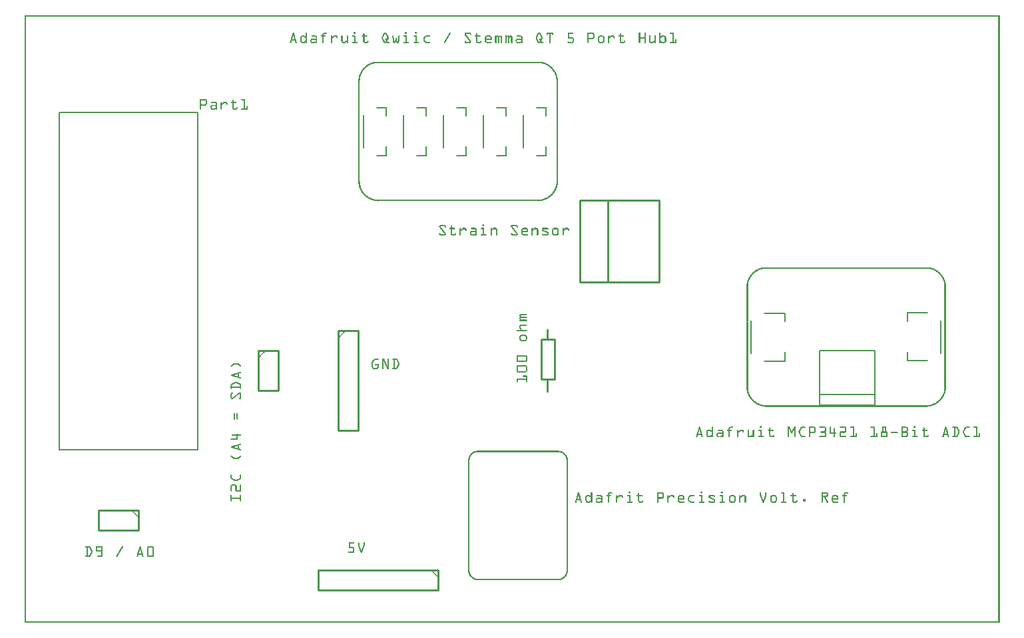
<source format=gto>
G04 MADE WITH FRITZING*
G04 WWW.FRITZING.ORG*
G04 DOUBLE SIDED*
G04 HOLES PLATED*
G04 CONTOUR ON CENTER OF CONTOUR VECTOR*
%ASAXBY*%
%FSLAX23Y23*%
%MOIN*%
%OFA0B0*%
%SFA1.0B1.0*%
%ADD10C,0.010000*%
%ADD11C,0.010417*%
%ADD12C,0.006000*%
%ADD13C,0.008000*%
%ADD14R,0.001000X0.001000*%
%LNSILK1*%
G90*
G70*
G54D10*
X1572Y1463D02*
X1572Y963D01*
D02*
X1572Y963D02*
X1672Y963D01*
D02*
X1672Y963D02*
X1672Y1463D01*
D02*
X1672Y1463D02*
X1572Y1463D01*
D02*
X2072Y263D02*
X1472Y263D01*
D02*
X1472Y263D02*
X1472Y163D01*
D02*
X1472Y163D02*
X2072Y163D01*
D02*
X2072Y163D02*
X2072Y263D01*
D02*
X2589Y1222D02*
X2589Y1422D01*
D02*
X2589Y1422D02*
X2655Y1422D01*
D02*
X2655Y1422D02*
X2655Y1222D01*
D02*
X2655Y1222D02*
X2589Y1222D01*
G54D11*
D02*
X3177Y1708D02*
X3177Y2119D01*
D02*
X3177Y2119D02*
X2781Y2119D01*
D02*
X2781Y2119D02*
X2781Y1708D01*
D02*
X2781Y1708D02*
X3177Y1708D01*
D02*
X2923Y2119D02*
X2923Y1708D01*
G54D12*
D02*
X3705Y1551D02*
X3807Y1551D01*
D02*
X3807Y1310D02*
X3705Y1310D01*
D02*
X3638Y1515D02*
X3638Y1350D01*
D02*
X4523Y1314D02*
X4421Y1314D01*
D02*
X4421Y1555D02*
X4523Y1555D01*
D02*
X4590Y1350D02*
X4590Y1515D01*
G54D13*
D02*
X3981Y1366D02*
X3981Y1146D01*
D02*
X3981Y1146D02*
X3981Y1091D01*
D02*
X3981Y1091D02*
X4257Y1091D01*
D02*
X4257Y1091D02*
X4257Y1146D01*
D02*
X4257Y1146D02*
X4257Y1366D01*
D02*
X4257Y1366D02*
X3981Y1366D01*
D02*
X3981Y1146D02*
X4257Y1146D01*
G54D12*
D02*
X1965Y2581D02*
X2012Y2581D01*
D02*
X2012Y2341D02*
X1965Y2341D01*
D02*
X1898Y2546D02*
X1898Y2380D01*
D02*
X2365Y2581D02*
X2412Y2581D01*
D02*
X2412Y2341D02*
X2365Y2341D01*
D02*
X2298Y2546D02*
X2298Y2380D01*
D02*
X2565Y2581D02*
X2612Y2581D01*
D02*
X2612Y2341D02*
X2565Y2341D01*
D02*
X2498Y2546D02*
X2498Y2380D01*
D02*
X1765Y2581D02*
X1812Y2581D01*
D02*
X1812Y2341D02*
X1765Y2341D01*
D02*
X1698Y2546D02*
X1698Y2380D01*
D02*
X2165Y2581D02*
X2212Y2581D01*
D02*
X2212Y2341D02*
X2165Y2341D01*
D02*
X2098Y2546D02*
X2098Y2380D01*
G54D10*
D02*
X1172Y1363D02*
X1172Y1163D01*
D02*
X1172Y1163D02*
X1272Y1163D01*
D02*
X1272Y1163D02*
X1272Y1363D01*
D02*
X1272Y1363D02*
X1172Y1363D01*
D02*
X572Y563D02*
X372Y563D01*
D02*
X372Y563D02*
X372Y463D01*
D02*
X372Y463D02*
X572Y463D01*
D02*
X572Y463D02*
X572Y563D01*
G54D13*
X176Y867D02*
X868Y867D01*
X868Y2559D01*
X176Y2559D01*
X176Y867D01*
D02*
G54D14*
X1Y3044D02*
X4883Y3044D01*
X1Y3043D02*
X4883Y3043D01*
X1Y3042D02*
X4883Y3042D01*
X1Y3041D02*
X4883Y3041D01*
X1Y3040D02*
X4883Y3040D01*
X1Y3039D02*
X4883Y3039D01*
X1Y3038D02*
X4883Y3038D01*
X1Y3037D02*
X4883Y3037D01*
X1Y3036D02*
X8Y3036D01*
X4876Y3036D02*
X4883Y3036D01*
X1Y3035D02*
X8Y3035D01*
X4876Y3035D02*
X4883Y3035D01*
X1Y3034D02*
X8Y3034D01*
X4876Y3034D02*
X4883Y3034D01*
X1Y3033D02*
X8Y3033D01*
X4876Y3033D02*
X4883Y3033D01*
X1Y3032D02*
X8Y3032D01*
X4876Y3032D02*
X4883Y3032D01*
X1Y3031D02*
X8Y3031D01*
X4876Y3031D02*
X4883Y3031D01*
X1Y3030D02*
X8Y3030D01*
X4876Y3030D02*
X4883Y3030D01*
X1Y3029D02*
X8Y3029D01*
X4876Y3029D02*
X4883Y3029D01*
X1Y3028D02*
X8Y3028D01*
X4876Y3028D02*
X4883Y3028D01*
X1Y3027D02*
X8Y3027D01*
X4876Y3027D02*
X4883Y3027D01*
X1Y3026D02*
X8Y3026D01*
X4876Y3026D02*
X4883Y3026D01*
X1Y3025D02*
X8Y3025D01*
X4876Y3025D02*
X4883Y3025D01*
X1Y3024D02*
X8Y3024D01*
X4876Y3024D02*
X4883Y3024D01*
X1Y3023D02*
X8Y3023D01*
X4876Y3023D02*
X4883Y3023D01*
X1Y3022D02*
X8Y3022D01*
X4876Y3022D02*
X4883Y3022D01*
X1Y3021D02*
X8Y3021D01*
X4876Y3021D02*
X4883Y3021D01*
X1Y3020D02*
X8Y3020D01*
X4876Y3020D02*
X4883Y3020D01*
X1Y3019D02*
X8Y3019D01*
X4876Y3019D02*
X4883Y3019D01*
X1Y3018D02*
X8Y3018D01*
X4876Y3018D02*
X4883Y3018D01*
X1Y3017D02*
X8Y3017D01*
X4876Y3017D02*
X4883Y3017D01*
X1Y3016D02*
X8Y3016D01*
X4876Y3016D02*
X4883Y3016D01*
X1Y3015D02*
X8Y3015D01*
X4876Y3015D02*
X4883Y3015D01*
X1Y3014D02*
X8Y3014D01*
X4876Y3014D02*
X4883Y3014D01*
X1Y3013D02*
X8Y3013D01*
X4876Y3013D02*
X4883Y3013D01*
X1Y3012D02*
X8Y3012D01*
X4876Y3012D02*
X4883Y3012D01*
X1Y3011D02*
X8Y3011D01*
X4876Y3011D02*
X4883Y3011D01*
X1Y3010D02*
X8Y3010D01*
X4876Y3010D02*
X4883Y3010D01*
X1Y3009D02*
X8Y3009D01*
X4876Y3009D02*
X4883Y3009D01*
X1Y3008D02*
X8Y3008D01*
X4876Y3008D02*
X4883Y3008D01*
X1Y3007D02*
X8Y3007D01*
X4876Y3007D02*
X4883Y3007D01*
X1Y3006D02*
X8Y3006D01*
X4876Y3006D02*
X4883Y3006D01*
X1Y3005D02*
X8Y3005D01*
X4876Y3005D02*
X4883Y3005D01*
X1Y3004D02*
X8Y3004D01*
X4876Y3004D02*
X4883Y3004D01*
X1Y3003D02*
X8Y3003D01*
X4876Y3003D02*
X4883Y3003D01*
X1Y3002D02*
X8Y3002D01*
X4876Y3002D02*
X4883Y3002D01*
X1Y3001D02*
X8Y3001D01*
X4876Y3001D02*
X4883Y3001D01*
X1Y3000D02*
X8Y3000D01*
X4876Y3000D02*
X4883Y3000D01*
X1Y2999D02*
X8Y2999D01*
X4876Y2999D02*
X4883Y2999D01*
X1Y2998D02*
X8Y2998D01*
X4876Y2998D02*
X4883Y2998D01*
X1Y2997D02*
X8Y2997D01*
X4876Y2997D02*
X4883Y2997D01*
X1Y2996D02*
X8Y2996D01*
X4876Y2996D02*
X4883Y2996D01*
X1Y2995D02*
X8Y2995D01*
X4876Y2995D02*
X4883Y2995D01*
X1Y2994D02*
X8Y2994D01*
X4876Y2994D02*
X4883Y2994D01*
X1Y2993D02*
X8Y2993D01*
X4876Y2993D02*
X4883Y2993D01*
X1Y2992D02*
X8Y2992D01*
X4876Y2992D02*
X4883Y2992D01*
X1Y2991D02*
X8Y2991D01*
X4876Y2991D02*
X4883Y2991D01*
X1Y2990D02*
X8Y2990D01*
X4876Y2990D02*
X4883Y2990D01*
X1Y2989D02*
X8Y2989D01*
X4876Y2989D02*
X4883Y2989D01*
X1Y2988D02*
X8Y2988D01*
X4876Y2988D02*
X4883Y2988D01*
X1Y2987D02*
X8Y2987D01*
X4876Y2987D02*
X4883Y2987D01*
X1Y2986D02*
X8Y2986D01*
X4876Y2986D02*
X4883Y2986D01*
X1Y2985D02*
X8Y2985D01*
X4876Y2985D02*
X4883Y2985D01*
X1Y2984D02*
X8Y2984D01*
X4876Y2984D02*
X4883Y2984D01*
X1Y2983D02*
X8Y2983D01*
X4876Y2983D02*
X4883Y2983D01*
X1Y2982D02*
X8Y2982D01*
X4876Y2982D02*
X4883Y2982D01*
X1Y2981D02*
X8Y2981D01*
X4876Y2981D02*
X4883Y2981D01*
X1Y2980D02*
X8Y2980D01*
X4876Y2980D02*
X4883Y2980D01*
X1Y2979D02*
X8Y2979D01*
X4876Y2979D02*
X4883Y2979D01*
X1Y2978D02*
X8Y2978D01*
X4876Y2978D02*
X4883Y2978D01*
X1Y2977D02*
X8Y2977D01*
X4876Y2977D02*
X4883Y2977D01*
X1Y2976D02*
X8Y2976D01*
X4876Y2976D02*
X4883Y2976D01*
X1Y2975D02*
X8Y2975D01*
X4876Y2975D02*
X4883Y2975D01*
X1Y2974D02*
X8Y2974D01*
X4876Y2974D02*
X4883Y2974D01*
X1Y2973D02*
X8Y2973D01*
X4876Y2973D02*
X4883Y2973D01*
X1Y2972D02*
X8Y2972D01*
X4876Y2972D02*
X4883Y2972D01*
X1Y2971D02*
X8Y2971D01*
X4876Y2971D02*
X4883Y2971D01*
X1Y2970D02*
X8Y2970D01*
X4876Y2970D02*
X4883Y2970D01*
X1Y2969D02*
X8Y2969D01*
X4876Y2969D02*
X4883Y2969D01*
X1Y2968D02*
X8Y2968D01*
X4876Y2968D02*
X4883Y2968D01*
X1Y2967D02*
X8Y2967D01*
X4876Y2967D02*
X4883Y2967D01*
X1Y2966D02*
X8Y2966D01*
X4876Y2966D02*
X4883Y2966D01*
X1Y2965D02*
X8Y2965D01*
X4876Y2965D02*
X4883Y2965D01*
X1Y2964D02*
X8Y2964D01*
X4876Y2964D02*
X4883Y2964D01*
X1Y2963D02*
X8Y2963D01*
X4876Y2963D02*
X4883Y2963D01*
X1Y2962D02*
X8Y2962D01*
X4876Y2962D02*
X4883Y2962D01*
X1Y2961D02*
X8Y2961D01*
X1651Y2961D02*
X1656Y2961D01*
X1908Y2961D02*
X1913Y2961D01*
X1959Y2961D02*
X1964Y2961D01*
X4876Y2961D02*
X4883Y2961D01*
X1Y2960D02*
X8Y2960D01*
X1650Y2960D02*
X1657Y2960D01*
X1906Y2960D02*
X1914Y2960D01*
X1958Y2960D02*
X1966Y2960D01*
X4876Y2960D02*
X4883Y2960D01*
X1Y2959D02*
X8Y2959D01*
X1649Y2959D02*
X1658Y2959D01*
X1906Y2959D02*
X1915Y2959D01*
X1957Y2959D02*
X1966Y2959D01*
X4876Y2959D02*
X4883Y2959D01*
X1Y2958D02*
X8Y2958D01*
X1346Y2958D02*
X1348Y2958D01*
X1411Y2958D02*
X1413Y2958D01*
X1502Y2958D02*
X1514Y2958D01*
X1649Y2958D02*
X1658Y2958D01*
X1805Y2958D02*
X1809Y2958D01*
X1906Y2958D02*
X1915Y2958D01*
X1957Y2958D02*
X1966Y2958D01*
X2130Y2958D02*
X2132Y2958D01*
X2209Y2958D02*
X2230Y2958D01*
X2576Y2958D02*
X2579Y2958D01*
X2616Y2958D02*
X2647Y2958D01*
X2723Y2958D02*
X2747Y2958D01*
X2820Y2958D02*
X2846Y2958D01*
X3079Y2958D02*
X3081Y2958D01*
X3107Y2958D02*
X3108Y2958D01*
X3182Y2958D02*
X3184Y2958D01*
X3233Y2958D02*
X3250Y2958D01*
X4876Y2958D02*
X4883Y2958D01*
X1Y2957D02*
X8Y2957D01*
X1345Y2957D02*
X1349Y2957D01*
X1410Y2957D02*
X1414Y2957D01*
X1500Y2957D02*
X1515Y2957D01*
X1649Y2957D02*
X1658Y2957D01*
X1803Y2957D02*
X1811Y2957D01*
X1906Y2957D02*
X1915Y2957D01*
X1957Y2957D02*
X1966Y2957D01*
X2129Y2957D02*
X2133Y2957D01*
X2207Y2957D02*
X2233Y2957D01*
X2573Y2957D02*
X2582Y2957D01*
X2615Y2957D02*
X2648Y2957D01*
X2723Y2957D02*
X2749Y2957D01*
X2820Y2957D02*
X2848Y2957D01*
X3078Y2957D02*
X3082Y2957D01*
X3105Y2957D02*
X3110Y2957D01*
X3181Y2957D02*
X3185Y2957D01*
X3232Y2957D02*
X3251Y2957D01*
X4876Y2957D02*
X4883Y2957D01*
X1Y2956D02*
X8Y2956D01*
X1344Y2956D02*
X1350Y2956D01*
X1409Y2956D02*
X1415Y2956D01*
X1498Y2956D02*
X1516Y2956D01*
X1649Y2956D02*
X1658Y2956D01*
X1801Y2956D02*
X1812Y2956D01*
X1906Y2956D02*
X1915Y2956D01*
X1957Y2956D02*
X1966Y2956D01*
X2128Y2956D02*
X2134Y2956D01*
X2206Y2956D02*
X2234Y2956D01*
X2572Y2956D02*
X2583Y2956D01*
X2614Y2956D02*
X2649Y2956D01*
X2723Y2956D02*
X2749Y2956D01*
X2820Y2956D02*
X2850Y2956D01*
X3077Y2956D02*
X3083Y2956D01*
X3105Y2956D02*
X3110Y2956D01*
X3180Y2956D02*
X3186Y2956D01*
X3231Y2956D02*
X3251Y2956D01*
X4876Y2956D02*
X4883Y2956D01*
X1Y2955D02*
X8Y2955D01*
X1344Y2955D02*
X1350Y2955D01*
X1409Y2955D02*
X1415Y2955D01*
X1497Y2955D02*
X1516Y2955D01*
X1649Y2955D02*
X1658Y2955D01*
X1698Y2955D02*
X1701Y2955D01*
X1800Y2955D02*
X1813Y2955D01*
X1906Y2955D02*
X1915Y2955D01*
X1957Y2955D02*
X1966Y2955D01*
X2128Y2955D02*
X2134Y2955D01*
X2205Y2955D02*
X2235Y2955D01*
X2264Y2955D02*
X2266Y2955D01*
X2571Y2955D02*
X2584Y2955D01*
X2614Y2955D02*
X2649Y2955D01*
X2723Y2955D02*
X2749Y2955D01*
X2820Y2955D02*
X2851Y2955D01*
X2983Y2955D02*
X2985Y2955D01*
X3077Y2955D02*
X3083Y2955D01*
X3105Y2955D02*
X3111Y2955D01*
X3180Y2955D02*
X3186Y2955D01*
X3231Y2955D02*
X3251Y2955D01*
X4876Y2955D02*
X4883Y2955D01*
X1Y2954D02*
X8Y2954D01*
X1343Y2954D02*
X1350Y2954D01*
X1409Y2954D02*
X1415Y2954D01*
X1496Y2954D02*
X1516Y2954D01*
X1649Y2954D02*
X1658Y2954D01*
X1697Y2954D02*
X1702Y2954D01*
X1800Y2954D02*
X1814Y2954D01*
X1906Y2954D02*
X1915Y2954D01*
X1957Y2954D02*
X1966Y2954D01*
X2127Y2954D02*
X2134Y2954D01*
X2204Y2954D02*
X2236Y2954D01*
X2262Y2954D02*
X2267Y2954D01*
X2570Y2954D02*
X2585Y2954D01*
X2614Y2954D02*
X2649Y2954D01*
X2723Y2954D02*
X2749Y2954D01*
X2820Y2954D02*
X2852Y2954D01*
X2982Y2954D02*
X2986Y2954D01*
X3077Y2954D02*
X3083Y2954D01*
X3105Y2954D02*
X3111Y2954D01*
X3180Y2954D02*
X3186Y2954D01*
X3231Y2954D02*
X3251Y2954D01*
X4876Y2954D02*
X4883Y2954D01*
X1Y2953D02*
X8Y2953D01*
X1343Y2953D02*
X1351Y2953D01*
X1409Y2953D02*
X1415Y2953D01*
X1495Y2953D02*
X1515Y2953D01*
X1649Y2953D02*
X1657Y2953D01*
X1697Y2953D02*
X1702Y2953D01*
X1799Y2953D02*
X1815Y2953D01*
X1906Y2953D02*
X1914Y2953D01*
X1958Y2953D02*
X1966Y2953D01*
X2127Y2953D02*
X2134Y2953D01*
X2204Y2953D02*
X2236Y2953D01*
X2262Y2953D02*
X2268Y2953D01*
X2570Y2953D02*
X2585Y2953D01*
X2614Y2953D02*
X2649Y2953D01*
X2723Y2953D02*
X2749Y2953D01*
X2820Y2953D02*
X2852Y2953D01*
X2981Y2953D02*
X2987Y2953D01*
X3077Y2953D02*
X3083Y2953D01*
X3105Y2953D02*
X3111Y2953D01*
X3180Y2953D02*
X3186Y2953D01*
X3232Y2953D02*
X3251Y2953D01*
X4876Y2953D02*
X4883Y2953D01*
X1Y2952D02*
X8Y2952D01*
X1343Y2952D02*
X1351Y2952D01*
X1409Y2952D02*
X1415Y2952D01*
X1494Y2952D02*
X1514Y2952D01*
X1650Y2952D02*
X1656Y2952D01*
X1697Y2952D02*
X1703Y2952D01*
X1799Y2952D02*
X1815Y2952D01*
X1907Y2952D02*
X1913Y2952D01*
X1959Y2952D02*
X1965Y2952D01*
X2126Y2952D02*
X2133Y2952D01*
X2204Y2952D02*
X2237Y2952D01*
X2262Y2952D02*
X2268Y2952D01*
X2569Y2952D02*
X2586Y2952D01*
X2614Y2952D02*
X2649Y2952D01*
X2723Y2952D02*
X2748Y2952D01*
X2820Y2952D02*
X2853Y2952D01*
X2981Y2952D02*
X2987Y2952D01*
X3077Y2952D02*
X3083Y2952D01*
X3105Y2952D02*
X3111Y2952D01*
X3180Y2952D02*
X3186Y2952D01*
X3233Y2952D02*
X3251Y2952D01*
X4876Y2952D02*
X4883Y2952D01*
X1Y2951D02*
X8Y2951D01*
X1343Y2951D02*
X1351Y2951D01*
X1409Y2951D02*
X1415Y2951D01*
X1494Y2951D02*
X1502Y2951D01*
X1697Y2951D02*
X1703Y2951D01*
X1798Y2951D02*
X1805Y2951D01*
X1808Y2951D02*
X1816Y2951D01*
X2125Y2951D02*
X2133Y2951D01*
X2204Y2951D02*
X2210Y2951D01*
X2230Y2951D02*
X2237Y2951D01*
X2262Y2951D02*
X2268Y2951D01*
X2569Y2951D02*
X2576Y2951D01*
X2579Y2951D02*
X2586Y2951D01*
X2614Y2951D02*
X2620Y2951D01*
X2628Y2951D02*
X2634Y2951D01*
X2643Y2951D02*
X2649Y2951D01*
X2723Y2951D02*
X2729Y2951D01*
X2820Y2951D02*
X2826Y2951D01*
X2845Y2951D02*
X2853Y2951D01*
X2981Y2951D02*
X2987Y2951D01*
X3077Y2951D02*
X3083Y2951D01*
X3105Y2951D02*
X3111Y2951D01*
X3180Y2951D02*
X3186Y2951D01*
X3245Y2951D02*
X3251Y2951D01*
X4876Y2951D02*
X4883Y2951D01*
X1Y2950D02*
X8Y2950D01*
X1342Y2950D02*
X1351Y2950D01*
X1409Y2950D02*
X1415Y2950D01*
X1493Y2950D02*
X1501Y2950D01*
X1697Y2950D02*
X1703Y2950D01*
X1798Y2950D02*
X1805Y2950D01*
X1809Y2950D02*
X1816Y2950D01*
X2125Y2950D02*
X2132Y2950D01*
X2204Y2950D02*
X2210Y2950D01*
X2231Y2950D02*
X2237Y2950D01*
X2262Y2950D02*
X2268Y2950D01*
X2568Y2950D02*
X2575Y2950D01*
X2580Y2950D02*
X2587Y2950D01*
X2614Y2950D02*
X2620Y2950D01*
X2628Y2950D02*
X2634Y2950D01*
X2643Y2950D02*
X2649Y2950D01*
X2723Y2950D02*
X2729Y2950D01*
X2820Y2950D02*
X2826Y2950D01*
X2847Y2950D02*
X2853Y2950D01*
X2981Y2950D02*
X2987Y2950D01*
X3077Y2950D02*
X3083Y2950D01*
X3105Y2950D02*
X3111Y2950D01*
X3180Y2950D02*
X3186Y2950D01*
X3245Y2950D02*
X3251Y2950D01*
X4876Y2950D02*
X4883Y2950D01*
X1Y2949D02*
X8Y2949D01*
X1342Y2949D02*
X1352Y2949D01*
X1409Y2949D02*
X1415Y2949D01*
X1493Y2949D02*
X1500Y2949D01*
X1697Y2949D02*
X1703Y2949D01*
X1797Y2949D02*
X1804Y2949D01*
X1810Y2949D02*
X1817Y2949D01*
X2124Y2949D02*
X2131Y2949D01*
X2204Y2949D02*
X2210Y2949D01*
X2231Y2949D02*
X2237Y2949D01*
X2262Y2949D02*
X2268Y2949D01*
X2568Y2949D02*
X2575Y2949D01*
X2580Y2949D02*
X2587Y2949D01*
X2614Y2949D02*
X2620Y2949D01*
X2628Y2949D02*
X2634Y2949D01*
X2643Y2949D02*
X2649Y2949D01*
X2723Y2949D02*
X2729Y2949D01*
X2820Y2949D02*
X2826Y2949D01*
X2847Y2949D02*
X2853Y2949D01*
X2981Y2949D02*
X2987Y2949D01*
X3077Y2949D02*
X3083Y2949D01*
X3105Y2949D02*
X3111Y2949D01*
X3180Y2949D02*
X3186Y2949D01*
X3245Y2949D02*
X3251Y2949D01*
X4876Y2949D02*
X4883Y2949D01*
X1Y2948D02*
X8Y2948D01*
X1342Y2948D02*
X1352Y2948D01*
X1409Y2948D02*
X1415Y2948D01*
X1493Y2948D02*
X1499Y2948D01*
X1697Y2948D02*
X1703Y2948D01*
X1797Y2948D02*
X1803Y2948D01*
X1810Y2948D02*
X1817Y2948D01*
X2124Y2948D02*
X2131Y2948D01*
X2204Y2948D02*
X2211Y2948D01*
X2231Y2948D02*
X2237Y2948D01*
X2262Y2948D02*
X2268Y2948D01*
X2567Y2948D02*
X2574Y2948D01*
X2581Y2948D02*
X2588Y2948D01*
X2614Y2948D02*
X2620Y2948D01*
X2628Y2948D02*
X2634Y2948D01*
X2643Y2948D02*
X2649Y2948D01*
X2723Y2948D02*
X2729Y2948D01*
X2820Y2948D02*
X2826Y2948D01*
X2848Y2948D02*
X2854Y2948D01*
X2981Y2948D02*
X2987Y2948D01*
X3077Y2948D02*
X3083Y2948D01*
X3105Y2948D02*
X3111Y2948D01*
X3180Y2948D02*
X3186Y2948D01*
X3245Y2948D02*
X3251Y2948D01*
X4876Y2948D02*
X4883Y2948D01*
X1Y2947D02*
X8Y2947D01*
X1341Y2947D02*
X1352Y2947D01*
X1409Y2947D02*
X1415Y2947D01*
X1493Y2947D02*
X1499Y2947D01*
X1697Y2947D02*
X1703Y2947D01*
X1796Y2947D02*
X1803Y2947D01*
X1811Y2947D02*
X1818Y2947D01*
X2123Y2947D02*
X2130Y2947D01*
X2204Y2947D02*
X2212Y2947D01*
X2232Y2947D02*
X2236Y2947D01*
X2262Y2947D02*
X2268Y2947D01*
X2567Y2947D02*
X2574Y2947D01*
X2582Y2947D02*
X2588Y2947D01*
X2614Y2947D02*
X2619Y2947D01*
X2628Y2947D02*
X2634Y2947D01*
X2643Y2947D02*
X2648Y2947D01*
X2723Y2947D02*
X2729Y2947D01*
X2820Y2947D02*
X2826Y2947D01*
X2848Y2947D02*
X2854Y2947D01*
X2981Y2947D02*
X2987Y2947D01*
X3077Y2947D02*
X3083Y2947D01*
X3105Y2947D02*
X3111Y2947D01*
X3180Y2947D02*
X3186Y2947D01*
X3245Y2947D02*
X3251Y2947D01*
X4876Y2947D02*
X4883Y2947D01*
X1Y2946D02*
X8Y2946D01*
X1341Y2946D02*
X1353Y2946D01*
X1409Y2946D02*
X1415Y2946D01*
X1493Y2946D02*
X1499Y2946D01*
X1697Y2946D02*
X1703Y2946D01*
X1796Y2946D02*
X1802Y2946D01*
X1811Y2946D02*
X1818Y2946D01*
X2122Y2946D02*
X2130Y2946D01*
X2205Y2946D02*
X2213Y2946D01*
X2233Y2946D02*
X2235Y2946D01*
X2262Y2946D02*
X2268Y2946D01*
X2566Y2946D02*
X2573Y2946D01*
X2582Y2946D02*
X2589Y2946D01*
X2616Y2946D02*
X2618Y2946D01*
X2628Y2946D02*
X2634Y2946D01*
X2644Y2946D02*
X2647Y2946D01*
X2723Y2946D02*
X2729Y2946D01*
X2820Y2946D02*
X2826Y2946D01*
X2848Y2946D02*
X2854Y2946D01*
X2981Y2946D02*
X2987Y2946D01*
X3077Y2946D02*
X3083Y2946D01*
X3105Y2946D02*
X3111Y2946D01*
X3180Y2946D02*
X3186Y2946D01*
X3245Y2946D02*
X3251Y2946D01*
X4876Y2946D02*
X4883Y2946D01*
X1Y2945D02*
X8Y2945D01*
X1341Y2945D02*
X1353Y2945D01*
X1409Y2945D02*
X1415Y2945D01*
X1493Y2945D02*
X1499Y2945D01*
X1697Y2945D02*
X1703Y2945D01*
X1795Y2945D02*
X1802Y2945D01*
X1812Y2945D02*
X1819Y2945D01*
X2122Y2945D02*
X2129Y2945D01*
X2206Y2945D02*
X2214Y2945D01*
X2262Y2945D02*
X2268Y2945D01*
X2566Y2945D02*
X2573Y2945D01*
X2583Y2945D02*
X2589Y2945D01*
X2628Y2945D02*
X2634Y2945D01*
X2723Y2945D02*
X2729Y2945D01*
X2820Y2945D02*
X2826Y2945D01*
X2848Y2945D02*
X2854Y2945D01*
X2981Y2945D02*
X2987Y2945D01*
X3077Y2945D02*
X3083Y2945D01*
X3105Y2945D02*
X3111Y2945D01*
X3180Y2945D02*
X3186Y2945D01*
X3245Y2945D02*
X3251Y2945D01*
X4876Y2945D02*
X4883Y2945D01*
X1Y2944D02*
X8Y2944D01*
X1340Y2944D02*
X1353Y2944D01*
X1409Y2944D02*
X1415Y2944D01*
X1493Y2944D02*
X1499Y2944D01*
X1696Y2944D02*
X1703Y2944D01*
X1795Y2944D02*
X1801Y2944D01*
X1812Y2944D02*
X1819Y2944D01*
X2121Y2944D02*
X2128Y2944D01*
X2206Y2944D02*
X2214Y2944D01*
X2262Y2944D02*
X2268Y2944D01*
X2565Y2944D02*
X2572Y2944D01*
X2583Y2944D02*
X2590Y2944D01*
X2628Y2944D02*
X2634Y2944D01*
X2723Y2944D02*
X2729Y2944D01*
X2820Y2944D02*
X2826Y2944D01*
X2848Y2944D02*
X2854Y2944D01*
X2981Y2944D02*
X2987Y2944D01*
X3077Y2944D02*
X3083Y2944D01*
X3105Y2944D02*
X3111Y2944D01*
X3180Y2944D02*
X3186Y2944D01*
X3245Y2944D02*
X3251Y2944D01*
X4876Y2944D02*
X4883Y2944D01*
X1Y2943D02*
X8Y2943D01*
X1340Y2943D02*
X1353Y2943D01*
X1391Y2943D02*
X1402Y2943D01*
X1409Y2943D02*
X1415Y2943D01*
X1439Y2943D02*
X1459Y2943D01*
X1487Y2943D02*
X1507Y2943D01*
X1537Y2943D02*
X1540Y2943D01*
X1551Y2943D02*
X1563Y2943D01*
X1589Y2943D02*
X1592Y2943D01*
X1616Y2943D02*
X1619Y2943D01*
X1643Y2943D02*
X1656Y2943D01*
X1691Y2943D02*
X1716Y2943D01*
X1794Y2943D02*
X1801Y2943D01*
X1813Y2943D02*
X1820Y2943D01*
X1845Y2943D02*
X1848Y2943D01*
X1874Y2943D02*
X1877Y2943D01*
X1900Y2943D02*
X1913Y2943D01*
X1952Y2943D02*
X1965Y2943D01*
X2011Y2943D02*
X2030Y2943D01*
X2121Y2943D02*
X2128Y2943D01*
X2207Y2943D02*
X2215Y2943D01*
X2256Y2943D02*
X2281Y2943D01*
X2316Y2943D02*
X2330Y2943D01*
X2359Y2943D02*
X2361Y2943D01*
X2367Y2943D02*
X2372Y2943D01*
X2381Y2943D02*
X2386Y2943D01*
X2410Y2943D02*
X2413Y2943D01*
X2418Y2943D02*
X2423Y2943D01*
X2433Y2943D02*
X2437Y2943D01*
X2467Y2943D02*
X2486Y2943D01*
X2565Y2943D02*
X2572Y2943D01*
X2584Y2943D02*
X2590Y2943D01*
X2628Y2943D02*
X2634Y2943D01*
X2723Y2943D02*
X2729Y2943D01*
X2820Y2943D02*
X2826Y2943D01*
X2848Y2943D02*
X2854Y2943D01*
X2881Y2943D02*
X2895Y2943D01*
X2924Y2943D02*
X2927Y2943D01*
X2938Y2943D02*
X2950Y2943D01*
X2976Y2943D02*
X3001Y2943D01*
X3077Y2943D02*
X3083Y2943D01*
X3105Y2943D02*
X3111Y2943D01*
X3130Y2943D02*
X3133Y2943D01*
X3157Y2943D02*
X3160Y2943D01*
X3180Y2943D02*
X3186Y2943D01*
X3193Y2943D02*
X3204Y2943D01*
X3245Y2943D02*
X3251Y2943D01*
X4876Y2943D02*
X4883Y2943D01*
X1Y2942D02*
X8Y2942D01*
X1340Y2942D02*
X1354Y2942D01*
X1389Y2942D02*
X1404Y2942D01*
X1409Y2942D02*
X1415Y2942D01*
X1438Y2942D02*
X1461Y2942D01*
X1486Y2942D02*
X1508Y2942D01*
X1536Y2942D02*
X1541Y2942D01*
X1550Y2942D02*
X1565Y2942D01*
X1588Y2942D02*
X1593Y2942D01*
X1615Y2942D02*
X1619Y2942D01*
X1642Y2942D02*
X1657Y2942D01*
X1690Y2942D02*
X1717Y2942D01*
X1794Y2942D02*
X1800Y2942D01*
X1813Y2942D02*
X1820Y2942D01*
X1844Y2942D02*
X1849Y2942D01*
X1873Y2942D02*
X1878Y2942D01*
X1899Y2942D02*
X1914Y2942D01*
X1951Y2942D02*
X1966Y2942D01*
X2008Y2942D02*
X2031Y2942D01*
X2120Y2942D02*
X2127Y2942D01*
X2208Y2942D02*
X2216Y2942D01*
X2255Y2942D02*
X2282Y2942D01*
X2314Y2942D02*
X2332Y2942D01*
X2358Y2942D02*
X2362Y2942D01*
X2365Y2942D02*
X2374Y2942D01*
X2379Y2942D02*
X2388Y2942D01*
X2409Y2942D02*
X2414Y2942D01*
X2416Y2942D02*
X2425Y2942D01*
X2431Y2942D02*
X2439Y2942D01*
X2466Y2942D02*
X2489Y2942D01*
X2564Y2942D02*
X2571Y2942D01*
X2584Y2942D02*
X2591Y2942D01*
X2628Y2942D02*
X2634Y2942D01*
X2723Y2942D02*
X2729Y2942D01*
X2820Y2942D02*
X2826Y2942D01*
X2848Y2942D02*
X2854Y2942D01*
X2879Y2942D02*
X2898Y2942D01*
X2923Y2942D02*
X2928Y2942D01*
X2937Y2942D02*
X2952Y2942D01*
X2975Y2942D02*
X3002Y2942D01*
X3077Y2942D02*
X3083Y2942D01*
X3105Y2942D02*
X3111Y2942D01*
X3129Y2942D02*
X3134Y2942D01*
X3156Y2942D02*
X3161Y2942D01*
X3180Y2942D02*
X3186Y2942D01*
X3191Y2942D02*
X3206Y2942D01*
X3245Y2942D02*
X3251Y2942D01*
X4876Y2942D02*
X4883Y2942D01*
X1Y2941D02*
X8Y2941D01*
X1340Y2941D02*
X1346Y2941D01*
X1348Y2941D02*
X1354Y2941D01*
X1387Y2941D02*
X1405Y2941D01*
X1409Y2941D02*
X1415Y2941D01*
X1438Y2941D02*
X1462Y2941D01*
X1486Y2941D02*
X1509Y2941D01*
X1536Y2941D02*
X1541Y2941D01*
X1548Y2941D02*
X1566Y2941D01*
X1588Y2941D02*
X1593Y2941D01*
X1614Y2941D02*
X1620Y2941D01*
X1642Y2941D02*
X1658Y2941D01*
X1690Y2941D02*
X1718Y2941D01*
X1793Y2941D02*
X1800Y2941D01*
X1814Y2941D02*
X1821Y2941D01*
X1843Y2941D02*
X1849Y2941D01*
X1872Y2941D02*
X1878Y2941D01*
X1899Y2941D02*
X1915Y2941D01*
X1950Y2941D02*
X1966Y2941D01*
X2007Y2941D02*
X2031Y2941D01*
X2120Y2941D02*
X2127Y2941D01*
X2209Y2941D02*
X2217Y2941D01*
X2255Y2941D02*
X2283Y2941D01*
X2312Y2941D02*
X2334Y2941D01*
X2357Y2941D02*
X2375Y2941D01*
X2378Y2941D02*
X2389Y2941D01*
X2409Y2941D02*
X2426Y2941D01*
X2429Y2941D02*
X2440Y2941D01*
X2465Y2941D02*
X2490Y2941D01*
X2564Y2941D02*
X2571Y2941D01*
X2585Y2941D02*
X2591Y2941D01*
X2628Y2941D02*
X2634Y2941D01*
X2723Y2941D02*
X2729Y2941D01*
X2820Y2941D02*
X2826Y2941D01*
X2848Y2941D02*
X2854Y2941D01*
X2877Y2941D02*
X2899Y2941D01*
X2923Y2941D02*
X2929Y2941D01*
X2936Y2941D02*
X2954Y2941D01*
X2974Y2941D02*
X3002Y2941D01*
X3077Y2941D02*
X3083Y2941D01*
X3105Y2941D02*
X3111Y2941D01*
X3129Y2941D02*
X3135Y2941D01*
X3156Y2941D02*
X3161Y2941D01*
X3180Y2941D02*
X3186Y2941D01*
X3189Y2941D02*
X3207Y2941D01*
X3245Y2941D02*
X3251Y2941D01*
X4876Y2941D02*
X4883Y2941D01*
X1Y2940D02*
X8Y2940D01*
X1339Y2940D02*
X1346Y2940D01*
X1348Y2940D02*
X1354Y2940D01*
X1386Y2940D02*
X1407Y2940D01*
X1409Y2940D02*
X1415Y2940D01*
X1438Y2940D02*
X1463Y2940D01*
X1486Y2940D02*
X1509Y2940D01*
X1536Y2940D02*
X1542Y2940D01*
X1547Y2940D02*
X1567Y2940D01*
X1587Y2940D02*
X1593Y2940D01*
X1614Y2940D02*
X1620Y2940D01*
X1642Y2940D02*
X1658Y2940D01*
X1690Y2940D02*
X1718Y2940D01*
X1793Y2940D02*
X1799Y2940D01*
X1814Y2940D02*
X1821Y2940D01*
X1843Y2940D02*
X1849Y2940D01*
X1872Y2940D02*
X1878Y2940D01*
X1899Y2940D02*
X1915Y2940D01*
X1950Y2940D02*
X1966Y2940D01*
X2006Y2940D02*
X2032Y2940D01*
X2119Y2940D02*
X2126Y2940D01*
X2209Y2940D02*
X2217Y2940D01*
X2255Y2940D02*
X2283Y2940D01*
X2311Y2940D02*
X2335Y2940D01*
X2357Y2940D02*
X2390Y2940D01*
X2408Y2940D02*
X2441Y2940D01*
X2465Y2940D02*
X2491Y2940D01*
X2563Y2940D02*
X2570Y2940D01*
X2585Y2940D02*
X2592Y2940D01*
X2628Y2940D02*
X2634Y2940D01*
X2723Y2940D02*
X2729Y2940D01*
X2820Y2940D02*
X2826Y2940D01*
X2848Y2940D02*
X2854Y2940D01*
X2876Y2940D02*
X2900Y2940D01*
X2923Y2940D02*
X2929Y2940D01*
X2934Y2940D02*
X2955Y2940D01*
X2974Y2940D02*
X3002Y2940D01*
X3077Y2940D02*
X3083Y2940D01*
X3105Y2940D02*
X3111Y2940D01*
X3129Y2940D02*
X3135Y2940D01*
X3155Y2940D02*
X3161Y2940D01*
X3180Y2940D02*
X3186Y2940D01*
X3188Y2940D02*
X3209Y2940D01*
X3245Y2940D02*
X3251Y2940D01*
X4876Y2940D02*
X4883Y2940D01*
X1Y2939D02*
X8Y2939D01*
X1339Y2939D02*
X1345Y2939D01*
X1348Y2939D02*
X1355Y2939D01*
X1385Y2939D02*
X1415Y2939D01*
X1438Y2939D02*
X1464Y2939D01*
X1486Y2939D02*
X1509Y2939D01*
X1536Y2939D02*
X1542Y2939D01*
X1546Y2939D02*
X1568Y2939D01*
X1587Y2939D02*
X1593Y2939D01*
X1614Y2939D02*
X1620Y2939D01*
X1642Y2939D02*
X1658Y2939D01*
X1690Y2939D02*
X1717Y2939D01*
X1792Y2939D02*
X1799Y2939D01*
X1815Y2939D02*
X1822Y2939D01*
X1843Y2939D02*
X1849Y2939D01*
X1872Y2939D02*
X1878Y2939D01*
X1899Y2939D02*
X1915Y2939D01*
X1950Y2939D02*
X1966Y2939D01*
X2005Y2939D02*
X2031Y2939D01*
X2118Y2939D02*
X2126Y2939D01*
X2210Y2939D02*
X2218Y2939D01*
X2255Y2939D02*
X2283Y2939D01*
X2310Y2939D02*
X2336Y2939D01*
X2357Y2939D02*
X2391Y2939D01*
X2408Y2939D02*
X2442Y2939D01*
X2466Y2939D02*
X2492Y2939D01*
X2563Y2939D02*
X2570Y2939D01*
X2586Y2939D02*
X2592Y2939D01*
X2628Y2939D02*
X2634Y2939D01*
X2723Y2939D02*
X2729Y2939D01*
X2820Y2939D02*
X2826Y2939D01*
X2848Y2939D02*
X2854Y2939D01*
X2875Y2939D02*
X2901Y2939D01*
X2923Y2939D02*
X2929Y2939D01*
X2933Y2939D02*
X2955Y2939D01*
X2974Y2939D02*
X3002Y2939D01*
X3077Y2939D02*
X3083Y2939D01*
X3105Y2939D02*
X3111Y2939D01*
X3129Y2939D02*
X3135Y2939D01*
X3155Y2939D02*
X3161Y2939D01*
X3180Y2939D02*
X3210Y2939D01*
X3245Y2939D02*
X3251Y2939D01*
X4876Y2939D02*
X4883Y2939D01*
X1Y2938D02*
X8Y2938D01*
X1339Y2938D02*
X1345Y2938D01*
X1349Y2938D02*
X1355Y2938D01*
X1384Y2938D02*
X1415Y2938D01*
X1439Y2938D02*
X1465Y2938D01*
X1487Y2938D02*
X1508Y2938D01*
X1536Y2938D02*
X1542Y2938D01*
X1545Y2938D02*
X1568Y2938D01*
X1587Y2938D02*
X1593Y2938D01*
X1614Y2938D02*
X1620Y2938D01*
X1643Y2938D02*
X1658Y2938D01*
X1690Y2938D02*
X1717Y2938D01*
X1792Y2938D02*
X1798Y2938D01*
X1815Y2938D02*
X1822Y2938D01*
X1843Y2938D02*
X1849Y2938D01*
X1872Y2938D02*
X1878Y2938D01*
X1899Y2938D02*
X1915Y2938D01*
X1951Y2938D02*
X1966Y2938D01*
X2004Y2938D02*
X2031Y2938D01*
X2118Y2938D02*
X2125Y2938D01*
X2211Y2938D02*
X2219Y2938D01*
X2256Y2938D02*
X2282Y2938D01*
X2309Y2938D02*
X2337Y2938D01*
X2357Y2938D02*
X2391Y2938D01*
X2408Y2938D02*
X2442Y2938D01*
X2466Y2938D02*
X2493Y2938D01*
X2562Y2938D02*
X2569Y2938D01*
X2586Y2938D02*
X2593Y2938D01*
X2628Y2938D02*
X2634Y2938D01*
X2723Y2938D02*
X2729Y2938D01*
X2820Y2938D02*
X2826Y2938D01*
X2848Y2938D02*
X2854Y2938D01*
X2874Y2938D02*
X2902Y2938D01*
X2923Y2938D02*
X2929Y2938D01*
X2932Y2938D02*
X2956Y2938D01*
X2975Y2938D02*
X3001Y2938D01*
X3077Y2938D02*
X3083Y2938D01*
X3105Y2938D02*
X3111Y2938D01*
X3129Y2938D02*
X3135Y2938D01*
X3155Y2938D02*
X3161Y2938D01*
X3180Y2938D02*
X3210Y2938D01*
X3245Y2938D02*
X3251Y2938D01*
X4876Y2938D02*
X4883Y2938D01*
X1Y2937D02*
X8Y2937D01*
X1338Y2937D02*
X1345Y2937D01*
X1349Y2937D02*
X1355Y2937D01*
X1383Y2937D02*
X1415Y2937D01*
X1440Y2937D02*
X1466Y2937D01*
X1488Y2937D02*
X1507Y2937D01*
X1536Y2937D02*
X1542Y2937D01*
X1544Y2937D02*
X1569Y2937D01*
X1587Y2937D02*
X1593Y2937D01*
X1614Y2937D02*
X1620Y2937D01*
X1644Y2937D02*
X1658Y2937D01*
X1692Y2937D02*
X1716Y2937D01*
X1791Y2937D02*
X1798Y2937D01*
X1816Y2937D02*
X1823Y2937D01*
X1843Y2937D02*
X1849Y2937D01*
X1872Y2937D02*
X1878Y2937D01*
X1901Y2937D02*
X1915Y2937D01*
X1952Y2937D02*
X1966Y2937D01*
X2003Y2937D02*
X2030Y2937D01*
X2117Y2937D02*
X2124Y2937D01*
X2212Y2937D02*
X2220Y2937D01*
X2257Y2937D02*
X2281Y2937D01*
X2308Y2937D02*
X2338Y2937D01*
X2357Y2937D02*
X2391Y2937D01*
X2408Y2937D02*
X2443Y2937D01*
X2468Y2937D02*
X2493Y2937D01*
X2562Y2937D02*
X2569Y2937D01*
X2587Y2937D02*
X2593Y2937D01*
X2628Y2937D02*
X2634Y2937D01*
X2723Y2937D02*
X2729Y2937D01*
X2820Y2937D02*
X2826Y2937D01*
X2848Y2937D02*
X2854Y2937D01*
X2874Y2937D02*
X2903Y2937D01*
X2923Y2937D02*
X2929Y2937D01*
X2931Y2937D02*
X2956Y2937D01*
X2976Y2937D02*
X3000Y2937D01*
X3077Y2937D02*
X3083Y2937D01*
X3105Y2937D02*
X3111Y2937D01*
X3129Y2937D02*
X3135Y2937D01*
X3155Y2937D02*
X3161Y2937D01*
X3180Y2937D02*
X3211Y2937D01*
X3245Y2937D02*
X3251Y2937D01*
X4876Y2937D02*
X4883Y2937D01*
X1Y2936D02*
X8Y2936D01*
X1338Y2936D02*
X1344Y2936D01*
X1349Y2936D02*
X1356Y2936D01*
X1383Y2936D02*
X1391Y2936D01*
X1401Y2936D02*
X1415Y2936D01*
X1459Y2936D02*
X1466Y2936D01*
X1493Y2936D02*
X1499Y2936D01*
X1536Y2936D02*
X1552Y2936D01*
X1562Y2936D02*
X1569Y2936D01*
X1587Y2936D02*
X1593Y2936D01*
X1614Y2936D02*
X1620Y2936D01*
X1652Y2936D02*
X1658Y2936D01*
X1697Y2936D02*
X1703Y2936D01*
X1791Y2936D02*
X1797Y2936D01*
X1816Y2936D02*
X1823Y2936D01*
X1843Y2936D02*
X1849Y2936D01*
X1872Y2936D02*
X1878Y2936D01*
X1909Y2936D02*
X1915Y2936D01*
X1960Y2936D02*
X1966Y2936D01*
X2002Y2936D02*
X2011Y2936D01*
X2117Y2936D02*
X2124Y2936D01*
X2213Y2936D02*
X2221Y2936D01*
X2262Y2936D02*
X2268Y2936D01*
X2308Y2936D02*
X2316Y2936D01*
X2330Y2936D02*
X2338Y2936D01*
X2357Y2936D02*
X2368Y2936D01*
X2371Y2936D02*
X2382Y2936D01*
X2385Y2936D02*
X2391Y2936D01*
X2408Y2936D02*
X2419Y2936D01*
X2422Y2936D02*
X2433Y2936D01*
X2437Y2936D02*
X2443Y2936D01*
X2486Y2936D02*
X2494Y2936D01*
X2562Y2936D02*
X2568Y2936D01*
X2587Y2936D02*
X2594Y2936D01*
X2628Y2936D02*
X2634Y2936D01*
X2723Y2936D02*
X2729Y2936D01*
X2820Y2936D02*
X2826Y2936D01*
X2848Y2936D02*
X2854Y2936D01*
X2873Y2936D02*
X2882Y2936D01*
X2895Y2936D02*
X2904Y2936D01*
X2923Y2936D02*
X2940Y2936D01*
X2949Y2936D02*
X2956Y2936D01*
X2981Y2936D02*
X2987Y2936D01*
X3077Y2936D02*
X3083Y2936D01*
X3105Y2936D02*
X3111Y2936D01*
X3129Y2936D02*
X3135Y2936D01*
X3155Y2936D02*
X3161Y2936D01*
X3180Y2936D02*
X3193Y2936D01*
X3203Y2936D02*
X3212Y2936D01*
X3245Y2936D02*
X3251Y2936D01*
X4876Y2936D02*
X4883Y2936D01*
X1Y2935D02*
X8Y2935D01*
X1338Y2935D02*
X1344Y2935D01*
X1350Y2935D02*
X1356Y2935D01*
X1382Y2935D02*
X1390Y2935D01*
X1403Y2935D02*
X1415Y2935D01*
X1460Y2935D02*
X1466Y2935D01*
X1493Y2935D02*
X1499Y2935D01*
X1536Y2935D02*
X1551Y2935D01*
X1563Y2935D02*
X1569Y2935D01*
X1587Y2935D02*
X1593Y2935D01*
X1614Y2935D02*
X1620Y2935D01*
X1652Y2935D02*
X1658Y2935D01*
X1697Y2935D02*
X1703Y2935D01*
X1791Y2935D02*
X1797Y2935D01*
X1817Y2935D02*
X1823Y2935D01*
X1843Y2935D02*
X1849Y2935D01*
X1872Y2935D02*
X1878Y2935D01*
X1909Y2935D02*
X1915Y2935D01*
X1960Y2935D02*
X1966Y2935D01*
X2001Y2935D02*
X2010Y2935D01*
X2116Y2935D02*
X2123Y2935D01*
X2213Y2935D02*
X2221Y2935D01*
X2262Y2935D02*
X2268Y2935D01*
X2307Y2935D02*
X2315Y2935D01*
X2331Y2935D02*
X2339Y2935D01*
X2357Y2935D02*
X2366Y2935D01*
X2371Y2935D02*
X2381Y2935D01*
X2386Y2935D02*
X2391Y2935D01*
X2408Y2935D02*
X2418Y2935D01*
X2423Y2935D02*
X2432Y2935D01*
X2437Y2935D02*
X2443Y2935D01*
X2487Y2935D02*
X2494Y2935D01*
X2561Y2935D02*
X2568Y2935D01*
X2588Y2935D02*
X2594Y2935D01*
X2628Y2935D02*
X2634Y2935D01*
X2723Y2935D02*
X2729Y2935D01*
X2820Y2935D02*
X2826Y2935D01*
X2848Y2935D02*
X2854Y2935D01*
X2872Y2935D02*
X2880Y2935D01*
X2897Y2935D02*
X2904Y2935D01*
X2923Y2935D02*
X2938Y2935D01*
X2950Y2935D02*
X2956Y2935D01*
X2981Y2935D02*
X2987Y2935D01*
X3077Y2935D02*
X3083Y2935D01*
X3104Y2935D02*
X3111Y2935D01*
X3129Y2935D02*
X3135Y2935D01*
X3155Y2935D02*
X3161Y2935D01*
X3180Y2935D02*
X3192Y2935D01*
X3205Y2935D02*
X3212Y2935D01*
X3245Y2935D02*
X3251Y2935D01*
X4876Y2935D02*
X4883Y2935D01*
X1Y2934D02*
X8Y2934D01*
X1338Y2934D02*
X1344Y2934D01*
X1350Y2934D02*
X1356Y2934D01*
X1382Y2934D02*
X1389Y2934D01*
X1404Y2934D02*
X1415Y2934D01*
X1460Y2934D02*
X1466Y2934D01*
X1493Y2934D02*
X1499Y2934D01*
X1536Y2934D02*
X1550Y2934D01*
X1563Y2934D02*
X1569Y2934D01*
X1587Y2934D02*
X1593Y2934D01*
X1614Y2934D02*
X1620Y2934D01*
X1652Y2934D02*
X1658Y2934D01*
X1697Y2934D02*
X1703Y2934D01*
X1790Y2934D02*
X1797Y2934D01*
X1817Y2934D02*
X1823Y2934D01*
X1843Y2934D02*
X1849Y2934D01*
X1872Y2934D02*
X1878Y2934D01*
X1909Y2934D02*
X1915Y2934D01*
X1960Y2934D02*
X1966Y2934D01*
X2000Y2934D02*
X2009Y2934D01*
X2115Y2934D02*
X2123Y2934D01*
X2214Y2934D02*
X2222Y2934D01*
X2262Y2934D02*
X2268Y2934D01*
X2307Y2934D02*
X2314Y2934D01*
X2332Y2934D02*
X2339Y2934D01*
X2357Y2934D02*
X2365Y2934D01*
X2371Y2934D02*
X2380Y2934D01*
X2386Y2934D02*
X2391Y2934D01*
X2408Y2934D02*
X2417Y2934D01*
X2423Y2934D02*
X2431Y2934D01*
X2437Y2934D02*
X2443Y2934D01*
X2488Y2934D02*
X2494Y2934D01*
X2561Y2934D02*
X2567Y2934D01*
X2588Y2934D02*
X2594Y2934D01*
X2628Y2934D02*
X2634Y2934D01*
X2723Y2934D02*
X2746Y2934D01*
X2820Y2934D02*
X2826Y2934D01*
X2847Y2934D02*
X2853Y2934D01*
X2872Y2934D02*
X2879Y2934D01*
X2898Y2934D02*
X2905Y2934D01*
X2923Y2934D02*
X2937Y2934D01*
X2950Y2934D02*
X2956Y2934D01*
X2981Y2934D02*
X2987Y2934D01*
X3077Y2934D02*
X3111Y2934D01*
X3129Y2934D02*
X3135Y2934D01*
X3155Y2934D02*
X3161Y2934D01*
X3180Y2934D02*
X3191Y2934D01*
X3206Y2934D02*
X3213Y2934D01*
X3245Y2934D02*
X3251Y2934D01*
X4876Y2934D02*
X4883Y2934D01*
X1Y2933D02*
X8Y2933D01*
X1337Y2933D02*
X1344Y2933D01*
X1350Y2933D02*
X1356Y2933D01*
X1382Y2933D02*
X1388Y2933D01*
X1405Y2933D02*
X1415Y2933D01*
X1460Y2933D02*
X1466Y2933D01*
X1493Y2933D02*
X1499Y2933D01*
X1536Y2933D02*
X1549Y2933D01*
X1563Y2933D02*
X1569Y2933D01*
X1587Y2933D02*
X1593Y2933D01*
X1614Y2933D02*
X1620Y2933D01*
X1652Y2933D02*
X1658Y2933D01*
X1697Y2933D02*
X1703Y2933D01*
X1790Y2933D02*
X1796Y2933D01*
X1817Y2933D02*
X1824Y2933D01*
X1843Y2933D02*
X1849Y2933D01*
X1872Y2933D02*
X1878Y2933D01*
X1909Y2933D02*
X1915Y2933D01*
X1960Y2933D02*
X1966Y2933D01*
X1999Y2933D02*
X2008Y2933D01*
X2115Y2933D02*
X2122Y2933D01*
X2215Y2933D02*
X2223Y2933D01*
X2262Y2933D02*
X2268Y2933D01*
X2307Y2933D02*
X2313Y2933D01*
X2333Y2933D02*
X2340Y2933D01*
X2357Y2933D02*
X2364Y2933D01*
X2371Y2933D02*
X2378Y2933D01*
X2386Y2933D02*
X2391Y2933D01*
X2408Y2933D02*
X2415Y2933D01*
X2423Y2933D02*
X2430Y2933D01*
X2437Y2933D02*
X2443Y2933D01*
X2488Y2933D02*
X2494Y2933D01*
X2561Y2933D02*
X2567Y2933D01*
X2588Y2933D02*
X2594Y2933D01*
X2628Y2933D02*
X2634Y2933D01*
X2723Y2933D02*
X2747Y2933D01*
X2820Y2933D02*
X2826Y2933D01*
X2847Y2933D02*
X2853Y2933D01*
X2872Y2933D02*
X2878Y2933D01*
X2898Y2933D02*
X2905Y2933D01*
X2923Y2933D02*
X2936Y2933D01*
X2950Y2933D02*
X2956Y2933D01*
X2981Y2933D02*
X2987Y2933D01*
X3077Y2933D02*
X3111Y2933D01*
X3129Y2933D02*
X3135Y2933D01*
X3155Y2933D02*
X3161Y2933D01*
X3180Y2933D02*
X3190Y2933D01*
X3207Y2933D02*
X3213Y2933D01*
X3245Y2933D02*
X3251Y2933D01*
X4876Y2933D02*
X4883Y2933D01*
X1Y2932D02*
X8Y2932D01*
X1337Y2932D02*
X1343Y2932D01*
X1350Y2932D02*
X1357Y2932D01*
X1382Y2932D02*
X1388Y2932D01*
X1406Y2932D02*
X1415Y2932D01*
X1461Y2932D02*
X1466Y2932D01*
X1493Y2932D02*
X1499Y2932D01*
X1536Y2932D02*
X1548Y2932D01*
X1563Y2932D02*
X1569Y2932D01*
X1587Y2932D02*
X1593Y2932D01*
X1614Y2932D02*
X1620Y2932D01*
X1652Y2932D02*
X1658Y2932D01*
X1697Y2932D02*
X1703Y2932D01*
X1790Y2932D02*
X1796Y2932D01*
X1818Y2932D02*
X1824Y2932D01*
X1843Y2932D02*
X1849Y2932D01*
X1872Y2932D02*
X1878Y2932D01*
X1909Y2932D02*
X1915Y2932D01*
X1960Y2932D02*
X1966Y2932D01*
X1999Y2932D02*
X2007Y2932D01*
X2114Y2932D02*
X2121Y2932D01*
X2216Y2932D02*
X2224Y2932D01*
X2262Y2932D02*
X2268Y2932D01*
X2306Y2932D02*
X2313Y2932D01*
X2334Y2932D02*
X2340Y2932D01*
X2357Y2932D02*
X2363Y2932D01*
X2371Y2932D02*
X2377Y2932D01*
X2386Y2932D02*
X2392Y2932D01*
X2408Y2932D02*
X2415Y2932D01*
X2423Y2932D02*
X2429Y2932D01*
X2437Y2932D02*
X2443Y2932D01*
X2488Y2932D02*
X2494Y2932D01*
X2561Y2932D02*
X2567Y2932D01*
X2588Y2932D02*
X2594Y2932D01*
X2628Y2932D02*
X2634Y2932D01*
X2723Y2932D02*
X2748Y2932D01*
X2820Y2932D02*
X2826Y2932D01*
X2845Y2932D02*
X2853Y2932D01*
X2872Y2932D02*
X2878Y2932D01*
X2899Y2932D02*
X2905Y2932D01*
X2923Y2932D02*
X2935Y2932D01*
X2950Y2932D02*
X2956Y2932D01*
X2981Y2932D02*
X2987Y2932D01*
X3077Y2932D02*
X3111Y2932D01*
X3129Y2932D02*
X3135Y2932D01*
X3155Y2932D02*
X3161Y2932D01*
X3180Y2932D02*
X3188Y2932D01*
X3207Y2932D02*
X3213Y2932D01*
X3245Y2932D02*
X3251Y2932D01*
X4876Y2932D02*
X4883Y2932D01*
X1Y2931D02*
X8Y2931D01*
X1337Y2931D02*
X1343Y2931D01*
X1351Y2931D02*
X1357Y2931D01*
X1381Y2931D02*
X1387Y2931D01*
X1407Y2931D02*
X1415Y2931D01*
X1461Y2931D02*
X1466Y2931D01*
X1493Y2931D02*
X1499Y2931D01*
X1536Y2931D02*
X1547Y2931D01*
X1563Y2931D02*
X1569Y2931D01*
X1587Y2931D02*
X1593Y2931D01*
X1614Y2931D02*
X1620Y2931D01*
X1652Y2931D02*
X1658Y2931D01*
X1697Y2931D02*
X1703Y2931D01*
X1790Y2931D02*
X1796Y2931D01*
X1818Y2931D02*
X1824Y2931D01*
X1843Y2931D02*
X1849Y2931D01*
X1859Y2931D02*
X1862Y2931D01*
X1872Y2931D02*
X1878Y2931D01*
X1909Y2931D02*
X1915Y2931D01*
X1960Y2931D02*
X1966Y2931D01*
X1998Y2931D02*
X2006Y2931D01*
X2114Y2931D02*
X2121Y2931D01*
X2216Y2931D02*
X2224Y2931D01*
X2262Y2931D02*
X2268Y2931D01*
X2306Y2931D02*
X2312Y2931D01*
X2334Y2931D02*
X2340Y2931D01*
X2357Y2931D02*
X2363Y2931D01*
X2371Y2931D02*
X2377Y2931D01*
X2386Y2931D02*
X2392Y2931D01*
X2408Y2931D02*
X2414Y2931D01*
X2423Y2931D02*
X2429Y2931D01*
X2437Y2931D02*
X2443Y2931D01*
X2488Y2931D02*
X2494Y2931D01*
X2561Y2931D02*
X2567Y2931D01*
X2588Y2931D02*
X2594Y2931D01*
X2628Y2931D02*
X2634Y2931D01*
X2723Y2931D02*
X2749Y2931D01*
X2820Y2931D02*
X2853Y2931D01*
X2871Y2931D02*
X2878Y2931D01*
X2899Y2931D02*
X2905Y2931D01*
X2923Y2931D02*
X2934Y2931D01*
X2951Y2931D02*
X2956Y2931D01*
X2981Y2931D02*
X2987Y2931D01*
X3077Y2931D02*
X3111Y2931D01*
X3129Y2931D02*
X3135Y2931D01*
X3155Y2931D02*
X3161Y2931D01*
X3180Y2931D02*
X3187Y2931D01*
X3207Y2931D02*
X3213Y2931D01*
X3245Y2931D02*
X3251Y2931D01*
X4876Y2931D02*
X4883Y2931D01*
X1Y2930D02*
X8Y2930D01*
X1336Y2930D02*
X1343Y2930D01*
X1351Y2930D02*
X1357Y2930D01*
X1381Y2930D02*
X1387Y2930D01*
X1408Y2930D02*
X1415Y2930D01*
X1461Y2930D02*
X1466Y2930D01*
X1493Y2930D02*
X1499Y2930D01*
X1536Y2930D02*
X1545Y2930D01*
X1564Y2930D02*
X1569Y2930D01*
X1587Y2930D02*
X1593Y2930D01*
X1614Y2930D02*
X1620Y2930D01*
X1652Y2930D02*
X1658Y2930D01*
X1697Y2930D02*
X1703Y2930D01*
X1790Y2930D02*
X1796Y2930D01*
X1818Y2930D02*
X1824Y2930D01*
X1843Y2930D02*
X1850Y2930D01*
X1858Y2930D02*
X1863Y2930D01*
X1872Y2930D02*
X1878Y2930D01*
X1909Y2930D02*
X1915Y2930D01*
X1960Y2930D02*
X1966Y2930D01*
X1998Y2930D02*
X2005Y2930D01*
X2113Y2930D02*
X2120Y2930D01*
X2217Y2930D02*
X2225Y2930D01*
X2262Y2930D02*
X2268Y2930D01*
X2306Y2930D02*
X2312Y2930D01*
X2334Y2930D02*
X2340Y2930D01*
X2357Y2930D02*
X2363Y2930D01*
X2371Y2930D02*
X2377Y2930D01*
X2386Y2930D02*
X2392Y2930D01*
X2408Y2930D02*
X2414Y2930D01*
X2423Y2930D02*
X2429Y2930D01*
X2437Y2930D02*
X2443Y2930D01*
X2488Y2930D02*
X2494Y2930D01*
X2561Y2930D02*
X2567Y2930D01*
X2588Y2930D02*
X2594Y2930D01*
X2628Y2930D02*
X2634Y2930D01*
X2723Y2930D02*
X2749Y2930D01*
X2820Y2930D02*
X2852Y2930D01*
X2871Y2930D02*
X2877Y2930D01*
X2899Y2930D02*
X2905Y2930D01*
X2923Y2930D02*
X2933Y2930D01*
X2951Y2930D02*
X2956Y2930D01*
X2981Y2930D02*
X2987Y2930D01*
X3077Y2930D02*
X3111Y2930D01*
X3129Y2930D02*
X3135Y2930D01*
X3155Y2930D02*
X3161Y2930D01*
X3180Y2930D02*
X3186Y2930D01*
X3207Y2930D02*
X3213Y2930D01*
X3245Y2930D02*
X3251Y2930D01*
X4876Y2930D02*
X4883Y2930D01*
X1Y2929D02*
X8Y2929D01*
X1336Y2929D02*
X1342Y2929D01*
X1351Y2929D02*
X1358Y2929D01*
X1381Y2929D02*
X1387Y2929D01*
X1409Y2929D02*
X1415Y2929D01*
X1461Y2929D02*
X1466Y2929D01*
X1493Y2929D02*
X1499Y2929D01*
X1536Y2929D02*
X1544Y2929D01*
X1565Y2929D02*
X1568Y2929D01*
X1587Y2929D02*
X1593Y2929D01*
X1614Y2929D02*
X1620Y2929D01*
X1652Y2929D02*
X1658Y2929D01*
X1697Y2929D02*
X1703Y2929D01*
X1790Y2929D02*
X1796Y2929D01*
X1817Y2929D02*
X1824Y2929D01*
X1844Y2929D02*
X1850Y2929D01*
X1858Y2929D02*
X1864Y2929D01*
X1872Y2929D02*
X1878Y2929D01*
X1909Y2929D02*
X1915Y2929D01*
X1960Y2929D02*
X1966Y2929D01*
X1998Y2929D02*
X2004Y2929D01*
X2113Y2929D02*
X2120Y2929D01*
X2218Y2929D02*
X2226Y2929D01*
X2262Y2929D02*
X2268Y2929D01*
X2306Y2929D02*
X2312Y2929D01*
X2334Y2929D02*
X2340Y2929D01*
X2357Y2929D02*
X2363Y2929D01*
X2371Y2929D02*
X2377Y2929D01*
X2386Y2929D02*
X2392Y2929D01*
X2408Y2929D02*
X2414Y2929D01*
X2423Y2929D02*
X2429Y2929D01*
X2437Y2929D02*
X2443Y2929D01*
X2488Y2929D02*
X2494Y2929D01*
X2561Y2929D02*
X2567Y2929D01*
X2588Y2929D02*
X2594Y2929D01*
X2628Y2929D02*
X2634Y2929D01*
X2723Y2929D02*
X2749Y2929D01*
X2820Y2929D02*
X2851Y2929D01*
X2871Y2929D02*
X2877Y2929D01*
X2899Y2929D02*
X2905Y2929D01*
X2923Y2929D02*
X2931Y2929D01*
X2952Y2929D02*
X2955Y2929D01*
X2981Y2929D02*
X2987Y2929D01*
X3077Y2929D02*
X3111Y2929D01*
X3129Y2929D02*
X3135Y2929D01*
X3155Y2929D02*
X3161Y2929D01*
X3180Y2929D02*
X3186Y2929D01*
X3207Y2929D02*
X3213Y2929D01*
X3245Y2929D02*
X3251Y2929D01*
X4876Y2929D02*
X4883Y2929D01*
X1Y2928D02*
X8Y2928D01*
X1336Y2928D02*
X1342Y2928D01*
X1352Y2928D02*
X1358Y2928D01*
X1381Y2928D02*
X1387Y2928D01*
X1409Y2928D02*
X1415Y2928D01*
X1439Y2928D02*
X1466Y2928D01*
X1493Y2928D02*
X1499Y2928D01*
X1536Y2928D02*
X1543Y2928D01*
X1587Y2928D02*
X1593Y2928D01*
X1614Y2928D02*
X1620Y2928D01*
X1652Y2928D02*
X1658Y2928D01*
X1697Y2928D02*
X1703Y2928D01*
X1791Y2928D02*
X1797Y2928D01*
X1808Y2928D02*
X1812Y2928D01*
X1817Y2928D02*
X1823Y2928D01*
X1844Y2928D02*
X1850Y2928D01*
X1858Y2928D02*
X1864Y2928D01*
X1872Y2928D02*
X1878Y2928D01*
X1909Y2928D02*
X1915Y2928D01*
X1960Y2928D02*
X1966Y2928D01*
X1998Y2928D02*
X2004Y2928D01*
X2112Y2928D02*
X2119Y2928D01*
X2219Y2928D02*
X2227Y2928D01*
X2262Y2928D02*
X2268Y2928D01*
X2306Y2928D02*
X2312Y2928D01*
X2334Y2928D02*
X2340Y2928D01*
X2357Y2928D02*
X2363Y2928D01*
X2371Y2928D02*
X2377Y2928D01*
X2386Y2928D02*
X2392Y2928D01*
X2408Y2928D02*
X2414Y2928D01*
X2423Y2928D02*
X2429Y2928D01*
X2437Y2928D02*
X2443Y2928D01*
X2467Y2928D02*
X2494Y2928D01*
X2561Y2928D02*
X2567Y2928D01*
X2579Y2928D02*
X2582Y2928D01*
X2588Y2928D02*
X2594Y2928D01*
X2628Y2928D02*
X2634Y2928D01*
X2723Y2928D02*
X2750Y2928D01*
X2820Y2928D02*
X2850Y2928D01*
X2871Y2928D02*
X2877Y2928D01*
X2899Y2928D02*
X2905Y2928D01*
X2923Y2928D02*
X2930Y2928D01*
X2981Y2928D02*
X2987Y2928D01*
X3077Y2928D02*
X3111Y2928D01*
X3129Y2928D02*
X3135Y2928D01*
X3155Y2928D02*
X3161Y2928D01*
X3180Y2928D02*
X3186Y2928D01*
X3207Y2928D02*
X3213Y2928D01*
X3245Y2928D02*
X3251Y2928D01*
X4876Y2928D02*
X4883Y2928D01*
X1Y2927D02*
X8Y2927D01*
X1335Y2927D02*
X1342Y2927D01*
X1352Y2927D02*
X1358Y2927D01*
X1381Y2927D02*
X1387Y2927D01*
X1409Y2927D02*
X1415Y2927D01*
X1437Y2927D02*
X1466Y2927D01*
X1493Y2927D02*
X1499Y2927D01*
X1536Y2927D02*
X1542Y2927D01*
X1587Y2927D02*
X1593Y2927D01*
X1614Y2927D02*
X1620Y2927D01*
X1652Y2927D02*
X1658Y2927D01*
X1697Y2927D02*
X1703Y2927D01*
X1791Y2927D02*
X1797Y2927D01*
X1807Y2927D02*
X1813Y2927D01*
X1817Y2927D02*
X1823Y2927D01*
X1844Y2927D02*
X1850Y2927D01*
X1858Y2927D02*
X1864Y2927D01*
X1872Y2927D02*
X1878Y2927D01*
X1909Y2927D02*
X1915Y2927D01*
X1960Y2927D02*
X1966Y2927D01*
X1998Y2927D02*
X2004Y2927D01*
X2111Y2927D02*
X2119Y2927D01*
X2220Y2927D02*
X2228Y2927D01*
X2262Y2927D02*
X2268Y2927D01*
X2306Y2927D02*
X2340Y2927D01*
X2357Y2927D02*
X2363Y2927D01*
X2371Y2927D02*
X2377Y2927D01*
X2386Y2927D02*
X2392Y2927D01*
X2408Y2927D02*
X2414Y2927D01*
X2423Y2927D02*
X2429Y2927D01*
X2437Y2927D02*
X2443Y2927D01*
X2465Y2927D02*
X2494Y2927D01*
X2561Y2927D02*
X2568Y2927D01*
X2578Y2927D02*
X2583Y2927D01*
X2587Y2927D02*
X2594Y2927D01*
X2628Y2927D02*
X2634Y2927D01*
X2744Y2927D02*
X2750Y2927D01*
X2820Y2927D02*
X2849Y2927D01*
X2871Y2927D02*
X2877Y2927D01*
X2899Y2927D02*
X2905Y2927D01*
X2923Y2927D02*
X2929Y2927D01*
X2981Y2927D02*
X2987Y2927D01*
X3077Y2927D02*
X3083Y2927D01*
X3105Y2927D02*
X3111Y2927D01*
X3129Y2927D02*
X3135Y2927D01*
X3155Y2927D02*
X3161Y2927D01*
X3180Y2927D02*
X3186Y2927D01*
X3207Y2927D02*
X3213Y2927D01*
X3245Y2927D02*
X3251Y2927D01*
X4876Y2927D02*
X4883Y2927D01*
X1Y2926D02*
X8Y2926D01*
X1335Y2926D02*
X1342Y2926D01*
X1352Y2926D02*
X1358Y2926D01*
X1381Y2926D02*
X1387Y2926D01*
X1409Y2926D02*
X1415Y2926D01*
X1436Y2926D02*
X1466Y2926D01*
X1493Y2926D02*
X1499Y2926D01*
X1536Y2926D02*
X1542Y2926D01*
X1587Y2926D02*
X1593Y2926D01*
X1614Y2926D02*
X1620Y2926D01*
X1652Y2926D02*
X1658Y2926D01*
X1697Y2926D02*
X1703Y2926D01*
X1791Y2926D02*
X1798Y2926D01*
X1807Y2926D02*
X1813Y2926D01*
X1816Y2926D02*
X1823Y2926D01*
X1844Y2926D02*
X1850Y2926D01*
X1858Y2926D02*
X1864Y2926D01*
X1872Y2926D02*
X1878Y2926D01*
X1909Y2926D02*
X1915Y2926D01*
X1960Y2926D02*
X1966Y2926D01*
X1998Y2926D02*
X2004Y2926D01*
X2111Y2926D02*
X2118Y2926D01*
X2220Y2926D02*
X2228Y2926D01*
X2262Y2926D02*
X2268Y2926D01*
X2306Y2926D02*
X2340Y2926D01*
X2357Y2926D02*
X2363Y2926D01*
X2371Y2926D02*
X2377Y2926D01*
X2386Y2926D02*
X2392Y2926D01*
X2408Y2926D02*
X2414Y2926D01*
X2423Y2926D02*
X2429Y2926D01*
X2437Y2926D02*
X2443Y2926D01*
X2464Y2926D02*
X2494Y2926D01*
X2562Y2926D02*
X2568Y2926D01*
X2578Y2926D02*
X2584Y2926D01*
X2587Y2926D02*
X2593Y2926D01*
X2628Y2926D02*
X2634Y2926D01*
X2744Y2926D02*
X2750Y2926D01*
X2820Y2926D02*
X2848Y2926D01*
X2871Y2926D02*
X2877Y2926D01*
X2899Y2926D02*
X2905Y2926D01*
X2923Y2926D02*
X2929Y2926D01*
X2981Y2926D02*
X2987Y2926D01*
X3077Y2926D02*
X3083Y2926D01*
X3105Y2926D02*
X3111Y2926D01*
X3129Y2926D02*
X3135Y2926D01*
X3155Y2926D02*
X3161Y2926D01*
X3180Y2926D02*
X3186Y2926D01*
X3207Y2926D02*
X3213Y2926D01*
X3245Y2926D02*
X3251Y2926D01*
X4876Y2926D02*
X4883Y2926D01*
X1Y2925D02*
X8Y2925D01*
X1335Y2925D02*
X1341Y2925D01*
X1352Y2925D02*
X1359Y2925D01*
X1381Y2925D02*
X1387Y2925D01*
X1409Y2925D02*
X1415Y2925D01*
X1435Y2925D02*
X1466Y2925D01*
X1493Y2925D02*
X1499Y2925D01*
X1536Y2925D02*
X1542Y2925D01*
X1587Y2925D02*
X1593Y2925D01*
X1614Y2925D02*
X1620Y2925D01*
X1652Y2925D02*
X1658Y2925D01*
X1697Y2925D02*
X1703Y2925D01*
X1792Y2925D02*
X1798Y2925D01*
X1807Y2925D02*
X1814Y2925D01*
X1816Y2925D02*
X1822Y2925D01*
X1844Y2925D02*
X1850Y2925D01*
X1858Y2925D02*
X1864Y2925D01*
X1872Y2925D02*
X1878Y2925D01*
X1909Y2925D02*
X1915Y2925D01*
X1960Y2925D02*
X1966Y2925D01*
X1998Y2925D02*
X2004Y2925D01*
X2110Y2925D02*
X2117Y2925D01*
X2221Y2925D02*
X2229Y2925D01*
X2262Y2925D02*
X2268Y2925D01*
X2306Y2925D02*
X2340Y2925D01*
X2357Y2925D02*
X2363Y2925D01*
X2371Y2925D02*
X2377Y2925D01*
X2386Y2925D02*
X2392Y2925D01*
X2408Y2925D02*
X2414Y2925D01*
X2423Y2925D02*
X2429Y2925D01*
X2437Y2925D02*
X2443Y2925D01*
X2463Y2925D02*
X2494Y2925D01*
X2562Y2925D02*
X2569Y2925D01*
X2578Y2925D02*
X2584Y2925D01*
X2586Y2925D02*
X2593Y2925D01*
X2628Y2925D02*
X2634Y2925D01*
X2744Y2925D02*
X2750Y2925D01*
X2820Y2925D02*
X2845Y2925D01*
X2871Y2925D02*
X2877Y2925D01*
X2899Y2925D02*
X2905Y2925D01*
X2923Y2925D02*
X2929Y2925D01*
X2981Y2925D02*
X2987Y2925D01*
X3077Y2925D02*
X3083Y2925D01*
X3105Y2925D02*
X3111Y2925D01*
X3129Y2925D02*
X3135Y2925D01*
X3155Y2925D02*
X3161Y2925D01*
X3180Y2925D02*
X3186Y2925D01*
X3207Y2925D02*
X3213Y2925D01*
X3245Y2925D02*
X3251Y2925D01*
X3261Y2925D02*
X3262Y2925D01*
X4876Y2925D02*
X4883Y2925D01*
X1Y2924D02*
X8Y2924D01*
X1335Y2924D02*
X1341Y2924D01*
X1353Y2924D02*
X1359Y2924D01*
X1381Y2924D02*
X1387Y2924D01*
X1409Y2924D02*
X1415Y2924D01*
X1434Y2924D02*
X1466Y2924D01*
X1493Y2924D02*
X1499Y2924D01*
X1536Y2924D02*
X1542Y2924D01*
X1587Y2924D02*
X1593Y2924D01*
X1614Y2924D02*
X1620Y2924D01*
X1652Y2924D02*
X1658Y2924D01*
X1697Y2924D02*
X1703Y2924D01*
X1792Y2924D02*
X1799Y2924D01*
X1807Y2924D02*
X1822Y2924D01*
X1844Y2924D02*
X1850Y2924D01*
X1858Y2924D02*
X1864Y2924D01*
X1872Y2924D02*
X1878Y2924D01*
X1909Y2924D02*
X1915Y2924D01*
X1960Y2924D02*
X1966Y2924D01*
X1998Y2924D02*
X2004Y2924D01*
X2110Y2924D02*
X2117Y2924D01*
X2222Y2924D02*
X2230Y2924D01*
X2262Y2924D02*
X2268Y2924D01*
X2306Y2924D02*
X2340Y2924D01*
X2357Y2924D02*
X2363Y2924D01*
X2371Y2924D02*
X2377Y2924D01*
X2386Y2924D02*
X2392Y2924D01*
X2408Y2924D02*
X2414Y2924D01*
X2423Y2924D02*
X2429Y2924D01*
X2437Y2924D02*
X2443Y2924D01*
X2462Y2924D02*
X2494Y2924D01*
X2563Y2924D02*
X2569Y2924D01*
X2578Y2924D02*
X2593Y2924D01*
X2628Y2924D02*
X2634Y2924D01*
X2744Y2924D02*
X2750Y2924D01*
X2820Y2924D02*
X2826Y2924D01*
X2871Y2924D02*
X2877Y2924D01*
X2899Y2924D02*
X2905Y2924D01*
X2923Y2924D02*
X2929Y2924D01*
X2981Y2924D02*
X2987Y2924D01*
X3077Y2924D02*
X3083Y2924D01*
X3105Y2924D02*
X3111Y2924D01*
X3129Y2924D02*
X3135Y2924D01*
X3155Y2924D02*
X3161Y2924D01*
X3180Y2924D02*
X3186Y2924D01*
X3207Y2924D02*
X3213Y2924D01*
X3245Y2924D02*
X3251Y2924D01*
X3260Y2924D02*
X3264Y2924D01*
X4876Y2924D02*
X4883Y2924D01*
X1Y2923D02*
X8Y2923D01*
X1334Y2923D02*
X1359Y2923D01*
X1381Y2923D02*
X1387Y2923D01*
X1409Y2923D02*
X1415Y2923D01*
X1434Y2923D02*
X1466Y2923D01*
X1493Y2923D02*
X1499Y2923D01*
X1536Y2923D02*
X1542Y2923D01*
X1587Y2923D02*
X1593Y2923D01*
X1614Y2923D02*
X1620Y2923D01*
X1652Y2923D02*
X1658Y2923D01*
X1697Y2923D02*
X1703Y2923D01*
X1792Y2923D02*
X1799Y2923D01*
X1808Y2923D02*
X1821Y2923D01*
X1844Y2923D02*
X1850Y2923D01*
X1858Y2923D02*
X1864Y2923D01*
X1872Y2923D02*
X1878Y2923D01*
X1909Y2923D02*
X1915Y2923D01*
X1960Y2923D02*
X1966Y2923D01*
X1998Y2923D02*
X2004Y2923D01*
X2109Y2923D02*
X2116Y2923D01*
X2223Y2923D02*
X2231Y2923D01*
X2262Y2923D02*
X2268Y2923D01*
X2306Y2923D02*
X2340Y2923D01*
X2357Y2923D02*
X2363Y2923D01*
X2371Y2923D02*
X2377Y2923D01*
X2386Y2923D02*
X2392Y2923D01*
X2408Y2923D02*
X2414Y2923D01*
X2423Y2923D02*
X2429Y2923D01*
X2437Y2923D02*
X2443Y2923D01*
X2462Y2923D02*
X2494Y2923D01*
X2563Y2923D02*
X2570Y2923D01*
X2578Y2923D02*
X2592Y2923D01*
X2628Y2923D02*
X2634Y2923D01*
X2744Y2923D02*
X2750Y2923D01*
X2820Y2923D02*
X2826Y2923D01*
X2871Y2923D02*
X2877Y2923D01*
X2899Y2923D02*
X2905Y2923D01*
X2923Y2923D02*
X2929Y2923D01*
X2981Y2923D02*
X2987Y2923D01*
X3077Y2923D02*
X3083Y2923D01*
X3105Y2923D02*
X3111Y2923D01*
X3129Y2923D02*
X3135Y2923D01*
X3155Y2923D02*
X3161Y2923D01*
X3180Y2923D02*
X3186Y2923D01*
X3207Y2923D02*
X3213Y2923D01*
X3245Y2923D02*
X3251Y2923D01*
X3259Y2923D02*
X3264Y2923D01*
X4876Y2923D02*
X4883Y2923D01*
X1Y2922D02*
X8Y2922D01*
X1334Y2922D02*
X1360Y2922D01*
X1381Y2922D02*
X1387Y2922D01*
X1409Y2922D02*
X1415Y2922D01*
X1434Y2922D02*
X1441Y2922D01*
X1458Y2922D02*
X1466Y2922D01*
X1493Y2922D02*
X1499Y2922D01*
X1536Y2922D02*
X1542Y2922D01*
X1587Y2922D02*
X1593Y2922D01*
X1614Y2922D02*
X1620Y2922D01*
X1652Y2922D02*
X1658Y2922D01*
X1697Y2922D02*
X1703Y2922D01*
X1793Y2922D02*
X1800Y2922D01*
X1808Y2922D02*
X1821Y2922D01*
X1844Y2922D02*
X1850Y2922D01*
X1858Y2922D02*
X1864Y2922D01*
X1872Y2922D02*
X1878Y2922D01*
X1909Y2922D02*
X1915Y2922D01*
X1960Y2922D02*
X1966Y2922D01*
X1998Y2922D02*
X2004Y2922D01*
X2108Y2922D02*
X2116Y2922D01*
X2223Y2922D02*
X2231Y2922D01*
X2262Y2922D02*
X2268Y2922D01*
X2306Y2922D02*
X2339Y2922D01*
X2357Y2922D02*
X2363Y2922D01*
X2371Y2922D02*
X2377Y2922D01*
X2386Y2922D02*
X2392Y2922D01*
X2408Y2922D02*
X2414Y2922D01*
X2423Y2922D02*
X2429Y2922D01*
X2437Y2922D02*
X2443Y2922D01*
X2461Y2922D02*
X2468Y2922D01*
X2486Y2922D02*
X2494Y2922D01*
X2564Y2922D02*
X2570Y2922D01*
X2579Y2922D02*
X2592Y2922D01*
X2628Y2922D02*
X2634Y2922D01*
X2744Y2922D02*
X2750Y2922D01*
X2820Y2922D02*
X2826Y2922D01*
X2871Y2922D02*
X2877Y2922D01*
X2899Y2922D02*
X2905Y2922D01*
X2923Y2922D02*
X2929Y2922D01*
X2981Y2922D02*
X2987Y2922D01*
X3077Y2922D02*
X3083Y2922D01*
X3105Y2922D02*
X3111Y2922D01*
X3129Y2922D02*
X3135Y2922D01*
X3155Y2922D02*
X3161Y2922D01*
X3180Y2922D02*
X3186Y2922D01*
X3207Y2922D02*
X3213Y2922D01*
X3245Y2922D02*
X3251Y2922D01*
X3259Y2922D02*
X3265Y2922D01*
X4876Y2922D02*
X4883Y2922D01*
X1Y2921D02*
X8Y2921D01*
X1334Y2921D02*
X1360Y2921D01*
X1381Y2921D02*
X1387Y2921D01*
X1409Y2921D02*
X1415Y2921D01*
X1433Y2921D02*
X1439Y2921D01*
X1459Y2921D02*
X1466Y2921D01*
X1493Y2921D02*
X1499Y2921D01*
X1536Y2921D02*
X1542Y2921D01*
X1587Y2921D02*
X1593Y2921D01*
X1614Y2921D02*
X1620Y2921D01*
X1652Y2921D02*
X1658Y2921D01*
X1697Y2921D02*
X1703Y2921D01*
X1793Y2921D02*
X1800Y2921D01*
X1809Y2921D02*
X1820Y2921D01*
X1844Y2921D02*
X1850Y2921D01*
X1858Y2921D02*
X1864Y2921D01*
X1872Y2921D02*
X1878Y2921D01*
X1909Y2921D02*
X1915Y2921D01*
X1960Y2921D02*
X1966Y2921D01*
X1998Y2921D02*
X2004Y2921D01*
X2108Y2921D02*
X2115Y2921D01*
X2224Y2921D02*
X2232Y2921D01*
X2262Y2921D02*
X2268Y2921D01*
X2306Y2921D02*
X2338Y2921D01*
X2357Y2921D02*
X2363Y2921D01*
X2371Y2921D02*
X2377Y2921D01*
X2386Y2921D02*
X2392Y2921D01*
X2408Y2921D02*
X2414Y2921D01*
X2423Y2921D02*
X2429Y2921D01*
X2437Y2921D02*
X2443Y2921D01*
X2461Y2921D02*
X2467Y2921D01*
X2487Y2921D02*
X2494Y2921D01*
X2564Y2921D02*
X2571Y2921D01*
X2579Y2921D02*
X2591Y2921D01*
X2628Y2921D02*
X2634Y2921D01*
X2744Y2921D02*
X2750Y2921D01*
X2820Y2921D02*
X2826Y2921D01*
X2871Y2921D02*
X2877Y2921D01*
X2899Y2921D02*
X2905Y2921D01*
X2923Y2921D02*
X2929Y2921D01*
X2981Y2921D02*
X2987Y2921D01*
X3077Y2921D02*
X3083Y2921D01*
X3105Y2921D02*
X3111Y2921D01*
X3129Y2921D02*
X3135Y2921D01*
X3155Y2921D02*
X3161Y2921D01*
X3180Y2921D02*
X3186Y2921D01*
X3207Y2921D02*
X3213Y2921D01*
X3245Y2921D02*
X3251Y2921D01*
X3259Y2921D02*
X3265Y2921D01*
X4876Y2921D02*
X4883Y2921D01*
X1Y2920D02*
X8Y2920D01*
X1333Y2920D02*
X1360Y2920D01*
X1381Y2920D02*
X1387Y2920D01*
X1409Y2920D02*
X1415Y2920D01*
X1433Y2920D02*
X1439Y2920D01*
X1460Y2920D02*
X1466Y2920D01*
X1493Y2920D02*
X1499Y2920D01*
X1536Y2920D02*
X1542Y2920D01*
X1587Y2920D02*
X1593Y2920D01*
X1614Y2920D02*
X1620Y2920D01*
X1652Y2920D02*
X1658Y2920D01*
X1697Y2920D02*
X1703Y2920D01*
X1794Y2920D02*
X1801Y2920D01*
X1809Y2920D02*
X1820Y2920D01*
X1844Y2920D02*
X1850Y2920D01*
X1857Y2920D02*
X1864Y2920D01*
X1871Y2920D02*
X1878Y2920D01*
X1909Y2920D02*
X1915Y2920D01*
X1960Y2920D02*
X1966Y2920D01*
X1998Y2920D02*
X2004Y2920D01*
X2107Y2920D02*
X2114Y2920D01*
X2225Y2920D02*
X2233Y2920D01*
X2262Y2920D02*
X2268Y2920D01*
X2306Y2920D02*
X2312Y2920D01*
X2357Y2920D02*
X2363Y2920D01*
X2371Y2920D02*
X2377Y2920D01*
X2386Y2920D02*
X2392Y2920D01*
X2408Y2920D02*
X2414Y2920D01*
X2423Y2920D02*
X2429Y2920D01*
X2437Y2920D02*
X2443Y2920D01*
X2461Y2920D02*
X2466Y2920D01*
X2488Y2920D02*
X2494Y2920D01*
X2565Y2920D02*
X2571Y2920D01*
X2580Y2920D02*
X2591Y2920D01*
X2628Y2920D02*
X2634Y2920D01*
X2744Y2920D02*
X2750Y2920D01*
X2820Y2920D02*
X2826Y2920D01*
X2871Y2920D02*
X2877Y2920D01*
X2899Y2920D02*
X2905Y2920D01*
X2923Y2920D02*
X2929Y2920D01*
X2981Y2920D02*
X2987Y2920D01*
X3077Y2920D02*
X3083Y2920D01*
X3105Y2920D02*
X3111Y2920D01*
X3129Y2920D02*
X3135Y2920D01*
X3155Y2920D02*
X3161Y2920D01*
X3180Y2920D02*
X3186Y2920D01*
X3207Y2920D02*
X3213Y2920D01*
X3245Y2920D02*
X3251Y2920D01*
X3259Y2920D02*
X3265Y2920D01*
X4876Y2920D02*
X4883Y2920D01*
X1Y2919D02*
X8Y2919D01*
X1333Y2919D02*
X1361Y2919D01*
X1381Y2919D02*
X1387Y2919D01*
X1409Y2919D02*
X1415Y2919D01*
X1433Y2919D02*
X1439Y2919D01*
X1460Y2919D02*
X1466Y2919D01*
X1493Y2919D02*
X1499Y2919D01*
X1536Y2919D02*
X1542Y2919D01*
X1587Y2919D02*
X1593Y2919D01*
X1614Y2919D02*
X1620Y2919D01*
X1652Y2919D02*
X1658Y2919D01*
X1697Y2919D02*
X1703Y2919D01*
X1794Y2919D02*
X1801Y2919D01*
X1810Y2919D02*
X1819Y2919D01*
X1844Y2919D02*
X1850Y2919D01*
X1857Y2919D02*
X1864Y2919D01*
X1871Y2919D02*
X1877Y2919D01*
X1909Y2919D02*
X1915Y2919D01*
X1960Y2919D02*
X1966Y2919D01*
X1998Y2919D02*
X2004Y2919D01*
X2107Y2919D02*
X2114Y2919D01*
X2226Y2919D02*
X2234Y2919D01*
X2262Y2919D02*
X2268Y2919D01*
X2306Y2919D02*
X2312Y2919D01*
X2357Y2919D02*
X2363Y2919D01*
X2371Y2919D02*
X2377Y2919D01*
X2386Y2919D02*
X2392Y2919D01*
X2408Y2919D02*
X2414Y2919D01*
X2423Y2919D02*
X2429Y2919D01*
X2437Y2919D02*
X2443Y2919D01*
X2460Y2919D02*
X2466Y2919D01*
X2488Y2919D02*
X2494Y2919D01*
X2565Y2919D02*
X2572Y2919D01*
X2580Y2919D02*
X2590Y2919D01*
X2628Y2919D02*
X2634Y2919D01*
X2744Y2919D02*
X2750Y2919D01*
X2820Y2919D02*
X2826Y2919D01*
X2871Y2919D02*
X2877Y2919D01*
X2899Y2919D02*
X2905Y2919D01*
X2923Y2919D02*
X2929Y2919D01*
X2981Y2919D02*
X2987Y2919D01*
X3077Y2919D02*
X3083Y2919D01*
X3105Y2919D02*
X3111Y2919D01*
X3129Y2919D02*
X3135Y2919D01*
X3155Y2919D02*
X3161Y2919D01*
X3180Y2919D02*
X3186Y2919D01*
X3207Y2919D02*
X3213Y2919D01*
X3245Y2919D02*
X3251Y2919D01*
X3259Y2919D02*
X3265Y2919D01*
X4876Y2919D02*
X4883Y2919D01*
X1Y2918D02*
X8Y2918D01*
X1333Y2918D02*
X1361Y2918D01*
X1381Y2918D02*
X1387Y2918D01*
X1408Y2918D02*
X1415Y2918D01*
X1433Y2918D02*
X1438Y2918D01*
X1461Y2918D02*
X1466Y2918D01*
X1493Y2918D02*
X1499Y2918D01*
X1536Y2918D02*
X1542Y2918D01*
X1587Y2918D02*
X1593Y2918D01*
X1613Y2918D02*
X1620Y2918D01*
X1652Y2918D02*
X1658Y2918D01*
X1697Y2918D02*
X1703Y2918D01*
X1795Y2918D02*
X1802Y2918D01*
X1810Y2918D02*
X1819Y2918D01*
X1844Y2918D02*
X1850Y2918D01*
X1856Y2918D02*
X1865Y2918D01*
X1871Y2918D02*
X1877Y2918D01*
X1909Y2918D02*
X1915Y2918D01*
X1960Y2918D02*
X1966Y2918D01*
X1998Y2918D02*
X2005Y2918D01*
X2106Y2918D02*
X2113Y2918D01*
X2227Y2918D02*
X2235Y2918D01*
X2262Y2918D02*
X2268Y2918D01*
X2306Y2918D02*
X2312Y2918D01*
X2357Y2918D02*
X2363Y2918D01*
X2371Y2918D02*
X2377Y2918D01*
X2386Y2918D02*
X2392Y2918D01*
X2408Y2918D02*
X2414Y2918D01*
X2423Y2918D02*
X2429Y2918D01*
X2437Y2918D02*
X2443Y2918D01*
X2460Y2918D02*
X2466Y2918D01*
X2488Y2918D02*
X2494Y2918D01*
X2566Y2918D02*
X2572Y2918D01*
X2581Y2918D02*
X2590Y2918D01*
X2628Y2918D02*
X2634Y2918D01*
X2744Y2918D02*
X2750Y2918D01*
X2820Y2918D02*
X2826Y2918D01*
X2871Y2918D02*
X2877Y2918D01*
X2899Y2918D02*
X2905Y2918D01*
X2923Y2918D02*
X2929Y2918D01*
X2981Y2918D02*
X2987Y2918D01*
X3077Y2918D02*
X3083Y2918D01*
X3105Y2918D02*
X3111Y2918D01*
X3129Y2918D02*
X3135Y2918D01*
X3155Y2918D02*
X3161Y2918D01*
X3180Y2918D02*
X3186Y2918D01*
X3207Y2918D02*
X3213Y2918D01*
X3245Y2918D02*
X3251Y2918D01*
X3259Y2918D02*
X3265Y2918D01*
X4876Y2918D02*
X4883Y2918D01*
X1Y2917D02*
X8Y2917D01*
X1333Y2917D02*
X1361Y2917D01*
X1381Y2917D02*
X1387Y2917D01*
X1407Y2917D02*
X1415Y2917D01*
X1433Y2917D02*
X1438Y2917D01*
X1461Y2917D02*
X1466Y2917D01*
X1493Y2917D02*
X1499Y2917D01*
X1536Y2917D02*
X1542Y2917D01*
X1587Y2917D02*
X1593Y2917D01*
X1612Y2917D02*
X1620Y2917D01*
X1652Y2917D02*
X1658Y2917D01*
X1697Y2917D02*
X1703Y2917D01*
X1720Y2917D02*
X1720Y2917D01*
X1795Y2917D02*
X1802Y2917D01*
X1811Y2917D02*
X1818Y2917D01*
X1844Y2917D02*
X1851Y2917D01*
X1856Y2917D02*
X1866Y2917D01*
X1871Y2917D02*
X1877Y2917D01*
X1909Y2917D02*
X1915Y2917D01*
X1960Y2917D02*
X1966Y2917D01*
X1998Y2917D02*
X2005Y2917D01*
X2106Y2917D02*
X2113Y2917D01*
X2206Y2917D02*
X2207Y2917D01*
X2227Y2917D02*
X2235Y2917D01*
X2262Y2917D02*
X2268Y2917D01*
X2285Y2917D02*
X2286Y2917D01*
X2306Y2917D02*
X2312Y2917D01*
X2357Y2917D02*
X2363Y2917D01*
X2371Y2917D02*
X2377Y2917D01*
X2386Y2917D02*
X2392Y2917D01*
X2408Y2917D02*
X2414Y2917D01*
X2423Y2917D02*
X2429Y2917D01*
X2437Y2917D02*
X2443Y2917D01*
X2460Y2917D02*
X2466Y2917D01*
X2488Y2917D02*
X2494Y2917D01*
X2566Y2917D02*
X2573Y2917D01*
X2581Y2917D02*
X2589Y2917D01*
X2628Y2917D02*
X2634Y2917D01*
X2744Y2917D02*
X2750Y2917D01*
X2820Y2917D02*
X2826Y2917D01*
X2871Y2917D02*
X2877Y2917D01*
X2899Y2917D02*
X2905Y2917D01*
X2923Y2917D02*
X2929Y2917D01*
X2981Y2917D02*
X2987Y2917D01*
X3005Y2917D02*
X3005Y2917D01*
X3077Y2917D02*
X3083Y2917D01*
X3105Y2917D02*
X3111Y2917D01*
X3129Y2917D02*
X3135Y2917D01*
X3153Y2917D02*
X3161Y2917D01*
X3180Y2917D02*
X3187Y2917D01*
X3207Y2917D02*
X3213Y2917D01*
X3245Y2917D02*
X3251Y2917D01*
X3259Y2917D02*
X3265Y2917D01*
X4876Y2917D02*
X4883Y2917D01*
X1Y2916D02*
X8Y2916D01*
X1332Y2916D02*
X1339Y2916D01*
X1355Y2916D02*
X1361Y2916D01*
X1381Y2916D02*
X1388Y2916D01*
X1406Y2916D02*
X1415Y2916D01*
X1433Y2916D02*
X1438Y2916D01*
X1461Y2916D02*
X1466Y2916D01*
X1493Y2916D02*
X1499Y2916D01*
X1536Y2916D02*
X1542Y2916D01*
X1587Y2916D02*
X1593Y2916D01*
X1610Y2916D02*
X1620Y2916D01*
X1652Y2916D02*
X1658Y2916D01*
X1697Y2916D02*
X1703Y2916D01*
X1718Y2916D02*
X1722Y2916D01*
X1796Y2916D02*
X1803Y2916D01*
X1811Y2916D02*
X1818Y2916D01*
X1845Y2916D02*
X1851Y2916D01*
X1855Y2916D02*
X1866Y2916D01*
X1870Y2916D02*
X1877Y2916D01*
X1909Y2916D02*
X1915Y2916D01*
X1960Y2916D02*
X1966Y2916D01*
X1999Y2916D02*
X2007Y2916D01*
X2105Y2916D02*
X2112Y2916D01*
X2205Y2916D02*
X2209Y2916D01*
X2228Y2916D02*
X2236Y2916D01*
X2262Y2916D02*
X2268Y2916D01*
X2284Y2916D02*
X2287Y2916D01*
X2306Y2916D02*
X2313Y2916D01*
X2357Y2916D02*
X2363Y2916D01*
X2371Y2916D02*
X2377Y2916D01*
X2386Y2916D02*
X2392Y2916D01*
X2408Y2916D02*
X2414Y2916D01*
X2423Y2916D02*
X2429Y2916D01*
X2437Y2916D02*
X2443Y2916D01*
X2460Y2916D02*
X2466Y2916D01*
X2488Y2916D02*
X2494Y2916D01*
X2567Y2916D02*
X2573Y2916D01*
X2582Y2916D02*
X2589Y2916D01*
X2628Y2916D02*
X2634Y2916D01*
X2744Y2916D02*
X2750Y2916D01*
X2820Y2916D02*
X2826Y2916D01*
X2872Y2916D02*
X2878Y2916D01*
X2899Y2916D02*
X2905Y2916D01*
X2923Y2916D02*
X2929Y2916D01*
X2981Y2916D02*
X2987Y2916D01*
X3003Y2916D02*
X3007Y2916D01*
X3077Y2916D02*
X3083Y2916D01*
X3105Y2916D02*
X3111Y2916D01*
X3129Y2916D02*
X3135Y2916D01*
X3152Y2916D02*
X3161Y2916D01*
X3180Y2916D02*
X3188Y2916D01*
X3207Y2916D02*
X3213Y2916D01*
X3245Y2916D02*
X3251Y2916D01*
X3259Y2916D02*
X3265Y2916D01*
X4876Y2916D02*
X4883Y2916D01*
X1Y2915D02*
X8Y2915D01*
X1332Y2915D02*
X1338Y2915D01*
X1355Y2915D02*
X1362Y2915D01*
X1382Y2915D02*
X1388Y2915D01*
X1405Y2915D02*
X1415Y2915D01*
X1433Y2915D02*
X1438Y2915D01*
X1460Y2915D02*
X1466Y2915D01*
X1493Y2915D02*
X1499Y2915D01*
X1536Y2915D02*
X1542Y2915D01*
X1587Y2915D02*
X1593Y2915D01*
X1609Y2915D02*
X1620Y2915D01*
X1652Y2915D02*
X1658Y2915D01*
X1697Y2915D02*
X1703Y2915D01*
X1718Y2915D02*
X1723Y2915D01*
X1796Y2915D02*
X1803Y2915D01*
X1811Y2915D02*
X1819Y2915D01*
X1845Y2915D02*
X1851Y2915D01*
X1854Y2915D02*
X1867Y2915D01*
X1870Y2915D02*
X1876Y2915D01*
X1909Y2915D02*
X1915Y2915D01*
X1960Y2915D02*
X1966Y2915D01*
X1999Y2915D02*
X2008Y2915D01*
X2104Y2915D02*
X2112Y2915D01*
X2204Y2915D02*
X2209Y2915D01*
X2229Y2915D02*
X2237Y2915D01*
X2262Y2915D02*
X2268Y2915D01*
X2283Y2915D02*
X2288Y2915D01*
X2306Y2915D02*
X2313Y2915D01*
X2357Y2915D02*
X2363Y2915D01*
X2371Y2915D02*
X2377Y2915D01*
X2386Y2915D02*
X2392Y2915D01*
X2408Y2915D02*
X2414Y2915D01*
X2423Y2915D02*
X2429Y2915D01*
X2437Y2915D02*
X2443Y2915D01*
X2460Y2915D02*
X2466Y2915D01*
X2487Y2915D02*
X2494Y2915D01*
X2567Y2915D02*
X2574Y2915D01*
X2581Y2915D02*
X2589Y2915D01*
X2628Y2915D02*
X2634Y2915D01*
X2744Y2915D02*
X2750Y2915D01*
X2820Y2915D02*
X2826Y2915D01*
X2872Y2915D02*
X2878Y2915D01*
X2898Y2915D02*
X2905Y2915D01*
X2923Y2915D02*
X2929Y2915D01*
X2981Y2915D02*
X2987Y2915D01*
X3002Y2915D02*
X3007Y2915D01*
X3077Y2915D02*
X3083Y2915D01*
X3105Y2915D02*
X3111Y2915D01*
X3129Y2915D02*
X3135Y2915D01*
X3150Y2915D02*
X3161Y2915D01*
X3180Y2915D02*
X3190Y2915D01*
X3207Y2915D02*
X3213Y2915D01*
X3245Y2915D02*
X3251Y2915D01*
X3259Y2915D02*
X3265Y2915D01*
X4876Y2915D02*
X4883Y2915D01*
X1Y2914D02*
X8Y2914D01*
X1332Y2914D02*
X1338Y2914D01*
X1356Y2914D02*
X1362Y2914D01*
X1382Y2914D02*
X1389Y2914D01*
X1404Y2914D02*
X1415Y2914D01*
X1433Y2914D02*
X1439Y2914D01*
X1458Y2914D02*
X1466Y2914D01*
X1493Y2914D02*
X1499Y2914D01*
X1536Y2914D02*
X1542Y2914D01*
X1587Y2914D02*
X1594Y2914D01*
X1607Y2914D02*
X1620Y2914D01*
X1652Y2914D02*
X1658Y2914D01*
X1697Y2914D02*
X1703Y2914D01*
X1717Y2914D02*
X1723Y2914D01*
X1797Y2914D02*
X1804Y2914D01*
X1810Y2914D02*
X1819Y2914D01*
X1845Y2914D02*
X1852Y2914D01*
X1854Y2914D02*
X1867Y2914D01*
X1870Y2914D02*
X1876Y2914D01*
X1909Y2914D02*
X1915Y2914D01*
X1960Y2914D02*
X1966Y2914D01*
X2000Y2914D02*
X2009Y2914D01*
X2104Y2914D02*
X2111Y2914D01*
X2204Y2914D02*
X2209Y2914D01*
X2230Y2914D02*
X2237Y2914D01*
X2262Y2914D02*
X2268Y2914D01*
X2282Y2914D02*
X2288Y2914D01*
X2307Y2914D02*
X2314Y2914D01*
X2357Y2914D02*
X2363Y2914D01*
X2371Y2914D02*
X2377Y2914D01*
X2386Y2914D02*
X2392Y2914D01*
X2408Y2914D02*
X2414Y2914D01*
X2423Y2914D02*
X2429Y2914D01*
X2437Y2914D02*
X2443Y2914D01*
X2461Y2914D02*
X2466Y2914D01*
X2486Y2914D02*
X2494Y2914D01*
X2568Y2914D02*
X2574Y2914D01*
X2581Y2914D02*
X2590Y2914D01*
X2628Y2914D02*
X2634Y2914D01*
X2744Y2914D02*
X2750Y2914D01*
X2820Y2914D02*
X2826Y2914D01*
X2872Y2914D02*
X2879Y2914D01*
X2898Y2914D02*
X2905Y2914D01*
X2923Y2914D02*
X2929Y2914D01*
X2981Y2914D02*
X2987Y2914D01*
X3002Y2914D02*
X3008Y2914D01*
X3077Y2914D02*
X3083Y2914D01*
X3105Y2914D02*
X3111Y2914D01*
X3129Y2914D02*
X3135Y2914D01*
X3148Y2914D02*
X3161Y2914D01*
X3180Y2914D02*
X3191Y2914D01*
X3206Y2914D02*
X3213Y2914D01*
X3245Y2914D02*
X3251Y2914D01*
X3259Y2914D02*
X3265Y2914D01*
X4876Y2914D02*
X4883Y2914D01*
X1Y2913D02*
X8Y2913D01*
X1331Y2913D02*
X1338Y2913D01*
X1356Y2913D02*
X1362Y2913D01*
X1382Y2913D02*
X1390Y2913D01*
X1403Y2913D02*
X1415Y2913D01*
X1433Y2913D02*
X1439Y2913D01*
X1456Y2913D02*
X1466Y2913D01*
X1493Y2913D02*
X1499Y2913D01*
X1536Y2913D02*
X1542Y2913D01*
X1588Y2913D02*
X1594Y2913D01*
X1606Y2913D02*
X1620Y2913D01*
X1652Y2913D02*
X1658Y2913D01*
X1697Y2913D02*
X1703Y2913D01*
X1717Y2913D02*
X1723Y2913D01*
X1797Y2913D02*
X1804Y2913D01*
X1810Y2913D02*
X1819Y2913D01*
X1846Y2913D02*
X1876Y2913D01*
X1909Y2913D02*
X1915Y2913D01*
X1960Y2913D02*
X1966Y2913D01*
X2001Y2913D02*
X2010Y2913D01*
X2103Y2913D02*
X2110Y2913D01*
X2204Y2913D02*
X2210Y2913D01*
X2230Y2913D02*
X2237Y2913D01*
X2262Y2913D02*
X2268Y2913D01*
X2282Y2913D02*
X2288Y2913D01*
X2307Y2913D02*
X2315Y2913D01*
X2357Y2913D02*
X2363Y2913D01*
X2371Y2913D02*
X2377Y2913D01*
X2386Y2913D02*
X2392Y2913D01*
X2408Y2913D02*
X2414Y2913D01*
X2423Y2913D02*
X2429Y2913D01*
X2437Y2913D02*
X2443Y2913D01*
X2461Y2913D02*
X2466Y2913D01*
X2484Y2913D02*
X2494Y2913D01*
X2568Y2913D02*
X2575Y2913D01*
X2580Y2913D02*
X2590Y2913D01*
X2628Y2913D02*
X2634Y2913D01*
X2721Y2913D02*
X2723Y2913D01*
X2744Y2913D02*
X2750Y2913D01*
X2820Y2913D02*
X2826Y2913D01*
X2872Y2913D02*
X2880Y2913D01*
X2897Y2913D02*
X2904Y2913D01*
X2923Y2913D02*
X2929Y2913D01*
X2981Y2913D02*
X2988Y2913D01*
X3001Y2913D02*
X3008Y2913D01*
X3077Y2913D02*
X3083Y2913D01*
X3105Y2913D02*
X3111Y2913D01*
X3129Y2913D02*
X3135Y2913D01*
X3147Y2913D02*
X3161Y2913D01*
X3180Y2913D02*
X3192Y2913D01*
X3205Y2913D02*
X3213Y2913D01*
X3245Y2913D02*
X3251Y2913D01*
X3259Y2913D02*
X3265Y2913D01*
X4876Y2913D02*
X4883Y2913D01*
X1Y2912D02*
X8Y2912D01*
X1331Y2912D02*
X1337Y2912D01*
X1356Y2912D02*
X1363Y2912D01*
X1383Y2912D02*
X1391Y2912D01*
X1402Y2912D02*
X1415Y2912D01*
X1433Y2912D02*
X1439Y2912D01*
X1455Y2912D02*
X1466Y2912D01*
X1493Y2912D02*
X1499Y2912D01*
X1536Y2912D02*
X1542Y2912D01*
X1588Y2912D02*
X1595Y2912D01*
X1604Y2912D02*
X1620Y2912D01*
X1652Y2912D02*
X1658Y2912D01*
X1697Y2912D02*
X1704Y2912D01*
X1716Y2912D02*
X1723Y2912D01*
X1798Y2912D02*
X1805Y2912D01*
X1809Y2912D02*
X1820Y2912D01*
X1846Y2912D02*
X1875Y2912D01*
X1909Y2912D02*
X1915Y2912D01*
X1960Y2912D02*
X1966Y2912D01*
X2002Y2912D02*
X2011Y2912D01*
X2103Y2912D02*
X2110Y2912D01*
X2204Y2912D02*
X2210Y2912D01*
X2231Y2912D02*
X2237Y2912D01*
X2262Y2912D02*
X2269Y2912D01*
X2281Y2912D02*
X2288Y2912D01*
X2307Y2912D02*
X2316Y2912D01*
X2357Y2912D02*
X2363Y2912D01*
X2371Y2912D02*
X2377Y2912D01*
X2386Y2912D02*
X2392Y2912D01*
X2408Y2912D02*
X2414Y2912D01*
X2423Y2912D02*
X2429Y2912D01*
X2437Y2912D02*
X2443Y2912D01*
X2461Y2912D02*
X2467Y2912D01*
X2482Y2912D02*
X2494Y2912D01*
X2569Y2912D02*
X2576Y2912D01*
X2580Y2912D02*
X2591Y2912D01*
X2628Y2912D02*
X2634Y2912D01*
X2720Y2912D02*
X2725Y2912D01*
X2744Y2912D02*
X2750Y2912D01*
X2820Y2912D02*
X2826Y2912D01*
X2873Y2912D02*
X2881Y2912D01*
X2895Y2912D02*
X2904Y2912D01*
X2923Y2912D02*
X2929Y2912D01*
X2981Y2912D02*
X2988Y2912D01*
X3000Y2912D02*
X3008Y2912D01*
X3077Y2912D02*
X3083Y2912D01*
X3105Y2912D02*
X3111Y2912D01*
X3129Y2912D02*
X3136Y2912D01*
X3145Y2912D02*
X3161Y2912D01*
X3180Y2912D02*
X3193Y2912D01*
X3203Y2912D02*
X3212Y2912D01*
X3245Y2912D02*
X3251Y2912D01*
X3259Y2912D02*
X3265Y2912D01*
X4876Y2912D02*
X4883Y2912D01*
X1Y2911D02*
X8Y2911D01*
X1331Y2911D02*
X1337Y2911D01*
X1357Y2911D02*
X1363Y2911D01*
X1383Y2911D02*
X1415Y2911D01*
X1434Y2911D02*
X1441Y2911D01*
X1453Y2911D02*
X1466Y2911D01*
X1493Y2911D02*
X1499Y2911D01*
X1536Y2911D02*
X1542Y2911D01*
X1588Y2911D02*
X1620Y2911D01*
X1644Y2911D02*
X1666Y2911D01*
X1697Y2911D02*
X1723Y2911D01*
X1798Y2911D02*
X1826Y2911D01*
X1846Y2911D02*
X1859Y2911D01*
X1862Y2911D02*
X1875Y2911D01*
X1901Y2911D02*
X1923Y2911D01*
X1953Y2911D02*
X1974Y2911D01*
X2003Y2911D02*
X2029Y2911D01*
X2102Y2911D02*
X2109Y2911D01*
X2204Y2911D02*
X2237Y2911D01*
X2262Y2911D02*
X2288Y2911D01*
X2308Y2911D02*
X2337Y2911D01*
X2357Y2911D02*
X2363Y2911D01*
X2371Y2911D02*
X2377Y2911D01*
X2386Y2911D02*
X2392Y2911D01*
X2408Y2911D02*
X2414Y2911D01*
X2423Y2911D02*
X2429Y2911D01*
X2437Y2911D02*
X2443Y2911D01*
X2461Y2911D02*
X2469Y2911D01*
X2481Y2911D02*
X2494Y2911D01*
X2569Y2911D02*
X2596Y2911D01*
X2628Y2911D02*
X2634Y2911D01*
X2719Y2911D02*
X2750Y2911D01*
X2820Y2911D02*
X2826Y2911D01*
X2873Y2911D02*
X2903Y2911D01*
X2923Y2911D02*
X2929Y2911D01*
X2982Y2911D02*
X3007Y2911D01*
X3077Y2911D02*
X3083Y2911D01*
X3105Y2911D02*
X3111Y2911D01*
X3129Y2911D02*
X3161Y2911D01*
X3180Y2911D02*
X3211Y2911D01*
X3233Y2911D02*
X3265Y2911D01*
X4876Y2911D02*
X4883Y2911D01*
X1Y2910D02*
X8Y2910D01*
X1331Y2910D02*
X1337Y2910D01*
X1357Y2910D02*
X1363Y2910D01*
X1384Y2910D02*
X1415Y2910D01*
X1434Y2910D02*
X1466Y2910D01*
X1493Y2910D02*
X1499Y2910D01*
X1536Y2910D02*
X1542Y2910D01*
X1588Y2910D02*
X1620Y2910D01*
X1643Y2910D02*
X1668Y2910D01*
X1698Y2910D02*
X1722Y2910D01*
X1799Y2910D02*
X1828Y2910D01*
X1846Y2910D02*
X1859Y2910D01*
X1863Y2910D02*
X1875Y2910D01*
X1900Y2910D02*
X1924Y2910D01*
X1951Y2910D02*
X1976Y2910D01*
X2004Y2910D02*
X2031Y2910D01*
X2101Y2910D02*
X2109Y2910D01*
X2204Y2910D02*
X2237Y2910D01*
X2263Y2910D02*
X2287Y2910D01*
X2309Y2910D02*
X2339Y2910D01*
X2357Y2910D02*
X2363Y2910D01*
X2371Y2910D02*
X2377Y2910D01*
X2386Y2910D02*
X2392Y2910D01*
X2408Y2910D02*
X2414Y2910D01*
X2423Y2910D02*
X2429Y2910D01*
X2437Y2910D02*
X2443Y2910D01*
X2462Y2910D02*
X2494Y2910D01*
X2570Y2910D02*
X2598Y2910D01*
X2628Y2910D02*
X2634Y2910D01*
X2719Y2910D02*
X2749Y2910D01*
X2820Y2910D02*
X2826Y2910D01*
X2874Y2910D02*
X2902Y2910D01*
X2923Y2910D02*
X2929Y2910D01*
X2982Y2910D02*
X3007Y2910D01*
X3077Y2910D02*
X3083Y2910D01*
X3105Y2910D02*
X3111Y2910D01*
X3130Y2910D02*
X3161Y2910D01*
X3180Y2910D02*
X3211Y2910D01*
X3232Y2910D02*
X3265Y2910D01*
X4876Y2910D02*
X4883Y2910D01*
X1Y2909D02*
X8Y2909D01*
X1330Y2909D02*
X1337Y2909D01*
X1357Y2909D02*
X1363Y2909D01*
X1385Y2909D02*
X1415Y2909D01*
X1435Y2909D02*
X1466Y2909D01*
X1493Y2909D02*
X1499Y2909D01*
X1536Y2909D02*
X1542Y2909D01*
X1589Y2909D02*
X1611Y2909D01*
X1614Y2909D02*
X1620Y2909D01*
X1642Y2909D02*
X1668Y2909D01*
X1698Y2909D02*
X1721Y2909D01*
X1799Y2909D02*
X1828Y2909D01*
X1847Y2909D02*
X1858Y2909D01*
X1863Y2909D02*
X1875Y2909D01*
X1899Y2909D02*
X1925Y2909D01*
X1950Y2909D02*
X1976Y2909D01*
X2005Y2909D02*
X2031Y2909D01*
X2101Y2909D02*
X2108Y2909D01*
X2205Y2909D02*
X2236Y2909D01*
X2263Y2909D02*
X2287Y2909D01*
X2310Y2909D02*
X2340Y2909D01*
X2357Y2909D02*
X2363Y2909D01*
X2371Y2909D02*
X2377Y2909D01*
X2386Y2909D02*
X2392Y2909D01*
X2408Y2909D02*
X2414Y2909D01*
X2423Y2909D02*
X2429Y2909D01*
X2437Y2909D02*
X2443Y2909D01*
X2462Y2909D02*
X2494Y2909D01*
X2570Y2909D02*
X2599Y2909D01*
X2628Y2909D02*
X2634Y2909D01*
X2719Y2909D02*
X2749Y2909D01*
X2820Y2909D02*
X2826Y2909D01*
X2875Y2909D02*
X2901Y2909D01*
X2923Y2909D02*
X2929Y2909D01*
X2983Y2909D02*
X3006Y2909D01*
X3077Y2909D02*
X3083Y2909D01*
X3105Y2909D02*
X3111Y2909D01*
X3130Y2909D02*
X3153Y2909D01*
X3155Y2909D02*
X3161Y2909D01*
X3180Y2909D02*
X3210Y2909D01*
X3231Y2909D02*
X3265Y2909D01*
X4876Y2909D02*
X4883Y2909D01*
X1Y2908D02*
X8Y2908D01*
X1330Y2908D02*
X1336Y2908D01*
X1357Y2908D02*
X1364Y2908D01*
X1386Y2908D02*
X1407Y2908D01*
X1409Y2908D02*
X1415Y2908D01*
X1435Y2908D02*
X1466Y2908D01*
X1493Y2908D02*
X1499Y2908D01*
X1536Y2908D02*
X1542Y2908D01*
X1590Y2908D02*
X1610Y2908D01*
X1614Y2908D02*
X1620Y2908D01*
X1642Y2908D02*
X1668Y2908D01*
X1699Y2908D02*
X1721Y2908D01*
X1800Y2908D02*
X1828Y2908D01*
X1847Y2908D02*
X1857Y2908D01*
X1864Y2908D02*
X1874Y2908D01*
X1899Y2908D02*
X1925Y2908D01*
X1950Y2908D02*
X1977Y2908D01*
X2006Y2908D02*
X2032Y2908D01*
X2101Y2908D02*
X2107Y2908D01*
X2205Y2908D02*
X2236Y2908D01*
X2264Y2908D02*
X2286Y2908D01*
X2311Y2908D02*
X2340Y2908D01*
X2357Y2908D02*
X2363Y2908D01*
X2371Y2908D02*
X2377Y2908D01*
X2386Y2908D02*
X2392Y2908D01*
X2408Y2908D02*
X2414Y2908D01*
X2423Y2908D02*
X2429Y2908D01*
X2437Y2908D02*
X2443Y2908D01*
X2463Y2908D02*
X2494Y2908D01*
X2571Y2908D02*
X2599Y2908D01*
X2628Y2908D02*
X2634Y2908D01*
X2719Y2908D02*
X2749Y2908D01*
X2820Y2908D02*
X2826Y2908D01*
X2876Y2908D02*
X2900Y2908D01*
X2923Y2908D02*
X2929Y2908D01*
X2984Y2908D02*
X3005Y2908D01*
X3077Y2908D02*
X3083Y2908D01*
X3105Y2908D02*
X3111Y2908D01*
X3131Y2908D02*
X3151Y2908D01*
X3155Y2908D02*
X3161Y2908D01*
X3180Y2908D02*
X3186Y2908D01*
X3188Y2908D02*
X3209Y2908D01*
X3231Y2908D02*
X3265Y2908D01*
X4876Y2908D02*
X4883Y2908D01*
X1Y2907D02*
X8Y2907D01*
X1330Y2907D02*
X1336Y2907D01*
X1358Y2907D02*
X1364Y2907D01*
X1387Y2907D02*
X1406Y2907D01*
X1409Y2907D02*
X1415Y2907D01*
X1436Y2907D02*
X1458Y2907D01*
X1461Y2907D02*
X1466Y2907D01*
X1493Y2907D02*
X1499Y2907D01*
X1536Y2907D02*
X1541Y2907D01*
X1591Y2907D02*
X1608Y2907D01*
X1614Y2907D02*
X1620Y2907D01*
X1642Y2907D02*
X1668Y2907D01*
X1700Y2907D02*
X1720Y2907D01*
X1801Y2907D02*
X1813Y2907D01*
X1815Y2907D02*
X1828Y2907D01*
X1847Y2907D02*
X1857Y2907D01*
X1864Y2907D02*
X1874Y2907D01*
X1899Y2907D02*
X1925Y2907D01*
X1950Y2907D02*
X1977Y2907D01*
X2007Y2907D02*
X2031Y2907D01*
X2101Y2907D02*
X2107Y2907D01*
X2206Y2907D02*
X2235Y2907D01*
X2265Y2907D02*
X2285Y2907D01*
X2312Y2907D02*
X2340Y2907D01*
X2357Y2907D02*
X2363Y2907D01*
X2372Y2907D02*
X2377Y2907D01*
X2386Y2907D02*
X2392Y2907D01*
X2409Y2907D02*
X2414Y2907D01*
X2423Y2907D02*
X2429Y2907D01*
X2437Y2907D02*
X2443Y2907D01*
X2464Y2907D02*
X2486Y2907D01*
X2488Y2907D02*
X2494Y2907D01*
X2572Y2907D02*
X2584Y2907D01*
X2586Y2907D02*
X2599Y2907D01*
X2628Y2907D02*
X2634Y2907D01*
X2720Y2907D02*
X2748Y2907D01*
X2820Y2907D02*
X2826Y2907D01*
X2878Y2907D02*
X2899Y2907D01*
X2923Y2907D02*
X2929Y2907D01*
X2984Y2907D02*
X3004Y2907D01*
X3077Y2907D02*
X3083Y2907D01*
X3105Y2907D02*
X3110Y2907D01*
X3132Y2907D02*
X3150Y2907D01*
X3156Y2907D02*
X3161Y2907D01*
X3180Y2907D02*
X3186Y2907D01*
X3189Y2907D02*
X3207Y2907D01*
X3231Y2907D02*
X3264Y2907D01*
X4876Y2907D02*
X4883Y2907D01*
X1Y2906D02*
X8Y2906D01*
X1331Y2906D02*
X1336Y2906D01*
X1358Y2906D02*
X1363Y2906D01*
X1389Y2906D02*
X1404Y2906D01*
X1410Y2906D02*
X1414Y2906D01*
X1437Y2906D02*
X1457Y2906D01*
X1461Y2906D02*
X1466Y2906D01*
X1493Y2906D02*
X1498Y2906D01*
X1536Y2906D02*
X1541Y2906D01*
X1592Y2906D02*
X1607Y2906D01*
X1614Y2906D02*
X1620Y2906D01*
X1642Y2906D02*
X1668Y2906D01*
X1701Y2906D02*
X1718Y2906D01*
X1802Y2906D02*
X1812Y2906D01*
X1816Y2906D02*
X1828Y2906D01*
X1848Y2906D02*
X1856Y2906D01*
X1865Y2906D02*
X1873Y2906D01*
X1899Y2906D02*
X1925Y2906D01*
X1951Y2906D02*
X1976Y2906D01*
X2009Y2906D02*
X2031Y2906D01*
X2101Y2906D02*
X2106Y2906D01*
X2207Y2906D02*
X2234Y2906D01*
X2266Y2906D02*
X2284Y2906D01*
X2314Y2906D02*
X2339Y2906D01*
X2358Y2906D02*
X2363Y2906D01*
X2372Y2906D02*
X2377Y2906D01*
X2386Y2906D02*
X2391Y2906D01*
X2409Y2906D02*
X2414Y2906D01*
X2423Y2906D02*
X2428Y2906D01*
X2438Y2906D02*
X2443Y2906D01*
X2465Y2906D02*
X2484Y2906D01*
X2489Y2906D02*
X2494Y2906D01*
X2573Y2906D02*
X2582Y2906D01*
X2587Y2906D02*
X2599Y2906D01*
X2629Y2906D02*
X2634Y2906D01*
X2722Y2906D02*
X2747Y2906D01*
X2821Y2906D02*
X2826Y2906D01*
X2879Y2906D02*
X2898Y2906D01*
X2923Y2906D02*
X2928Y2906D01*
X2986Y2906D02*
X3003Y2906D01*
X3078Y2906D02*
X3082Y2906D01*
X3105Y2906D02*
X3110Y2906D01*
X3133Y2906D02*
X3148Y2906D01*
X3156Y2906D02*
X3161Y2906D01*
X3180Y2906D02*
X3185Y2906D01*
X3190Y2906D02*
X3206Y2906D01*
X3232Y2906D02*
X3264Y2906D01*
X4876Y2906D02*
X4883Y2906D01*
X1Y2905D02*
X8Y2905D01*
X1331Y2905D02*
X1335Y2905D01*
X1359Y2905D02*
X1362Y2905D01*
X1391Y2905D02*
X1402Y2905D01*
X1410Y2905D02*
X1414Y2905D01*
X1439Y2905D02*
X1455Y2905D01*
X1462Y2905D02*
X1465Y2905D01*
X1494Y2905D02*
X1497Y2905D01*
X1537Y2905D02*
X1540Y2905D01*
X1594Y2905D02*
X1605Y2905D01*
X1615Y2905D02*
X1619Y2905D01*
X1643Y2905D02*
X1667Y2905D01*
X1703Y2905D02*
X1717Y2905D01*
X1804Y2905D02*
X1810Y2905D01*
X1816Y2905D02*
X1827Y2905D01*
X1849Y2905D02*
X1855Y2905D01*
X1866Y2905D02*
X1873Y2905D01*
X1900Y2905D02*
X1924Y2905D01*
X1951Y2905D02*
X1975Y2905D01*
X2010Y2905D02*
X2030Y2905D01*
X2102Y2905D02*
X2105Y2905D01*
X2209Y2905D02*
X2233Y2905D01*
X2268Y2905D02*
X2282Y2905D01*
X2316Y2905D02*
X2338Y2905D01*
X2358Y2905D02*
X2362Y2905D01*
X2373Y2905D02*
X2376Y2905D01*
X2387Y2905D02*
X2390Y2905D01*
X2410Y2905D02*
X2413Y2905D01*
X2424Y2905D02*
X2427Y2905D01*
X2439Y2905D02*
X2442Y2905D01*
X2467Y2905D02*
X2483Y2905D01*
X2489Y2905D02*
X2493Y2905D01*
X2575Y2905D02*
X2581Y2905D01*
X2587Y2905D02*
X2598Y2905D01*
X2630Y2905D02*
X2633Y2905D01*
X2724Y2905D02*
X2746Y2905D01*
X2821Y2905D02*
X2825Y2905D01*
X2881Y2905D02*
X2896Y2905D01*
X2924Y2905D02*
X2927Y2905D01*
X2988Y2905D02*
X3001Y2905D01*
X3078Y2905D02*
X3082Y2905D01*
X3106Y2905D02*
X3109Y2905D01*
X3135Y2905D02*
X3146Y2905D01*
X3157Y2905D02*
X3160Y2905D01*
X3181Y2905D02*
X3184Y2905D01*
X3192Y2905D02*
X3204Y2905D01*
X3232Y2905D02*
X3263Y2905D01*
X4876Y2905D02*
X4883Y2905D01*
X1Y2904D02*
X8Y2904D01*
X4876Y2904D02*
X4883Y2904D01*
X1Y2903D02*
X8Y2903D01*
X4876Y2903D02*
X4883Y2903D01*
X1Y2902D02*
X8Y2902D01*
X4876Y2902D02*
X4883Y2902D01*
X1Y2901D02*
X8Y2901D01*
X4876Y2901D02*
X4883Y2901D01*
X1Y2900D02*
X8Y2900D01*
X4876Y2900D02*
X4883Y2900D01*
X1Y2899D02*
X8Y2899D01*
X4876Y2899D02*
X4883Y2899D01*
X1Y2898D02*
X8Y2898D01*
X4876Y2898D02*
X4883Y2898D01*
X1Y2897D02*
X8Y2897D01*
X4876Y2897D02*
X4883Y2897D01*
X1Y2896D02*
X8Y2896D01*
X4876Y2896D02*
X4883Y2896D01*
X1Y2895D02*
X8Y2895D01*
X4876Y2895D02*
X4883Y2895D01*
X1Y2894D02*
X8Y2894D01*
X4876Y2894D02*
X4883Y2894D01*
X1Y2893D02*
X8Y2893D01*
X4876Y2893D02*
X4883Y2893D01*
X1Y2892D02*
X8Y2892D01*
X4876Y2892D02*
X4883Y2892D01*
X1Y2891D02*
X8Y2891D01*
X4876Y2891D02*
X4883Y2891D01*
X1Y2890D02*
X8Y2890D01*
X4876Y2890D02*
X4883Y2890D01*
X1Y2889D02*
X8Y2889D01*
X4876Y2889D02*
X4883Y2889D01*
X1Y2888D02*
X8Y2888D01*
X4876Y2888D02*
X4883Y2888D01*
X1Y2887D02*
X8Y2887D01*
X4876Y2887D02*
X4883Y2887D01*
X1Y2886D02*
X8Y2886D01*
X4876Y2886D02*
X4883Y2886D01*
X1Y2885D02*
X8Y2885D01*
X4876Y2885D02*
X4883Y2885D01*
X1Y2884D02*
X8Y2884D01*
X4876Y2884D02*
X4883Y2884D01*
X1Y2883D02*
X8Y2883D01*
X4876Y2883D02*
X4883Y2883D01*
X1Y2882D02*
X8Y2882D01*
X4876Y2882D02*
X4883Y2882D01*
X1Y2881D02*
X8Y2881D01*
X4876Y2881D02*
X4883Y2881D01*
X1Y2880D02*
X8Y2880D01*
X4876Y2880D02*
X4883Y2880D01*
X1Y2879D02*
X8Y2879D01*
X4876Y2879D02*
X4883Y2879D01*
X1Y2878D02*
X8Y2878D01*
X4876Y2878D02*
X4883Y2878D01*
X1Y2877D02*
X8Y2877D01*
X4876Y2877D02*
X4883Y2877D01*
X1Y2876D02*
X8Y2876D01*
X4876Y2876D02*
X4883Y2876D01*
X1Y2875D02*
X8Y2875D01*
X4876Y2875D02*
X4883Y2875D01*
X1Y2874D02*
X8Y2874D01*
X4876Y2874D02*
X4883Y2874D01*
X1Y2873D02*
X8Y2873D01*
X4876Y2873D02*
X4883Y2873D01*
X1Y2872D02*
X8Y2872D01*
X4876Y2872D02*
X4883Y2872D01*
X1Y2871D02*
X8Y2871D01*
X4876Y2871D02*
X4883Y2871D01*
X1Y2870D02*
X8Y2870D01*
X4876Y2870D02*
X4883Y2870D01*
X1Y2869D02*
X8Y2869D01*
X4876Y2869D02*
X4883Y2869D01*
X1Y2868D02*
X8Y2868D01*
X4876Y2868D02*
X4883Y2868D01*
X1Y2867D02*
X8Y2867D01*
X4876Y2867D02*
X4883Y2867D01*
X1Y2866D02*
X8Y2866D01*
X4876Y2866D02*
X4883Y2866D01*
X1Y2865D02*
X8Y2865D01*
X4876Y2865D02*
X4883Y2865D01*
X1Y2864D02*
X8Y2864D01*
X4876Y2864D02*
X4883Y2864D01*
X1Y2863D02*
X8Y2863D01*
X4876Y2863D02*
X4883Y2863D01*
X1Y2862D02*
X8Y2862D01*
X4876Y2862D02*
X4883Y2862D01*
X1Y2861D02*
X8Y2861D01*
X4876Y2861D02*
X4883Y2861D01*
X1Y2860D02*
X8Y2860D01*
X4876Y2860D02*
X4883Y2860D01*
X1Y2859D02*
X8Y2859D01*
X4876Y2859D02*
X4883Y2859D01*
X1Y2858D02*
X8Y2858D01*
X4876Y2858D02*
X4883Y2858D01*
X1Y2857D02*
X8Y2857D01*
X4876Y2857D02*
X4883Y2857D01*
X1Y2856D02*
X8Y2856D01*
X4876Y2856D02*
X4883Y2856D01*
X1Y2855D02*
X8Y2855D01*
X4876Y2855D02*
X4883Y2855D01*
X1Y2854D02*
X8Y2854D01*
X4876Y2854D02*
X4883Y2854D01*
X1Y2853D02*
X8Y2853D01*
X4876Y2853D02*
X4883Y2853D01*
X1Y2852D02*
X8Y2852D01*
X4876Y2852D02*
X4883Y2852D01*
X1Y2851D02*
X8Y2851D01*
X4876Y2851D02*
X4883Y2851D01*
X1Y2850D02*
X8Y2850D01*
X4876Y2850D02*
X4883Y2850D01*
X1Y2849D02*
X8Y2849D01*
X4876Y2849D02*
X4883Y2849D01*
X1Y2848D02*
X8Y2848D01*
X4876Y2848D02*
X4883Y2848D01*
X1Y2847D02*
X8Y2847D01*
X4876Y2847D02*
X4883Y2847D01*
X1Y2846D02*
X8Y2846D01*
X4876Y2846D02*
X4883Y2846D01*
X1Y2845D02*
X8Y2845D01*
X4876Y2845D02*
X4883Y2845D01*
X1Y2844D02*
X8Y2844D01*
X4876Y2844D02*
X4883Y2844D01*
X1Y2843D02*
X8Y2843D01*
X4876Y2843D02*
X4883Y2843D01*
X1Y2842D02*
X8Y2842D01*
X4876Y2842D02*
X4883Y2842D01*
X1Y2841D02*
X8Y2841D01*
X4876Y2841D02*
X4883Y2841D01*
X1Y2840D02*
X8Y2840D01*
X4876Y2840D02*
X4883Y2840D01*
X1Y2839D02*
X8Y2839D01*
X4876Y2839D02*
X4883Y2839D01*
X1Y2838D02*
X8Y2838D01*
X4876Y2838D02*
X4883Y2838D01*
X1Y2837D02*
X8Y2837D01*
X4876Y2837D02*
X4883Y2837D01*
X1Y2836D02*
X8Y2836D01*
X4876Y2836D02*
X4883Y2836D01*
X1Y2835D02*
X8Y2835D01*
X4876Y2835D02*
X4883Y2835D01*
X1Y2834D02*
X8Y2834D01*
X4876Y2834D02*
X4883Y2834D01*
X1Y2833D02*
X8Y2833D01*
X4876Y2833D02*
X4883Y2833D01*
X1Y2832D02*
X8Y2832D01*
X4876Y2832D02*
X4883Y2832D01*
X1Y2831D02*
X8Y2831D01*
X4876Y2831D02*
X4883Y2831D01*
X1Y2830D02*
X8Y2830D01*
X4876Y2830D02*
X4883Y2830D01*
X1Y2829D02*
X8Y2829D01*
X4876Y2829D02*
X4883Y2829D01*
X1Y2828D02*
X8Y2828D01*
X4876Y2828D02*
X4883Y2828D01*
X1Y2827D02*
X8Y2827D01*
X4876Y2827D02*
X4883Y2827D01*
X1Y2826D02*
X8Y2826D01*
X4876Y2826D02*
X4883Y2826D01*
X1Y2825D02*
X8Y2825D01*
X4876Y2825D02*
X4883Y2825D01*
X1Y2824D02*
X8Y2824D01*
X4876Y2824D02*
X4883Y2824D01*
X1Y2823D02*
X8Y2823D01*
X4876Y2823D02*
X4883Y2823D01*
X1Y2822D02*
X8Y2822D01*
X4876Y2822D02*
X4883Y2822D01*
X1Y2821D02*
X8Y2821D01*
X4876Y2821D02*
X4883Y2821D01*
X1Y2820D02*
X8Y2820D01*
X4876Y2820D02*
X4883Y2820D01*
X1Y2819D02*
X8Y2819D01*
X4876Y2819D02*
X4883Y2819D01*
X1Y2818D02*
X8Y2818D01*
X4876Y2818D02*
X4883Y2818D01*
X1Y2817D02*
X8Y2817D01*
X4876Y2817D02*
X4883Y2817D01*
X1Y2816D02*
X8Y2816D01*
X4876Y2816D02*
X4883Y2816D01*
X1Y2815D02*
X8Y2815D01*
X4876Y2815D02*
X4883Y2815D01*
X1Y2814D02*
X8Y2814D01*
X4876Y2814D02*
X4883Y2814D01*
X1Y2813D02*
X8Y2813D01*
X4876Y2813D02*
X4883Y2813D01*
X1Y2812D02*
X8Y2812D01*
X1759Y2812D02*
X2585Y2812D01*
X4876Y2812D02*
X4883Y2812D01*
X1Y2811D02*
X8Y2811D01*
X1753Y2811D02*
X2591Y2811D01*
X4876Y2811D02*
X4883Y2811D01*
X1Y2810D02*
X8Y2810D01*
X1749Y2810D02*
X2595Y2810D01*
X4876Y2810D02*
X4883Y2810D01*
X1Y2809D02*
X8Y2809D01*
X1745Y2809D02*
X2599Y2809D01*
X4876Y2809D02*
X4883Y2809D01*
X1Y2808D02*
X8Y2808D01*
X1742Y2808D02*
X2602Y2808D01*
X4876Y2808D02*
X4883Y2808D01*
X1Y2807D02*
X8Y2807D01*
X1739Y2807D02*
X2605Y2807D01*
X4876Y2807D02*
X4883Y2807D01*
X1Y2806D02*
X8Y2806D01*
X1736Y2806D02*
X2608Y2806D01*
X4876Y2806D02*
X4883Y2806D01*
X1Y2805D02*
X8Y2805D01*
X1734Y2805D02*
X2610Y2805D01*
X4876Y2805D02*
X4883Y2805D01*
X1Y2804D02*
X8Y2804D01*
X1731Y2804D02*
X1758Y2804D01*
X2586Y2804D02*
X2613Y2804D01*
X4876Y2804D02*
X4883Y2804D01*
X1Y2803D02*
X8Y2803D01*
X1729Y2803D02*
X1752Y2803D01*
X2591Y2803D02*
X2615Y2803D01*
X4876Y2803D02*
X4883Y2803D01*
X1Y2802D02*
X8Y2802D01*
X1727Y2802D02*
X1748Y2802D01*
X2596Y2802D02*
X2617Y2802D01*
X4876Y2802D02*
X4883Y2802D01*
X1Y2801D02*
X8Y2801D01*
X1725Y2801D02*
X1745Y2801D01*
X2599Y2801D02*
X2619Y2801D01*
X4876Y2801D02*
X4883Y2801D01*
X1Y2800D02*
X8Y2800D01*
X1723Y2800D02*
X1741Y2800D01*
X2602Y2800D02*
X2620Y2800D01*
X4876Y2800D02*
X4883Y2800D01*
X1Y2799D02*
X8Y2799D01*
X1722Y2799D02*
X1739Y2799D01*
X2605Y2799D02*
X2622Y2799D01*
X4876Y2799D02*
X4883Y2799D01*
X1Y2798D02*
X8Y2798D01*
X1720Y2798D02*
X1736Y2798D01*
X2608Y2798D02*
X2624Y2798D01*
X4876Y2798D02*
X4883Y2798D01*
X1Y2797D02*
X8Y2797D01*
X1718Y2797D02*
X1734Y2797D01*
X2610Y2797D02*
X2625Y2797D01*
X4876Y2797D02*
X4883Y2797D01*
X1Y2796D02*
X8Y2796D01*
X1717Y2796D02*
X1732Y2796D01*
X2612Y2796D02*
X2627Y2796D01*
X4876Y2796D02*
X4883Y2796D01*
X1Y2795D02*
X8Y2795D01*
X1715Y2795D02*
X1730Y2795D01*
X2614Y2795D02*
X2628Y2795D01*
X4876Y2795D02*
X4883Y2795D01*
X1Y2794D02*
X8Y2794D01*
X1714Y2794D02*
X1728Y2794D01*
X2616Y2794D02*
X2630Y2794D01*
X4876Y2794D02*
X4883Y2794D01*
X1Y2793D02*
X8Y2793D01*
X1713Y2793D02*
X1726Y2793D01*
X2618Y2793D02*
X2631Y2793D01*
X4876Y2793D02*
X4883Y2793D01*
X1Y2792D02*
X8Y2792D01*
X1711Y2792D02*
X1724Y2792D01*
X2619Y2792D02*
X2633Y2792D01*
X4876Y2792D02*
X4883Y2792D01*
X1Y2791D02*
X8Y2791D01*
X1710Y2791D02*
X1723Y2791D01*
X2621Y2791D02*
X2634Y2791D01*
X4876Y2791D02*
X4883Y2791D01*
X1Y2790D02*
X8Y2790D01*
X1709Y2790D02*
X1721Y2790D01*
X2623Y2790D02*
X2635Y2790D01*
X4876Y2790D02*
X4883Y2790D01*
X1Y2789D02*
X8Y2789D01*
X1708Y2789D02*
X1720Y2789D01*
X2624Y2789D02*
X2636Y2789D01*
X4876Y2789D02*
X4883Y2789D01*
X1Y2788D02*
X8Y2788D01*
X1706Y2788D02*
X1718Y2788D01*
X2625Y2788D02*
X2637Y2788D01*
X4876Y2788D02*
X4883Y2788D01*
X1Y2787D02*
X8Y2787D01*
X1705Y2787D02*
X1717Y2787D01*
X2627Y2787D02*
X2639Y2787D01*
X4876Y2787D02*
X4883Y2787D01*
X1Y2786D02*
X8Y2786D01*
X1704Y2786D02*
X1716Y2786D01*
X2628Y2786D02*
X2640Y2786D01*
X4876Y2786D02*
X4883Y2786D01*
X1Y2785D02*
X8Y2785D01*
X1703Y2785D02*
X1714Y2785D01*
X2630Y2785D02*
X2641Y2785D01*
X4876Y2785D02*
X4883Y2785D01*
X1Y2784D02*
X8Y2784D01*
X1702Y2784D02*
X1713Y2784D01*
X2631Y2784D02*
X2642Y2784D01*
X4876Y2784D02*
X4883Y2784D01*
X1Y2783D02*
X8Y2783D01*
X1701Y2783D02*
X1712Y2783D01*
X2632Y2783D02*
X2643Y2783D01*
X4876Y2783D02*
X4883Y2783D01*
X1Y2782D02*
X8Y2782D01*
X1700Y2782D02*
X1711Y2782D01*
X2633Y2782D02*
X2644Y2782D01*
X4876Y2782D02*
X4883Y2782D01*
X1Y2781D02*
X8Y2781D01*
X1699Y2781D02*
X1710Y2781D01*
X2634Y2781D02*
X2645Y2781D01*
X4876Y2781D02*
X4883Y2781D01*
X1Y2780D02*
X8Y2780D01*
X1698Y2780D02*
X1709Y2780D01*
X2635Y2780D02*
X2646Y2780D01*
X4876Y2780D02*
X4883Y2780D01*
X1Y2779D02*
X8Y2779D01*
X1697Y2779D02*
X1707Y2779D01*
X2636Y2779D02*
X2646Y2779D01*
X4876Y2779D02*
X4883Y2779D01*
X1Y2778D02*
X8Y2778D01*
X1697Y2778D02*
X1706Y2778D01*
X2637Y2778D02*
X2647Y2778D01*
X4876Y2778D02*
X4883Y2778D01*
X1Y2777D02*
X8Y2777D01*
X1696Y2777D02*
X1705Y2777D01*
X2638Y2777D02*
X2648Y2777D01*
X4876Y2777D02*
X4883Y2777D01*
X1Y2776D02*
X8Y2776D01*
X1695Y2776D02*
X1705Y2776D01*
X2639Y2776D02*
X2649Y2776D01*
X4876Y2776D02*
X4883Y2776D01*
X1Y2775D02*
X8Y2775D01*
X1694Y2775D02*
X1704Y2775D01*
X2640Y2775D02*
X2650Y2775D01*
X4876Y2775D02*
X4883Y2775D01*
X1Y2774D02*
X8Y2774D01*
X1693Y2774D02*
X1703Y2774D01*
X2641Y2774D02*
X2651Y2774D01*
X4876Y2774D02*
X4883Y2774D01*
X1Y2773D02*
X8Y2773D01*
X1692Y2773D02*
X1702Y2773D01*
X2642Y2773D02*
X2651Y2773D01*
X4876Y2773D02*
X4883Y2773D01*
X1Y2772D02*
X8Y2772D01*
X1692Y2772D02*
X1701Y2772D01*
X2643Y2772D02*
X2652Y2772D01*
X4876Y2772D02*
X4883Y2772D01*
X1Y2771D02*
X8Y2771D01*
X1691Y2771D02*
X1700Y2771D01*
X2644Y2771D02*
X2653Y2771D01*
X4876Y2771D02*
X4883Y2771D01*
X1Y2770D02*
X8Y2770D01*
X1690Y2770D02*
X1699Y2770D01*
X2644Y2770D02*
X2653Y2770D01*
X4876Y2770D02*
X4883Y2770D01*
X1Y2769D02*
X8Y2769D01*
X1690Y2769D02*
X1699Y2769D01*
X2645Y2769D02*
X2654Y2769D01*
X4876Y2769D02*
X4883Y2769D01*
X1Y2768D02*
X8Y2768D01*
X1689Y2768D02*
X1698Y2768D01*
X2646Y2768D02*
X2655Y2768D01*
X4876Y2768D02*
X4883Y2768D01*
X1Y2767D02*
X8Y2767D01*
X1688Y2767D02*
X1697Y2767D01*
X2647Y2767D02*
X2655Y2767D01*
X4876Y2767D02*
X4883Y2767D01*
X1Y2766D02*
X8Y2766D01*
X1688Y2766D02*
X1696Y2766D01*
X2647Y2766D02*
X2656Y2766D01*
X4876Y2766D02*
X4883Y2766D01*
X1Y2765D02*
X8Y2765D01*
X1687Y2765D02*
X1696Y2765D01*
X2648Y2765D02*
X2657Y2765D01*
X4876Y2765D02*
X4883Y2765D01*
X1Y2764D02*
X8Y2764D01*
X1687Y2764D02*
X1695Y2764D01*
X2649Y2764D02*
X2657Y2764D01*
X4876Y2764D02*
X4883Y2764D01*
X1Y2763D02*
X8Y2763D01*
X1686Y2763D02*
X1694Y2763D01*
X2650Y2763D02*
X2658Y2763D01*
X4876Y2763D02*
X4883Y2763D01*
X1Y2762D02*
X8Y2762D01*
X1685Y2762D02*
X1694Y2762D01*
X2650Y2762D02*
X2658Y2762D01*
X4876Y2762D02*
X4883Y2762D01*
X1Y2761D02*
X8Y2761D01*
X1685Y2761D02*
X1693Y2761D01*
X2651Y2761D02*
X2659Y2761D01*
X4876Y2761D02*
X4883Y2761D01*
X1Y2760D02*
X8Y2760D01*
X1684Y2760D02*
X1692Y2760D01*
X2651Y2760D02*
X2659Y2760D01*
X4876Y2760D02*
X4883Y2760D01*
X1Y2759D02*
X8Y2759D01*
X1684Y2759D02*
X1692Y2759D01*
X2652Y2759D02*
X2660Y2759D01*
X4876Y2759D02*
X4883Y2759D01*
X1Y2758D02*
X8Y2758D01*
X1683Y2758D02*
X1691Y2758D01*
X2653Y2758D02*
X2661Y2758D01*
X4876Y2758D02*
X4883Y2758D01*
X1Y2757D02*
X8Y2757D01*
X1683Y2757D02*
X1691Y2757D01*
X2653Y2757D02*
X2661Y2757D01*
X4876Y2757D02*
X4883Y2757D01*
X1Y2756D02*
X8Y2756D01*
X1682Y2756D02*
X1690Y2756D01*
X2654Y2756D02*
X2661Y2756D01*
X4876Y2756D02*
X4883Y2756D01*
X1Y2755D02*
X8Y2755D01*
X1682Y2755D02*
X1690Y2755D01*
X2654Y2755D02*
X2662Y2755D01*
X4876Y2755D02*
X4883Y2755D01*
X1Y2754D02*
X8Y2754D01*
X1681Y2754D02*
X1689Y2754D01*
X2655Y2754D02*
X2662Y2754D01*
X4876Y2754D02*
X4883Y2754D01*
X1Y2753D02*
X8Y2753D01*
X1681Y2753D02*
X1689Y2753D01*
X2655Y2753D02*
X2663Y2753D01*
X4876Y2753D02*
X4883Y2753D01*
X1Y2752D02*
X8Y2752D01*
X1680Y2752D02*
X1688Y2752D01*
X2656Y2752D02*
X2663Y2752D01*
X4876Y2752D02*
X4883Y2752D01*
X1Y2751D02*
X8Y2751D01*
X1680Y2751D02*
X1688Y2751D01*
X2656Y2751D02*
X2664Y2751D01*
X4876Y2751D02*
X4883Y2751D01*
X1Y2750D02*
X8Y2750D01*
X1680Y2750D02*
X1687Y2750D01*
X2657Y2750D02*
X2664Y2750D01*
X4876Y2750D02*
X4883Y2750D01*
X1Y2749D02*
X8Y2749D01*
X1679Y2749D02*
X1687Y2749D01*
X2657Y2749D02*
X2665Y2749D01*
X4876Y2749D02*
X4883Y2749D01*
X1Y2748D02*
X8Y2748D01*
X1679Y2748D02*
X1686Y2748D01*
X2657Y2748D02*
X2665Y2748D01*
X4876Y2748D02*
X4883Y2748D01*
X1Y2747D02*
X8Y2747D01*
X1679Y2747D02*
X1686Y2747D01*
X2658Y2747D02*
X2665Y2747D01*
X4876Y2747D02*
X4883Y2747D01*
X1Y2746D02*
X8Y2746D01*
X1678Y2746D02*
X1685Y2746D01*
X2658Y2746D02*
X2666Y2746D01*
X4876Y2746D02*
X4883Y2746D01*
X1Y2745D02*
X8Y2745D01*
X1678Y2745D02*
X1685Y2745D01*
X2659Y2745D02*
X2666Y2745D01*
X4876Y2745D02*
X4883Y2745D01*
X1Y2744D02*
X8Y2744D01*
X1677Y2744D02*
X1685Y2744D01*
X2659Y2744D02*
X2666Y2744D01*
X4876Y2744D02*
X4883Y2744D01*
X1Y2743D02*
X8Y2743D01*
X1677Y2743D02*
X1684Y2743D01*
X2659Y2743D02*
X2667Y2743D01*
X4876Y2743D02*
X4883Y2743D01*
X1Y2742D02*
X8Y2742D01*
X1677Y2742D02*
X1684Y2742D01*
X2660Y2742D02*
X2667Y2742D01*
X4876Y2742D02*
X4883Y2742D01*
X1Y2741D02*
X8Y2741D01*
X1677Y2741D02*
X1684Y2741D01*
X2660Y2741D02*
X2667Y2741D01*
X4876Y2741D02*
X4883Y2741D01*
X1Y2740D02*
X8Y2740D01*
X1676Y2740D02*
X1683Y2740D01*
X2660Y2740D02*
X2668Y2740D01*
X4876Y2740D02*
X4883Y2740D01*
X1Y2739D02*
X8Y2739D01*
X1676Y2739D02*
X1683Y2739D01*
X2661Y2739D02*
X2668Y2739D01*
X4876Y2739D02*
X4883Y2739D01*
X1Y2738D02*
X8Y2738D01*
X1676Y2738D02*
X1683Y2738D01*
X2661Y2738D02*
X2668Y2738D01*
X4876Y2738D02*
X4883Y2738D01*
X1Y2737D02*
X8Y2737D01*
X1675Y2737D02*
X1683Y2737D01*
X2661Y2737D02*
X2668Y2737D01*
X4876Y2737D02*
X4883Y2737D01*
X1Y2736D02*
X8Y2736D01*
X1675Y2736D02*
X1682Y2736D01*
X2661Y2736D02*
X2669Y2736D01*
X4876Y2736D02*
X4883Y2736D01*
X1Y2735D02*
X8Y2735D01*
X1675Y2735D02*
X1682Y2735D01*
X2662Y2735D02*
X2669Y2735D01*
X4876Y2735D02*
X4883Y2735D01*
X1Y2734D02*
X8Y2734D01*
X1675Y2734D02*
X1682Y2734D01*
X2662Y2734D02*
X2669Y2734D01*
X4876Y2734D02*
X4883Y2734D01*
X1Y2733D02*
X8Y2733D01*
X1675Y2733D02*
X1682Y2733D01*
X2662Y2733D02*
X2669Y2733D01*
X4876Y2733D02*
X4883Y2733D01*
X1Y2732D02*
X8Y2732D01*
X1674Y2732D02*
X1681Y2732D01*
X2662Y2732D02*
X2669Y2732D01*
X4876Y2732D02*
X4883Y2732D01*
X1Y2731D02*
X8Y2731D01*
X1674Y2731D02*
X1681Y2731D01*
X2663Y2731D02*
X2670Y2731D01*
X4876Y2731D02*
X4883Y2731D01*
X1Y2730D02*
X8Y2730D01*
X1674Y2730D02*
X1681Y2730D01*
X2663Y2730D02*
X2670Y2730D01*
X4876Y2730D02*
X4883Y2730D01*
X1Y2729D02*
X8Y2729D01*
X1674Y2729D02*
X1681Y2729D01*
X2663Y2729D02*
X2670Y2729D01*
X4876Y2729D02*
X4883Y2729D01*
X1Y2728D02*
X8Y2728D01*
X1674Y2728D02*
X1681Y2728D01*
X2663Y2728D02*
X2670Y2728D01*
X4876Y2728D02*
X4883Y2728D01*
X1Y2727D02*
X8Y2727D01*
X1673Y2727D02*
X1680Y2727D01*
X2663Y2727D02*
X2670Y2727D01*
X4876Y2727D02*
X4883Y2727D01*
X1Y2726D02*
X8Y2726D01*
X1673Y2726D02*
X1680Y2726D01*
X2663Y2726D02*
X2670Y2726D01*
X4876Y2726D02*
X4883Y2726D01*
X1Y2725D02*
X8Y2725D01*
X1673Y2725D02*
X1680Y2725D01*
X2664Y2725D02*
X2671Y2725D01*
X4876Y2725D02*
X4883Y2725D01*
X1Y2724D02*
X8Y2724D01*
X1673Y2724D02*
X1680Y2724D01*
X2664Y2724D02*
X2671Y2724D01*
X4876Y2724D02*
X4883Y2724D01*
X1Y2723D02*
X8Y2723D01*
X1673Y2723D02*
X1680Y2723D01*
X2664Y2723D02*
X2671Y2723D01*
X4876Y2723D02*
X4883Y2723D01*
X1Y2722D02*
X8Y2722D01*
X1673Y2722D02*
X1680Y2722D01*
X2664Y2722D02*
X2671Y2722D01*
X4876Y2722D02*
X4883Y2722D01*
X1Y2721D02*
X8Y2721D01*
X1673Y2721D02*
X1680Y2721D01*
X2664Y2721D02*
X2671Y2721D01*
X4876Y2721D02*
X4883Y2721D01*
X1Y2720D02*
X8Y2720D01*
X1673Y2720D02*
X1680Y2720D01*
X2664Y2720D02*
X2671Y2720D01*
X4876Y2720D02*
X4883Y2720D01*
X1Y2719D02*
X8Y2719D01*
X1673Y2719D02*
X1680Y2719D01*
X2664Y2719D02*
X2671Y2719D01*
X4876Y2719D02*
X4883Y2719D01*
X1Y2718D02*
X8Y2718D01*
X1673Y2718D02*
X1680Y2718D01*
X2664Y2718D02*
X2671Y2718D01*
X4876Y2718D02*
X4883Y2718D01*
X1Y2717D02*
X8Y2717D01*
X1673Y2717D02*
X1680Y2717D01*
X2664Y2717D02*
X2671Y2717D01*
X4876Y2717D02*
X4883Y2717D01*
X1Y2716D02*
X8Y2716D01*
X1672Y2716D02*
X1679Y2716D01*
X2664Y2716D02*
X2671Y2716D01*
X4876Y2716D02*
X4883Y2716D01*
X1Y2715D02*
X8Y2715D01*
X1672Y2715D02*
X1679Y2715D01*
X2664Y2715D02*
X2671Y2715D01*
X4876Y2715D02*
X4883Y2715D01*
X1Y2714D02*
X8Y2714D01*
X1672Y2714D02*
X1679Y2714D01*
X2664Y2714D02*
X2671Y2714D01*
X4876Y2714D02*
X4883Y2714D01*
X1Y2713D02*
X8Y2713D01*
X1672Y2713D02*
X1679Y2713D01*
X2664Y2713D02*
X2671Y2713D01*
X4876Y2713D02*
X4883Y2713D01*
X1Y2712D02*
X8Y2712D01*
X1672Y2712D02*
X1679Y2712D01*
X2664Y2712D02*
X2671Y2712D01*
X4876Y2712D02*
X4883Y2712D01*
X1Y2711D02*
X8Y2711D01*
X1672Y2711D02*
X1679Y2711D01*
X2664Y2711D02*
X2671Y2711D01*
X4876Y2711D02*
X4883Y2711D01*
X1Y2710D02*
X8Y2710D01*
X1672Y2710D02*
X1679Y2710D01*
X2664Y2710D02*
X2671Y2710D01*
X4876Y2710D02*
X4883Y2710D01*
X1Y2709D02*
X8Y2709D01*
X1672Y2709D02*
X1679Y2709D01*
X2664Y2709D02*
X2671Y2709D01*
X4876Y2709D02*
X4883Y2709D01*
X1Y2708D02*
X8Y2708D01*
X1672Y2708D02*
X1679Y2708D01*
X2664Y2708D02*
X2671Y2708D01*
X4876Y2708D02*
X4883Y2708D01*
X1Y2707D02*
X8Y2707D01*
X1672Y2707D02*
X1679Y2707D01*
X2664Y2707D02*
X2671Y2707D01*
X4876Y2707D02*
X4883Y2707D01*
X1Y2706D02*
X8Y2706D01*
X1672Y2706D02*
X1679Y2706D01*
X2664Y2706D02*
X2671Y2706D01*
X4876Y2706D02*
X4883Y2706D01*
X1Y2705D02*
X8Y2705D01*
X1672Y2705D02*
X1679Y2705D01*
X2664Y2705D02*
X2671Y2705D01*
X4876Y2705D02*
X4883Y2705D01*
X1Y2704D02*
X8Y2704D01*
X1672Y2704D02*
X1679Y2704D01*
X2664Y2704D02*
X2671Y2704D01*
X4876Y2704D02*
X4883Y2704D01*
X1Y2703D02*
X8Y2703D01*
X1672Y2703D02*
X1679Y2703D01*
X2664Y2703D02*
X2671Y2703D01*
X4876Y2703D02*
X4883Y2703D01*
X1Y2702D02*
X8Y2702D01*
X1672Y2702D02*
X1679Y2702D01*
X2664Y2702D02*
X2671Y2702D01*
X4876Y2702D02*
X4883Y2702D01*
X1Y2701D02*
X8Y2701D01*
X1672Y2701D02*
X1679Y2701D01*
X2664Y2701D02*
X2671Y2701D01*
X4876Y2701D02*
X4883Y2701D01*
X1Y2700D02*
X8Y2700D01*
X1672Y2700D02*
X1679Y2700D01*
X2664Y2700D02*
X2671Y2700D01*
X4876Y2700D02*
X4883Y2700D01*
X1Y2699D02*
X8Y2699D01*
X1672Y2699D02*
X1679Y2699D01*
X2664Y2699D02*
X2671Y2699D01*
X4876Y2699D02*
X4883Y2699D01*
X1Y2698D02*
X8Y2698D01*
X1672Y2698D02*
X1679Y2698D01*
X2664Y2698D02*
X2671Y2698D01*
X4876Y2698D02*
X4883Y2698D01*
X1Y2697D02*
X8Y2697D01*
X1672Y2697D02*
X1679Y2697D01*
X2664Y2697D02*
X2671Y2697D01*
X4876Y2697D02*
X4883Y2697D01*
X1Y2696D02*
X8Y2696D01*
X1672Y2696D02*
X1679Y2696D01*
X2664Y2696D02*
X2671Y2696D01*
X4876Y2696D02*
X4883Y2696D01*
X1Y2695D02*
X8Y2695D01*
X1672Y2695D02*
X1679Y2695D01*
X2664Y2695D02*
X2671Y2695D01*
X4876Y2695D02*
X4883Y2695D01*
X1Y2694D02*
X8Y2694D01*
X1672Y2694D02*
X1679Y2694D01*
X2664Y2694D02*
X2671Y2694D01*
X4876Y2694D02*
X4883Y2694D01*
X1Y2693D02*
X8Y2693D01*
X1672Y2693D02*
X1679Y2693D01*
X2664Y2693D02*
X2671Y2693D01*
X4876Y2693D02*
X4883Y2693D01*
X1Y2692D02*
X8Y2692D01*
X1672Y2692D02*
X1679Y2692D01*
X2664Y2692D02*
X2671Y2692D01*
X4876Y2692D02*
X4883Y2692D01*
X1Y2691D02*
X8Y2691D01*
X1672Y2691D02*
X1679Y2691D01*
X2664Y2691D02*
X2671Y2691D01*
X4876Y2691D02*
X4883Y2691D01*
X1Y2690D02*
X8Y2690D01*
X1672Y2690D02*
X1679Y2690D01*
X2664Y2690D02*
X2671Y2690D01*
X4876Y2690D02*
X4883Y2690D01*
X1Y2689D02*
X8Y2689D01*
X1672Y2689D02*
X1679Y2689D01*
X2664Y2689D02*
X2671Y2689D01*
X4876Y2689D02*
X4883Y2689D01*
X1Y2688D02*
X8Y2688D01*
X1672Y2688D02*
X1679Y2688D01*
X2664Y2688D02*
X2671Y2688D01*
X4876Y2688D02*
X4883Y2688D01*
X1Y2687D02*
X8Y2687D01*
X1672Y2687D02*
X1679Y2687D01*
X2664Y2687D02*
X2671Y2687D01*
X4876Y2687D02*
X4883Y2687D01*
X1Y2686D02*
X8Y2686D01*
X1672Y2686D02*
X1679Y2686D01*
X2664Y2686D02*
X2671Y2686D01*
X4876Y2686D02*
X4883Y2686D01*
X1Y2685D02*
X8Y2685D01*
X1672Y2685D02*
X1679Y2685D01*
X2664Y2685D02*
X2671Y2685D01*
X4876Y2685D02*
X4883Y2685D01*
X1Y2684D02*
X8Y2684D01*
X1672Y2684D02*
X1679Y2684D01*
X2664Y2684D02*
X2671Y2684D01*
X4876Y2684D02*
X4883Y2684D01*
X1Y2683D02*
X8Y2683D01*
X1672Y2683D02*
X1679Y2683D01*
X2664Y2683D02*
X2671Y2683D01*
X4876Y2683D02*
X4883Y2683D01*
X1Y2682D02*
X8Y2682D01*
X1672Y2682D02*
X1679Y2682D01*
X2664Y2682D02*
X2671Y2682D01*
X4876Y2682D02*
X4883Y2682D01*
X1Y2681D02*
X8Y2681D01*
X1672Y2681D02*
X1679Y2681D01*
X2664Y2681D02*
X2671Y2681D01*
X4876Y2681D02*
X4883Y2681D01*
X1Y2680D02*
X8Y2680D01*
X1672Y2680D02*
X1679Y2680D01*
X2664Y2680D02*
X2671Y2680D01*
X4876Y2680D02*
X4883Y2680D01*
X1Y2679D02*
X8Y2679D01*
X1672Y2679D02*
X1679Y2679D01*
X2664Y2679D02*
X2671Y2679D01*
X4876Y2679D02*
X4883Y2679D01*
X1Y2678D02*
X8Y2678D01*
X1672Y2678D02*
X1679Y2678D01*
X2664Y2678D02*
X2671Y2678D01*
X4876Y2678D02*
X4883Y2678D01*
X1Y2677D02*
X8Y2677D01*
X1672Y2677D02*
X1679Y2677D01*
X2664Y2677D02*
X2671Y2677D01*
X4876Y2677D02*
X4883Y2677D01*
X1Y2676D02*
X8Y2676D01*
X1672Y2676D02*
X1679Y2676D01*
X2664Y2676D02*
X2671Y2676D01*
X4876Y2676D02*
X4883Y2676D01*
X1Y2675D02*
X8Y2675D01*
X1672Y2675D02*
X1679Y2675D01*
X2664Y2675D02*
X2671Y2675D01*
X4876Y2675D02*
X4883Y2675D01*
X1Y2674D02*
X8Y2674D01*
X1672Y2674D02*
X1679Y2674D01*
X2664Y2674D02*
X2671Y2674D01*
X4876Y2674D02*
X4883Y2674D01*
X1Y2673D02*
X8Y2673D01*
X1672Y2673D02*
X1679Y2673D01*
X2664Y2673D02*
X2671Y2673D01*
X4876Y2673D02*
X4883Y2673D01*
X1Y2672D02*
X8Y2672D01*
X1672Y2672D02*
X1679Y2672D01*
X2664Y2672D02*
X2671Y2672D01*
X4876Y2672D02*
X4883Y2672D01*
X1Y2671D02*
X8Y2671D01*
X1672Y2671D02*
X1679Y2671D01*
X2664Y2671D02*
X2671Y2671D01*
X4876Y2671D02*
X4883Y2671D01*
X1Y2670D02*
X8Y2670D01*
X1672Y2670D02*
X1679Y2670D01*
X2664Y2670D02*
X2671Y2670D01*
X4876Y2670D02*
X4883Y2670D01*
X1Y2669D02*
X8Y2669D01*
X1672Y2669D02*
X1679Y2669D01*
X2664Y2669D02*
X2671Y2669D01*
X4876Y2669D02*
X4883Y2669D01*
X1Y2668D02*
X8Y2668D01*
X1672Y2668D02*
X1679Y2668D01*
X2664Y2668D02*
X2671Y2668D01*
X4876Y2668D02*
X4883Y2668D01*
X1Y2667D02*
X8Y2667D01*
X1672Y2667D02*
X1679Y2667D01*
X2664Y2667D02*
X2671Y2667D01*
X4876Y2667D02*
X4883Y2667D01*
X1Y2666D02*
X8Y2666D01*
X1672Y2666D02*
X1679Y2666D01*
X2664Y2666D02*
X2671Y2666D01*
X4876Y2666D02*
X4883Y2666D01*
X1Y2665D02*
X8Y2665D01*
X1672Y2665D02*
X1679Y2665D01*
X2664Y2665D02*
X2671Y2665D01*
X4876Y2665D02*
X4883Y2665D01*
X1Y2664D02*
X8Y2664D01*
X1672Y2664D02*
X1679Y2664D01*
X2664Y2664D02*
X2671Y2664D01*
X4876Y2664D02*
X4883Y2664D01*
X1Y2663D02*
X8Y2663D01*
X1672Y2663D02*
X1679Y2663D01*
X2664Y2663D02*
X2671Y2663D01*
X4876Y2663D02*
X4883Y2663D01*
X1Y2662D02*
X8Y2662D01*
X1672Y2662D02*
X1679Y2662D01*
X2664Y2662D02*
X2671Y2662D01*
X4876Y2662D02*
X4883Y2662D01*
X1Y2661D02*
X8Y2661D01*
X1672Y2661D02*
X1679Y2661D01*
X2664Y2661D02*
X2671Y2661D01*
X4876Y2661D02*
X4883Y2661D01*
X1Y2660D02*
X8Y2660D01*
X1672Y2660D02*
X1679Y2660D01*
X2664Y2660D02*
X2671Y2660D01*
X4876Y2660D02*
X4883Y2660D01*
X1Y2659D02*
X8Y2659D01*
X1672Y2659D02*
X1679Y2659D01*
X2664Y2659D02*
X2671Y2659D01*
X4876Y2659D02*
X4883Y2659D01*
X1Y2658D02*
X8Y2658D01*
X1672Y2658D02*
X1679Y2658D01*
X2664Y2658D02*
X2671Y2658D01*
X4876Y2658D02*
X4883Y2658D01*
X1Y2657D02*
X8Y2657D01*
X1672Y2657D02*
X1679Y2657D01*
X2664Y2657D02*
X2671Y2657D01*
X4876Y2657D02*
X4883Y2657D01*
X1Y2656D02*
X8Y2656D01*
X1672Y2656D02*
X1679Y2656D01*
X2664Y2656D02*
X2671Y2656D01*
X4876Y2656D02*
X4883Y2656D01*
X1Y2655D02*
X8Y2655D01*
X1672Y2655D02*
X1679Y2655D01*
X2664Y2655D02*
X2671Y2655D01*
X4876Y2655D02*
X4883Y2655D01*
X1Y2654D02*
X8Y2654D01*
X1672Y2654D02*
X1679Y2654D01*
X2664Y2654D02*
X2671Y2654D01*
X4876Y2654D02*
X4883Y2654D01*
X1Y2653D02*
X8Y2653D01*
X1672Y2653D02*
X1679Y2653D01*
X2664Y2653D02*
X2671Y2653D01*
X4876Y2653D02*
X4883Y2653D01*
X1Y2652D02*
X8Y2652D01*
X1672Y2652D02*
X1679Y2652D01*
X2664Y2652D02*
X2671Y2652D01*
X4876Y2652D02*
X4883Y2652D01*
X1Y2651D02*
X8Y2651D01*
X1672Y2651D02*
X1679Y2651D01*
X2664Y2651D02*
X2671Y2651D01*
X4876Y2651D02*
X4883Y2651D01*
X1Y2650D02*
X8Y2650D01*
X1672Y2650D02*
X1679Y2650D01*
X2664Y2650D02*
X2671Y2650D01*
X4876Y2650D02*
X4883Y2650D01*
X1Y2649D02*
X8Y2649D01*
X1672Y2649D02*
X1679Y2649D01*
X2664Y2649D02*
X2671Y2649D01*
X4876Y2649D02*
X4883Y2649D01*
X1Y2648D02*
X8Y2648D01*
X1672Y2648D02*
X1679Y2648D01*
X2664Y2648D02*
X2671Y2648D01*
X4876Y2648D02*
X4883Y2648D01*
X1Y2647D02*
X8Y2647D01*
X1672Y2647D02*
X1679Y2647D01*
X2664Y2647D02*
X2671Y2647D01*
X4876Y2647D02*
X4883Y2647D01*
X1Y2646D02*
X8Y2646D01*
X1672Y2646D02*
X1679Y2646D01*
X2664Y2646D02*
X2671Y2646D01*
X4876Y2646D02*
X4883Y2646D01*
X1Y2645D02*
X8Y2645D01*
X1672Y2645D02*
X1679Y2645D01*
X2664Y2645D02*
X2671Y2645D01*
X4876Y2645D02*
X4883Y2645D01*
X1Y2644D02*
X8Y2644D01*
X1672Y2644D02*
X1679Y2644D01*
X2664Y2644D02*
X2671Y2644D01*
X4876Y2644D02*
X4883Y2644D01*
X1Y2643D02*
X8Y2643D01*
X1672Y2643D02*
X1679Y2643D01*
X2664Y2643D02*
X2671Y2643D01*
X4876Y2643D02*
X4883Y2643D01*
X1Y2642D02*
X8Y2642D01*
X1672Y2642D02*
X1679Y2642D01*
X2664Y2642D02*
X2671Y2642D01*
X4876Y2642D02*
X4883Y2642D01*
X1Y2641D02*
X8Y2641D01*
X1672Y2641D02*
X1679Y2641D01*
X2664Y2641D02*
X2671Y2641D01*
X4876Y2641D02*
X4883Y2641D01*
X1Y2640D02*
X8Y2640D01*
X1672Y2640D02*
X1679Y2640D01*
X2664Y2640D02*
X2671Y2640D01*
X4876Y2640D02*
X4883Y2640D01*
X1Y2639D02*
X8Y2639D01*
X1672Y2639D02*
X1679Y2639D01*
X2664Y2639D02*
X2671Y2639D01*
X4876Y2639D02*
X4883Y2639D01*
X1Y2638D02*
X8Y2638D01*
X1672Y2638D02*
X1679Y2638D01*
X2664Y2638D02*
X2671Y2638D01*
X4876Y2638D02*
X4883Y2638D01*
X1Y2637D02*
X8Y2637D01*
X1672Y2637D02*
X1679Y2637D01*
X2664Y2637D02*
X2671Y2637D01*
X4876Y2637D02*
X4883Y2637D01*
X1Y2636D02*
X8Y2636D01*
X1672Y2636D02*
X1679Y2636D01*
X2664Y2636D02*
X2671Y2636D01*
X4876Y2636D02*
X4883Y2636D01*
X1Y2635D02*
X8Y2635D01*
X1672Y2635D02*
X1679Y2635D01*
X2664Y2635D02*
X2671Y2635D01*
X4876Y2635D02*
X4883Y2635D01*
X1Y2634D02*
X8Y2634D01*
X1672Y2634D02*
X1679Y2634D01*
X2664Y2634D02*
X2671Y2634D01*
X4876Y2634D02*
X4883Y2634D01*
X1Y2633D02*
X8Y2633D01*
X1672Y2633D02*
X1679Y2633D01*
X2664Y2633D02*
X2671Y2633D01*
X4876Y2633D02*
X4883Y2633D01*
X1Y2632D02*
X8Y2632D01*
X1672Y2632D02*
X1679Y2632D01*
X2664Y2632D02*
X2671Y2632D01*
X4876Y2632D02*
X4883Y2632D01*
X1Y2631D02*
X8Y2631D01*
X1672Y2631D02*
X1679Y2631D01*
X2664Y2631D02*
X2671Y2631D01*
X4876Y2631D02*
X4883Y2631D01*
X1Y2630D02*
X8Y2630D01*
X1672Y2630D02*
X1679Y2630D01*
X2664Y2630D02*
X2671Y2630D01*
X4876Y2630D02*
X4883Y2630D01*
X1Y2629D02*
X8Y2629D01*
X1672Y2629D02*
X1679Y2629D01*
X2664Y2629D02*
X2671Y2629D01*
X4876Y2629D02*
X4883Y2629D01*
X1Y2628D02*
X8Y2628D01*
X1672Y2628D02*
X1679Y2628D01*
X2664Y2628D02*
X2671Y2628D01*
X4876Y2628D02*
X4883Y2628D01*
X1Y2627D02*
X8Y2627D01*
X1672Y2627D02*
X1679Y2627D01*
X2664Y2627D02*
X2671Y2627D01*
X4876Y2627D02*
X4883Y2627D01*
X1Y2626D02*
X8Y2626D01*
X1672Y2626D02*
X1679Y2626D01*
X2664Y2626D02*
X2671Y2626D01*
X4876Y2626D02*
X4883Y2626D01*
X1Y2625D02*
X8Y2625D01*
X881Y2625D02*
X906Y2625D01*
X1088Y2625D02*
X1105Y2625D01*
X1672Y2625D02*
X1679Y2625D01*
X2664Y2625D02*
X2671Y2625D01*
X4876Y2625D02*
X4883Y2625D01*
X1Y2624D02*
X8Y2624D01*
X880Y2624D02*
X909Y2624D01*
X1087Y2624D02*
X1106Y2624D01*
X1672Y2624D02*
X1679Y2624D01*
X2664Y2624D02*
X2671Y2624D01*
X4876Y2624D02*
X4883Y2624D01*
X1Y2623D02*
X8Y2623D01*
X880Y2623D02*
X910Y2623D01*
X1086Y2623D02*
X1106Y2623D01*
X1672Y2623D02*
X1679Y2623D01*
X2664Y2623D02*
X2671Y2623D01*
X4876Y2623D02*
X4883Y2623D01*
X1Y2622D02*
X8Y2622D01*
X880Y2622D02*
X911Y2622D01*
X1043Y2622D02*
X1046Y2622D01*
X1086Y2622D02*
X1106Y2622D01*
X1672Y2622D02*
X1679Y2622D01*
X2664Y2622D02*
X2671Y2622D01*
X4876Y2622D02*
X4883Y2622D01*
X1Y2621D02*
X8Y2621D01*
X880Y2621D02*
X912Y2621D01*
X1042Y2621D02*
X1047Y2621D01*
X1086Y2621D02*
X1106Y2621D01*
X1672Y2621D02*
X1679Y2621D01*
X2664Y2621D02*
X2671Y2621D01*
X4876Y2621D02*
X4883Y2621D01*
X1Y2620D02*
X8Y2620D01*
X880Y2620D02*
X913Y2620D01*
X1042Y2620D02*
X1047Y2620D01*
X1087Y2620D02*
X1106Y2620D01*
X1672Y2620D02*
X1679Y2620D01*
X2664Y2620D02*
X2671Y2620D01*
X4876Y2620D02*
X4883Y2620D01*
X1Y2619D02*
X8Y2619D01*
X880Y2619D02*
X913Y2619D01*
X1041Y2619D02*
X1047Y2619D01*
X1088Y2619D02*
X1106Y2619D01*
X1672Y2619D02*
X1679Y2619D01*
X2664Y2619D02*
X2671Y2619D01*
X4876Y2619D02*
X4883Y2619D01*
X1Y2618D02*
X8Y2618D01*
X880Y2618D02*
X886Y2618D01*
X906Y2618D02*
X913Y2618D01*
X1041Y2618D02*
X1047Y2618D01*
X1100Y2618D02*
X1106Y2618D01*
X1672Y2618D02*
X1679Y2618D01*
X2664Y2618D02*
X2671Y2618D01*
X4876Y2618D02*
X4883Y2618D01*
X1Y2617D02*
X8Y2617D01*
X880Y2617D02*
X886Y2617D01*
X907Y2617D02*
X914Y2617D01*
X1041Y2617D02*
X1047Y2617D01*
X1100Y2617D02*
X1106Y2617D01*
X1672Y2617D02*
X1679Y2617D01*
X2664Y2617D02*
X2671Y2617D01*
X4876Y2617D02*
X4883Y2617D01*
X1Y2616D02*
X8Y2616D01*
X880Y2616D02*
X886Y2616D01*
X908Y2616D02*
X914Y2616D01*
X1041Y2616D02*
X1047Y2616D01*
X1100Y2616D02*
X1106Y2616D01*
X1672Y2616D02*
X1679Y2616D01*
X2664Y2616D02*
X2671Y2616D01*
X4876Y2616D02*
X4883Y2616D01*
X1Y2615D02*
X8Y2615D01*
X880Y2615D02*
X886Y2615D01*
X908Y2615D02*
X914Y2615D01*
X1041Y2615D02*
X1047Y2615D01*
X1100Y2615D02*
X1106Y2615D01*
X1672Y2615D02*
X1679Y2615D01*
X2664Y2615D02*
X2671Y2615D01*
X4876Y2615D02*
X4883Y2615D01*
X1Y2614D02*
X8Y2614D01*
X880Y2614D02*
X886Y2614D01*
X908Y2614D02*
X914Y2614D01*
X1041Y2614D02*
X1047Y2614D01*
X1100Y2614D02*
X1106Y2614D01*
X1672Y2614D02*
X1679Y2614D01*
X2664Y2614D02*
X2671Y2614D01*
X4876Y2614D02*
X4883Y2614D01*
X1Y2613D02*
X8Y2613D01*
X880Y2613D02*
X886Y2613D01*
X908Y2613D02*
X914Y2613D01*
X1041Y2613D02*
X1047Y2613D01*
X1100Y2613D02*
X1106Y2613D01*
X1672Y2613D02*
X1679Y2613D01*
X2664Y2613D02*
X2671Y2613D01*
X4876Y2613D02*
X4883Y2613D01*
X1Y2612D02*
X8Y2612D01*
X880Y2612D02*
X886Y2612D01*
X908Y2612D02*
X914Y2612D01*
X1041Y2612D02*
X1047Y2612D01*
X1100Y2612D02*
X1106Y2612D01*
X1672Y2612D02*
X1679Y2612D01*
X2664Y2612D02*
X2671Y2612D01*
X4876Y2612D02*
X4883Y2612D01*
X1Y2611D02*
X8Y2611D01*
X880Y2611D02*
X886Y2611D01*
X908Y2611D02*
X914Y2611D01*
X1041Y2611D02*
X1048Y2611D01*
X1100Y2611D02*
X1106Y2611D01*
X1672Y2611D02*
X1679Y2611D01*
X2664Y2611D02*
X2671Y2611D01*
X4876Y2611D02*
X4883Y2611D01*
X1Y2610D02*
X8Y2610D01*
X880Y2610D02*
X886Y2610D01*
X908Y2610D02*
X914Y2610D01*
X938Y2610D02*
X958Y2610D01*
X985Y2610D02*
X988Y2610D01*
X998Y2610D02*
X1011Y2610D01*
X1036Y2610D02*
X1061Y2610D01*
X1100Y2610D02*
X1106Y2610D01*
X1672Y2610D02*
X1679Y2610D01*
X2664Y2610D02*
X2671Y2610D01*
X4876Y2610D02*
X4883Y2610D01*
X1Y2609D02*
X8Y2609D01*
X880Y2609D02*
X886Y2609D01*
X908Y2609D02*
X914Y2609D01*
X937Y2609D02*
X960Y2609D01*
X984Y2609D02*
X989Y2609D01*
X997Y2609D02*
X1013Y2609D01*
X1035Y2609D02*
X1062Y2609D01*
X1100Y2609D02*
X1106Y2609D01*
X1672Y2609D02*
X1679Y2609D01*
X2664Y2609D02*
X2671Y2609D01*
X4876Y2609D02*
X4883Y2609D01*
X1Y2608D02*
X8Y2608D01*
X880Y2608D02*
X886Y2608D01*
X908Y2608D02*
X914Y2608D01*
X937Y2608D02*
X962Y2608D01*
X983Y2608D02*
X989Y2608D01*
X996Y2608D02*
X1014Y2608D01*
X1035Y2608D02*
X1062Y2608D01*
X1100Y2608D02*
X1106Y2608D01*
X1672Y2608D02*
X1679Y2608D01*
X2664Y2608D02*
X2671Y2608D01*
X4876Y2608D02*
X4883Y2608D01*
X1Y2607D02*
X8Y2607D01*
X880Y2607D02*
X886Y2607D01*
X908Y2607D02*
X914Y2607D01*
X937Y2607D02*
X963Y2607D01*
X983Y2607D02*
X989Y2607D01*
X995Y2607D02*
X1015Y2607D01*
X1035Y2607D02*
X1062Y2607D01*
X1100Y2607D02*
X1106Y2607D01*
X1672Y2607D02*
X1679Y2607D01*
X2664Y2607D02*
X2671Y2607D01*
X4876Y2607D02*
X4883Y2607D01*
X1Y2606D02*
X8Y2606D01*
X880Y2606D02*
X886Y2606D01*
X908Y2606D02*
X914Y2606D01*
X937Y2606D02*
X963Y2606D01*
X983Y2606D02*
X989Y2606D01*
X994Y2606D02*
X1016Y2606D01*
X1035Y2606D02*
X1062Y2606D01*
X1100Y2606D02*
X1106Y2606D01*
X1672Y2606D02*
X1679Y2606D01*
X2664Y2606D02*
X2671Y2606D01*
X4876Y2606D02*
X4883Y2606D01*
X1Y2605D02*
X8Y2605D01*
X880Y2605D02*
X886Y2605D01*
X908Y2605D02*
X914Y2605D01*
X938Y2605D02*
X964Y2605D01*
X983Y2605D02*
X989Y2605D01*
X992Y2605D02*
X1016Y2605D01*
X1035Y2605D02*
X1062Y2605D01*
X1100Y2605D02*
X1106Y2605D01*
X1672Y2605D02*
X1679Y2605D01*
X2664Y2605D02*
X2671Y2605D01*
X4876Y2605D02*
X4883Y2605D01*
X1Y2604D02*
X8Y2604D01*
X880Y2604D02*
X886Y2604D01*
X908Y2604D02*
X914Y2604D01*
X939Y2604D02*
X965Y2604D01*
X983Y2604D02*
X989Y2604D01*
X991Y2604D02*
X1016Y2604D01*
X1037Y2604D02*
X1060Y2604D01*
X1100Y2604D02*
X1106Y2604D01*
X1672Y2604D02*
X1679Y2604D01*
X2664Y2604D02*
X2671Y2604D01*
X4876Y2604D02*
X4883Y2604D01*
X1Y2603D02*
X8Y2603D01*
X880Y2603D02*
X886Y2603D01*
X908Y2603D02*
X914Y2603D01*
X958Y2603D02*
X965Y2603D01*
X983Y2603D02*
X1000Y2603D01*
X1010Y2603D02*
X1017Y2603D01*
X1041Y2603D02*
X1047Y2603D01*
X1100Y2603D02*
X1106Y2603D01*
X1672Y2603D02*
X1679Y2603D01*
X2664Y2603D02*
X2671Y2603D01*
X4876Y2603D02*
X4883Y2603D01*
X1Y2602D02*
X8Y2602D01*
X880Y2602D02*
X886Y2602D01*
X908Y2602D02*
X914Y2602D01*
X959Y2602D02*
X965Y2602D01*
X983Y2602D02*
X999Y2602D01*
X1010Y2602D02*
X1017Y2602D01*
X1041Y2602D02*
X1047Y2602D01*
X1100Y2602D02*
X1106Y2602D01*
X1672Y2602D02*
X1679Y2602D01*
X2664Y2602D02*
X2671Y2602D01*
X4876Y2602D02*
X4883Y2602D01*
X1Y2601D02*
X8Y2601D01*
X880Y2601D02*
X886Y2601D01*
X908Y2601D02*
X914Y2601D01*
X959Y2601D02*
X965Y2601D01*
X983Y2601D02*
X998Y2601D01*
X1011Y2601D02*
X1017Y2601D01*
X1041Y2601D02*
X1047Y2601D01*
X1100Y2601D02*
X1106Y2601D01*
X1672Y2601D02*
X1679Y2601D01*
X2664Y2601D02*
X2671Y2601D01*
X4876Y2601D02*
X4883Y2601D01*
X1Y2600D02*
X8Y2600D01*
X880Y2600D02*
X886Y2600D01*
X907Y2600D02*
X914Y2600D01*
X959Y2600D02*
X965Y2600D01*
X983Y2600D02*
X996Y2600D01*
X1011Y2600D02*
X1017Y2600D01*
X1041Y2600D02*
X1047Y2600D01*
X1100Y2600D02*
X1106Y2600D01*
X1672Y2600D02*
X1679Y2600D01*
X2664Y2600D02*
X2671Y2600D01*
X4876Y2600D02*
X4883Y2600D01*
X1Y2599D02*
X8Y2599D01*
X880Y2599D02*
X887Y2599D01*
X905Y2599D02*
X913Y2599D01*
X960Y2599D02*
X965Y2599D01*
X983Y2599D02*
X995Y2599D01*
X1011Y2599D02*
X1017Y2599D01*
X1041Y2599D02*
X1047Y2599D01*
X1100Y2599D02*
X1106Y2599D01*
X1672Y2599D02*
X1679Y2599D01*
X2664Y2599D02*
X2671Y2599D01*
X4876Y2599D02*
X4883Y2599D01*
X1Y2598D02*
X8Y2598D01*
X880Y2598D02*
X913Y2598D01*
X960Y2598D02*
X965Y2598D01*
X983Y2598D02*
X994Y2598D01*
X1011Y2598D02*
X1017Y2598D01*
X1041Y2598D02*
X1047Y2598D01*
X1100Y2598D02*
X1106Y2598D01*
X1672Y2598D02*
X1679Y2598D01*
X2664Y2598D02*
X2671Y2598D01*
X4876Y2598D02*
X4883Y2598D01*
X1Y2597D02*
X8Y2597D01*
X880Y2597D02*
X912Y2597D01*
X960Y2597D02*
X965Y2597D01*
X983Y2597D02*
X993Y2597D01*
X1011Y2597D02*
X1016Y2597D01*
X1041Y2597D02*
X1047Y2597D01*
X1100Y2597D02*
X1106Y2597D01*
X1672Y2597D02*
X1679Y2597D01*
X2664Y2597D02*
X2671Y2597D01*
X4876Y2597D02*
X4883Y2597D01*
X1Y2596D02*
X8Y2596D01*
X880Y2596D02*
X912Y2596D01*
X960Y2596D02*
X965Y2596D01*
X983Y2596D02*
X992Y2596D01*
X1013Y2596D02*
X1015Y2596D01*
X1041Y2596D02*
X1047Y2596D01*
X1100Y2596D02*
X1106Y2596D01*
X1672Y2596D02*
X1679Y2596D01*
X2664Y2596D02*
X2671Y2596D01*
X4876Y2596D02*
X4883Y2596D01*
X1Y2595D02*
X8Y2595D01*
X880Y2595D02*
X911Y2595D01*
X938Y2595D02*
X965Y2595D01*
X983Y2595D02*
X991Y2595D01*
X1041Y2595D02*
X1047Y2595D01*
X1100Y2595D02*
X1106Y2595D01*
X1672Y2595D02*
X1679Y2595D01*
X2664Y2595D02*
X2671Y2595D01*
X4876Y2595D02*
X4883Y2595D01*
X1Y2594D02*
X8Y2594D01*
X880Y2594D02*
X910Y2594D01*
X936Y2594D02*
X965Y2594D01*
X983Y2594D02*
X989Y2594D01*
X1041Y2594D02*
X1047Y2594D01*
X1100Y2594D02*
X1106Y2594D01*
X1672Y2594D02*
X1679Y2594D01*
X2664Y2594D02*
X2671Y2594D01*
X4876Y2594D02*
X4883Y2594D01*
X1Y2593D02*
X8Y2593D01*
X880Y2593D02*
X908Y2593D01*
X935Y2593D02*
X965Y2593D01*
X983Y2593D02*
X989Y2593D01*
X1041Y2593D02*
X1047Y2593D01*
X1100Y2593D02*
X1106Y2593D01*
X1672Y2593D02*
X1679Y2593D01*
X2664Y2593D02*
X2671Y2593D01*
X4876Y2593D02*
X4883Y2593D01*
X1Y2592D02*
X8Y2592D01*
X880Y2592D02*
X904Y2592D01*
X934Y2592D02*
X965Y2592D01*
X983Y2592D02*
X989Y2592D01*
X1041Y2592D02*
X1047Y2592D01*
X1100Y2592D02*
X1106Y2592D01*
X1116Y2592D02*
X1117Y2592D01*
X1672Y2592D02*
X1679Y2592D01*
X2664Y2592D02*
X2671Y2592D01*
X4876Y2592D02*
X4883Y2592D01*
X1Y2591D02*
X8Y2591D01*
X880Y2591D02*
X886Y2591D01*
X933Y2591D02*
X965Y2591D01*
X983Y2591D02*
X989Y2591D01*
X1041Y2591D02*
X1047Y2591D01*
X1100Y2591D02*
X1106Y2591D01*
X1114Y2591D02*
X1119Y2591D01*
X1672Y2591D02*
X1679Y2591D01*
X2664Y2591D02*
X2671Y2591D01*
X4876Y2591D02*
X4883Y2591D01*
X1Y2590D02*
X8Y2590D01*
X880Y2590D02*
X886Y2590D01*
X933Y2590D02*
X965Y2590D01*
X983Y2590D02*
X989Y2590D01*
X1041Y2590D02*
X1047Y2590D01*
X1100Y2590D02*
X1106Y2590D01*
X1114Y2590D02*
X1119Y2590D01*
X1672Y2590D02*
X1679Y2590D01*
X2664Y2590D02*
X2671Y2590D01*
X4876Y2590D02*
X4883Y2590D01*
X1Y2589D02*
X8Y2589D01*
X880Y2589D02*
X886Y2589D01*
X932Y2589D02*
X940Y2589D01*
X957Y2589D02*
X965Y2589D01*
X983Y2589D02*
X989Y2589D01*
X1041Y2589D02*
X1047Y2589D01*
X1100Y2589D02*
X1106Y2589D01*
X1114Y2589D02*
X1119Y2589D01*
X1672Y2589D02*
X1679Y2589D01*
X2664Y2589D02*
X2671Y2589D01*
X4876Y2589D02*
X4883Y2589D01*
X1Y2588D02*
X8Y2588D01*
X880Y2588D02*
X886Y2588D01*
X932Y2588D02*
X938Y2588D01*
X959Y2588D02*
X965Y2588D01*
X983Y2588D02*
X989Y2588D01*
X1041Y2588D02*
X1047Y2588D01*
X1100Y2588D02*
X1106Y2588D01*
X1113Y2588D02*
X1119Y2588D01*
X1672Y2588D02*
X1679Y2588D01*
X2664Y2588D02*
X2671Y2588D01*
X4876Y2588D02*
X4883Y2588D01*
X1Y2587D02*
X8Y2587D01*
X880Y2587D02*
X886Y2587D01*
X932Y2587D02*
X938Y2587D01*
X959Y2587D02*
X965Y2587D01*
X983Y2587D02*
X989Y2587D01*
X1041Y2587D02*
X1047Y2587D01*
X1100Y2587D02*
X1106Y2587D01*
X1113Y2587D02*
X1119Y2587D01*
X1672Y2587D02*
X1679Y2587D01*
X2664Y2587D02*
X2671Y2587D01*
X4876Y2587D02*
X4883Y2587D01*
X1Y2586D02*
X8Y2586D01*
X880Y2586D02*
X886Y2586D01*
X932Y2586D02*
X938Y2586D01*
X959Y2586D02*
X965Y2586D01*
X983Y2586D02*
X989Y2586D01*
X1041Y2586D02*
X1047Y2586D01*
X1100Y2586D02*
X1106Y2586D01*
X1113Y2586D02*
X1119Y2586D01*
X1672Y2586D02*
X1679Y2586D01*
X2664Y2586D02*
X2671Y2586D01*
X4876Y2586D02*
X4883Y2586D01*
X1Y2585D02*
X8Y2585D01*
X880Y2585D02*
X886Y2585D01*
X932Y2585D02*
X937Y2585D01*
X960Y2585D02*
X965Y2585D01*
X983Y2585D02*
X989Y2585D01*
X1041Y2585D02*
X1047Y2585D01*
X1100Y2585D02*
X1106Y2585D01*
X1113Y2585D02*
X1119Y2585D01*
X1672Y2585D02*
X1679Y2585D01*
X2664Y2585D02*
X2671Y2585D01*
X4876Y2585D02*
X4883Y2585D01*
X1Y2584D02*
X8Y2584D01*
X880Y2584D02*
X886Y2584D01*
X932Y2584D02*
X937Y2584D01*
X960Y2584D02*
X965Y2584D01*
X983Y2584D02*
X989Y2584D01*
X1041Y2584D02*
X1047Y2584D01*
X1065Y2584D02*
X1066Y2584D01*
X1100Y2584D02*
X1106Y2584D01*
X1113Y2584D02*
X1119Y2584D01*
X1672Y2584D02*
X1679Y2584D01*
X2664Y2584D02*
X2671Y2584D01*
X4876Y2584D02*
X4883Y2584D01*
X1Y2583D02*
X8Y2583D01*
X880Y2583D02*
X886Y2583D01*
X932Y2583D02*
X937Y2583D01*
X960Y2583D02*
X965Y2583D01*
X983Y2583D02*
X989Y2583D01*
X1041Y2583D02*
X1047Y2583D01*
X1063Y2583D02*
X1067Y2583D01*
X1100Y2583D02*
X1106Y2583D01*
X1113Y2583D02*
X1119Y2583D01*
X1672Y2583D02*
X1679Y2583D01*
X1811Y2583D02*
X1814Y2583D01*
X2011Y2583D02*
X2014Y2583D01*
X2211Y2583D02*
X2214Y2583D01*
X2411Y2583D02*
X2414Y2583D01*
X2611Y2583D02*
X2614Y2583D01*
X2664Y2583D02*
X2671Y2583D01*
X4876Y2583D02*
X4883Y2583D01*
X1Y2582D02*
X8Y2582D01*
X880Y2582D02*
X886Y2582D01*
X932Y2582D02*
X937Y2582D01*
X958Y2582D02*
X965Y2582D01*
X983Y2582D02*
X989Y2582D01*
X1041Y2582D02*
X1047Y2582D01*
X1063Y2582D02*
X1068Y2582D01*
X1100Y2582D02*
X1106Y2582D01*
X1113Y2582D02*
X1119Y2582D01*
X1672Y2582D02*
X1679Y2582D01*
X1810Y2582D02*
X1815Y2582D01*
X2010Y2582D02*
X2015Y2582D01*
X2210Y2582D02*
X2215Y2582D01*
X2410Y2582D02*
X2415Y2582D01*
X2610Y2582D02*
X2615Y2582D01*
X2664Y2582D02*
X2671Y2582D01*
X4876Y2582D02*
X4883Y2582D01*
X1Y2581D02*
X8Y2581D01*
X880Y2581D02*
X886Y2581D01*
X932Y2581D02*
X938Y2581D01*
X957Y2581D02*
X965Y2581D01*
X983Y2581D02*
X989Y2581D01*
X1041Y2581D02*
X1048Y2581D01*
X1062Y2581D02*
X1068Y2581D01*
X1100Y2581D02*
X1106Y2581D01*
X1113Y2581D02*
X1119Y2581D01*
X1672Y2581D02*
X1679Y2581D01*
X1810Y2581D02*
X1815Y2581D01*
X2010Y2581D02*
X2015Y2581D01*
X2210Y2581D02*
X2215Y2581D01*
X2410Y2581D02*
X2415Y2581D01*
X2610Y2581D02*
X2615Y2581D01*
X2664Y2581D02*
X2671Y2581D01*
X4876Y2581D02*
X4883Y2581D01*
X1Y2580D02*
X8Y2580D01*
X880Y2580D02*
X886Y2580D01*
X932Y2580D02*
X938Y2580D01*
X955Y2580D02*
X965Y2580D01*
X983Y2580D02*
X989Y2580D01*
X1042Y2580D02*
X1048Y2580D01*
X1061Y2580D02*
X1068Y2580D01*
X1100Y2580D02*
X1106Y2580D01*
X1113Y2580D02*
X1119Y2580D01*
X1672Y2580D02*
X1679Y2580D01*
X1810Y2580D02*
X1815Y2580D01*
X2010Y2580D02*
X2015Y2580D01*
X2210Y2580D02*
X2215Y2580D01*
X2410Y2580D02*
X2415Y2580D01*
X2610Y2580D02*
X2615Y2580D01*
X2664Y2580D02*
X2671Y2580D01*
X4876Y2580D02*
X4883Y2580D01*
X1Y2579D02*
X8Y2579D01*
X880Y2579D02*
X886Y2579D01*
X932Y2579D02*
X938Y2579D01*
X954Y2579D02*
X965Y2579D01*
X983Y2579D02*
X989Y2579D01*
X1042Y2579D02*
X1049Y2579D01*
X1061Y2579D02*
X1068Y2579D01*
X1100Y2579D02*
X1106Y2579D01*
X1113Y2579D02*
X1119Y2579D01*
X1672Y2579D02*
X1679Y2579D01*
X1810Y2579D02*
X1815Y2579D01*
X2010Y2579D02*
X2015Y2579D01*
X2210Y2579D02*
X2215Y2579D01*
X2410Y2579D02*
X2415Y2579D01*
X2610Y2579D02*
X2615Y2579D01*
X2664Y2579D02*
X2671Y2579D01*
X4876Y2579D02*
X4883Y2579D01*
X1Y2578D02*
X8Y2578D01*
X880Y2578D02*
X886Y2578D01*
X933Y2578D02*
X940Y2578D01*
X952Y2578D02*
X965Y2578D01*
X983Y2578D02*
X989Y2578D01*
X1042Y2578D02*
X1067Y2578D01*
X1088Y2578D02*
X1119Y2578D01*
X1672Y2578D02*
X1679Y2578D01*
X1810Y2578D02*
X1815Y2578D01*
X2010Y2578D02*
X2015Y2578D01*
X2210Y2578D02*
X2215Y2578D01*
X2410Y2578D02*
X2415Y2578D01*
X2610Y2578D02*
X2615Y2578D01*
X2664Y2578D02*
X2671Y2578D01*
X4876Y2578D02*
X4883Y2578D01*
X1Y2577D02*
X8Y2577D01*
X880Y2577D02*
X886Y2577D01*
X933Y2577D02*
X965Y2577D01*
X983Y2577D02*
X989Y2577D01*
X1043Y2577D02*
X1067Y2577D01*
X1087Y2577D02*
X1119Y2577D01*
X1672Y2577D02*
X1679Y2577D01*
X1810Y2577D02*
X1815Y2577D01*
X2010Y2577D02*
X2015Y2577D01*
X2210Y2577D02*
X2215Y2577D01*
X2410Y2577D02*
X2415Y2577D01*
X2610Y2577D02*
X2615Y2577D01*
X2664Y2577D02*
X2671Y2577D01*
X4876Y2577D02*
X4883Y2577D01*
X1Y2576D02*
X8Y2576D01*
X880Y2576D02*
X886Y2576D01*
X934Y2576D02*
X965Y2576D01*
X983Y2576D02*
X989Y2576D01*
X1043Y2576D02*
X1066Y2576D01*
X1086Y2576D02*
X1119Y2576D01*
X1672Y2576D02*
X1679Y2576D01*
X1810Y2576D02*
X1815Y2576D01*
X2010Y2576D02*
X2015Y2576D01*
X2210Y2576D02*
X2215Y2576D01*
X2410Y2576D02*
X2415Y2576D01*
X2610Y2576D02*
X2615Y2576D01*
X2664Y2576D02*
X2671Y2576D01*
X4876Y2576D02*
X4883Y2576D01*
X1Y2575D02*
X8Y2575D01*
X880Y2575D02*
X886Y2575D01*
X934Y2575D02*
X965Y2575D01*
X983Y2575D02*
X989Y2575D01*
X1044Y2575D02*
X1065Y2575D01*
X1086Y2575D02*
X1119Y2575D01*
X1672Y2575D02*
X1679Y2575D01*
X1810Y2575D02*
X1815Y2575D01*
X2010Y2575D02*
X2015Y2575D01*
X2210Y2575D02*
X2215Y2575D01*
X2410Y2575D02*
X2415Y2575D01*
X2610Y2575D02*
X2615Y2575D01*
X2664Y2575D02*
X2671Y2575D01*
X4876Y2575D02*
X4883Y2575D01*
X1Y2574D02*
X8Y2574D01*
X881Y2574D02*
X886Y2574D01*
X935Y2574D02*
X957Y2574D01*
X960Y2574D02*
X965Y2574D01*
X983Y2574D02*
X989Y2574D01*
X1045Y2574D02*
X1065Y2574D01*
X1086Y2574D02*
X1119Y2574D01*
X1672Y2574D02*
X1679Y2574D01*
X1810Y2574D02*
X1815Y2574D01*
X2010Y2574D02*
X2015Y2574D01*
X2210Y2574D02*
X2215Y2574D01*
X2410Y2574D02*
X2415Y2574D01*
X2610Y2574D02*
X2615Y2574D01*
X2664Y2574D02*
X2671Y2574D01*
X4876Y2574D02*
X4883Y2574D01*
X1Y2573D02*
X8Y2573D01*
X881Y2573D02*
X886Y2573D01*
X937Y2573D02*
X956Y2573D01*
X960Y2573D02*
X965Y2573D01*
X984Y2573D02*
X989Y2573D01*
X1046Y2573D02*
X1063Y2573D01*
X1086Y2573D02*
X1119Y2573D01*
X1672Y2573D02*
X1679Y2573D01*
X1810Y2573D02*
X1815Y2573D01*
X2010Y2573D02*
X2015Y2573D01*
X2210Y2573D02*
X2215Y2573D01*
X2410Y2573D02*
X2415Y2573D01*
X2610Y2573D02*
X2615Y2573D01*
X2664Y2573D02*
X2671Y2573D01*
X4876Y2573D02*
X4883Y2573D01*
X1Y2572D02*
X8Y2572D01*
X882Y2572D02*
X885Y2572D01*
X939Y2572D02*
X954Y2572D01*
X961Y2572D02*
X964Y2572D01*
X985Y2572D02*
X988Y2572D01*
X1048Y2572D02*
X1061Y2572D01*
X1087Y2572D02*
X1118Y2572D01*
X1672Y2572D02*
X1679Y2572D01*
X1810Y2572D02*
X1815Y2572D01*
X2010Y2572D02*
X2015Y2572D01*
X2210Y2572D02*
X2215Y2572D01*
X2410Y2572D02*
X2415Y2572D01*
X2610Y2572D02*
X2615Y2572D01*
X2664Y2572D02*
X2671Y2572D01*
X4876Y2572D02*
X4883Y2572D01*
X1Y2571D02*
X8Y2571D01*
X1672Y2571D02*
X1679Y2571D01*
X1810Y2571D02*
X1815Y2571D01*
X2010Y2571D02*
X2015Y2571D01*
X2210Y2571D02*
X2215Y2571D01*
X2410Y2571D02*
X2415Y2571D01*
X2610Y2571D02*
X2615Y2571D01*
X2664Y2571D02*
X2671Y2571D01*
X4876Y2571D02*
X4883Y2571D01*
X1Y2570D02*
X8Y2570D01*
X1672Y2570D02*
X1679Y2570D01*
X1810Y2570D02*
X1815Y2570D01*
X2010Y2570D02*
X2015Y2570D01*
X2210Y2570D02*
X2215Y2570D01*
X2410Y2570D02*
X2415Y2570D01*
X2610Y2570D02*
X2615Y2570D01*
X2664Y2570D02*
X2671Y2570D01*
X4876Y2570D02*
X4883Y2570D01*
X1Y2569D02*
X8Y2569D01*
X1672Y2569D02*
X1679Y2569D01*
X1810Y2569D02*
X1815Y2569D01*
X2010Y2569D02*
X2015Y2569D01*
X2210Y2569D02*
X2215Y2569D01*
X2410Y2569D02*
X2415Y2569D01*
X2610Y2569D02*
X2615Y2569D01*
X2664Y2569D02*
X2671Y2569D01*
X4876Y2569D02*
X4883Y2569D01*
X1Y2568D02*
X8Y2568D01*
X1672Y2568D02*
X1679Y2568D01*
X1810Y2568D02*
X1815Y2568D01*
X2010Y2568D02*
X2015Y2568D01*
X2210Y2568D02*
X2215Y2568D01*
X2410Y2568D02*
X2415Y2568D01*
X2610Y2568D02*
X2615Y2568D01*
X2664Y2568D02*
X2671Y2568D01*
X4876Y2568D02*
X4883Y2568D01*
X1Y2567D02*
X8Y2567D01*
X1672Y2567D02*
X1679Y2567D01*
X1810Y2567D02*
X1815Y2567D01*
X2010Y2567D02*
X2015Y2567D01*
X2210Y2567D02*
X2215Y2567D01*
X2410Y2567D02*
X2415Y2567D01*
X2610Y2567D02*
X2615Y2567D01*
X2664Y2567D02*
X2671Y2567D01*
X4876Y2567D02*
X4883Y2567D01*
X1Y2566D02*
X8Y2566D01*
X1672Y2566D02*
X1679Y2566D01*
X1810Y2566D02*
X1815Y2566D01*
X2010Y2566D02*
X2015Y2566D01*
X2210Y2566D02*
X2215Y2566D01*
X2410Y2566D02*
X2415Y2566D01*
X2610Y2566D02*
X2615Y2566D01*
X2664Y2566D02*
X2671Y2566D01*
X4876Y2566D02*
X4883Y2566D01*
X1Y2565D02*
X8Y2565D01*
X1672Y2565D02*
X1679Y2565D01*
X1810Y2565D02*
X1815Y2565D01*
X2010Y2565D02*
X2015Y2565D01*
X2210Y2565D02*
X2215Y2565D01*
X2410Y2565D02*
X2415Y2565D01*
X2610Y2565D02*
X2615Y2565D01*
X2664Y2565D02*
X2671Y2565D01*
X4876Y2565D02*
X4883Y2565D01*
X1Y2564D02*
X8Y2564D01*
X1672Y2564D02*
X1679Y2564D01*
X1810Y2564D02*
X1815Y2564D01*
X2010Y2564D02*
X2015Y2564D01*
X2210Y2564D02*
X2215Y2564D01*
X2410Y2564D02*
X2415Y2564D01*
X2610Y2564D02*
X2615Y2564D01*
X2664Y2564D02*
X2671Y2564D01*
X4876Y2564D02*
X4883Y2564D01*
X1Y2563D02*
X8Y2563D01*
X1672Y2563D02*
X1679Y2563D01*
X1810Y2563D02*
X1815Y2563D01*
X2010Y2563D02*
X2015Y2563D01*
X2210Y2563D02*
X2215Y2563D01*
X2410Y2563D02*
X2415Y2563D01*
X2610Y2563D02*
X2615Y2563D01*
X2664Y2563D02*
X2671Y2563D01*
X4876Y2563D02*
X4883Y2563D01*
X1Y2562D02*
X8Y2562D01*
X1672Y2562D02*
X1679Y2562D01*
X1810Y2562D02*
X1815Y2562D01*
X2010Y2562D02*
X2015Y2562D01*
X2210Y2562D02*
X2215Y2562D01*
X2410Y2562D02*
X2415Y2562D01*
X2610Y2562D02*
X2615Y2562D01*
X2664Y2562D02*
X2671Y2562D01*
X4876Y2562D02*
X4883Y2562D01*
X1Y2561D02*
X8Y2561D01*
X1672Y2561D02*
X1679Y2561D01*
X1810Y2561D02*
X1815Y2561D01*
X2010Y2561D02*
X2015Y2561D01*
X2210Y2561D02*
X2215Y2561D01*
X2410Y2561D02*
X2415Y2561D01*
X2610Y2561D02*
X2615Y2561D01*
X2664Y2561D02*
X2671Y2561D01*
X4876Y2561D02*
X4883Y2561D01*
X1Y2560D02*
X8Y2560D01*
X1672Y2560D02*
X1679Y2560D01*
X1810Y2560D02*
X1815Y2560D01*
X2010Y2560D02*
X2015Y2560D01*
X2210Y2560D02*
X2215Y2560D01*
X2410Y2560D02*
X2415Y2560D01*
X2610Y2560D02*
X2615Y2560D01*
X2664Y2560D02*
X2671Y2560D01*
X4876Y2560D02*
X4883Y2560D01*
X1Y2559D02*
X8Y2559D01*
X1672Y2559D02*
X1679Y2559D01*
X1810Y2559D02*
X1815Y2559D01*
X2010Y2559D02*
X2015Y2559D01*
X2210Y2559D02*
X2215Y2559D01*
X2410Y2559D02*
X2415Y2559D01*
X2610Y2559D02*
X2615Y2559D01*
X2664Y2559D02*
X2671Y2559D01*
X4876Y2559D02*
X4883Y2559D01*
X1Y2558D02*
X8Y2558D01*
X1672Y2558D02*
X1679Y2558D01*
X1810Y2558D02*
X1815Y2558D01*
X2010Y2558D02*
X2015Y2558D01*
X2210Y2558D02*
X2215Y2558D01*
X2410Y2558D02*
X2415Y2558D01*
X2610Y2558D02*
X2615Y2558D01*
X2664Y2558D02*
X2671Y2558D01*
X4876Y2558D02*
X4883Y2558D01*
X1Y2557D02*
X8Y2557D01*
X1672Y2557D02*
X1679Y2557D01*
X1810Y2557D02*
X1815Y2557D01*
X2010Y2557D02*
X2015Y2557D01*
X2210Y2557D02*
X2215Y2557D01*
X2410Y2557D02*
X2415Y2557D01*
X2610Y2557D02*
X2615Y2557D01*
X2664Y2557D02*
X2671Y2557D01*
X4876Y2557D02*
X4883Y2557D01*
X1Y2556D02*
X8Y2556D01*
X1672Y2556D02*
X1679Y2556D01*
X1810Y2556D02*
X1815Y2556D01*
X2010Y2556D02*
X2015Y2556D01*
X2210Y2556D02*
X2215Y2556D01*
X2410Y2556D02*
X2415Y2556D01*
X2610Y2556D02*
X2615Y2556D01*
X2664Y2556D02*
X2671Y2556D01*
X4876Y2556D02*
X4883Y2556D01*
X1Y2555D02*
X8Y2555D01*
X1672Y2555D02*
X1679Y2555D01*
X1810Y2555D02*
X1815Y2555D01*
X2010Y2555D02*
X2015Y2555D01*
X2210Y2555D02*
X2215Y2555D01*
X2410Y2555D02*
X2415Y2555D01*
X2610Y2555D02*
X2615Y2555D01*
X2664Y2555D02*
X2671Y2555D01*
X4876Y2555D02*
X4883Y2555D01*
X1Y2554D02*
X8Y2554D01*
X1672Y2554D02*
X1679Y2554D01*
X1810Y2554D02*
X1815Y2554D01*
X2010Y2554D02*
X2015Y2554D01*
X2210Y2554D02*
X2215Y2554D01*
X2410Y2554D02*
X2415Y2554D01*
X2610Y2554D02*
X2615Y2554D01*
X2664Y2554D02*
X2671Y2554D01*
X4876Y2554D02*
X4883Y2554D01*
X1Y2553D02*
X8Y2553D01*
X1672Y2553D02*
X1679Y2553D01*
X1810Y2553D02*
X1815Y2553D01*
X2010Y2553D02*
X2015Y2553D01*
X2210Y2553D02*
X2215Y2553D01*
X2410Y2553D02*
X2415Y2553D01*
X2610Y2553D02*
X2615Y2553D01*
X2664Y2553D02*
X2671Y2553D01*
X4876Y2553D02*
X4883Y2553D01*
X1Y2552D02*
X8Y2552D01*
X1672Y2552D02*
X1679Y2552D01*
X1810Y2552D02*
X1815Y2552D01*
X2010Y2552D02*
X2015Y2552D01*
X2210Y2552D02*
X2215Y2552D01*
X2410Y2552D02*
X2415Y2552D01*
X2610Y2552D02*
X2615Y2552D01*
X2664Y2552D02*
X2671Y2552D01*
X4876Y2552D02*
X4883Y2552D01*
X1Y2551D02*
X8Y2551D01*
X1672Y2551D02*
X1679Y2551D01*
X1810Y2551D02*
X1815Y2551D01*
X2010Y2551D02*
X2015Y2551D01*
X2210Y2551D02*
X2215Y2551D01*
X2410Y2551D02*
X2415Y2551D01*
X2610Y2551D02*
X2615Y2551D01*
X2664Y2551D02*
X2671Y2551D01*
X4876Y2551D02*
X4883Y2551D01*
X1Y2550D02*
X8Y2550D01*
X1672Y2550D02*
X1679Y2550D01*
X1810Y2550D02*
X1815Y2550D01*
X2010Y2550D02*
X2015Y2550D01*
X2210Y2550D02*
X2215Y2550D01*
X2410Y2550D02*
X2415Y2550D01*
X2610Y2550D02*
X2615Y2550D01*
X2664Y2550D02*
X2671Y2550D01*
X4876Y2550D02*
X4883Y2550D01*
X1Y2549D02*
X8Y2549D01*
X1672Y2549D02*
X1679Y2549D01*
X1810Y2549D02*
X1815Y2549D01*
X2010Y2549D02*
X2015Y2549D01*
X2210Y2549D02*
X2215Y2549D01*
X2410Y2549D02*
X2415Y2549D01*
X2610Y2549D02*
X2615Y2549D01*
X2664Y2549D02*
X2671Y2549D01*
X4876Y2549D02*
X4883Y2549D01*
X1Y2548D02*
X8Y2548D01*
X1672Y2548D02*
X1679Y2548D01*
X1810Y2548D02*
X1815Y2548D01*
X2010Y2548D02*
X2015Y2548D01*
X2210Y2548D02*
X2215Y2548D01*
X2410Y2548D02*
X2415Y2548D01*
X2610Y2548D02*
X2615Y2548D01*
X2664Y2548D02*
X2671Y2548D01*
X4876Y2548D02*
X4883Y2548D01*
X1Y2547D02*
X8Y2547D01*
X1672Y2547D02*
X1679Y2547D01*
X1810Y2547D02*
X1815Y2547D01*
X2010Y2547D02*
X2015Y2547D01*
X2210Y2547D02*
X2215Y2547D01*
X2410Y2547D02*
X2415Y2547D01*
X2610Y2547D02*
X2615Y2547D01*
X2664Y2547D02*
X2671Y2547D01*
X4876Y2547D02*
X4883Y2547D01*
X1Y2546D02*
X8Y2546D01*
X1672Y2546D02*
X1679Y2546D01*
X1810Y2546D02*
X1815Y2546D01*
X2010Y2546D02*
X2015Y2546D01*
X2210Y2546D02*
X2215Y2546D01*
X2410Y2546D02*
X2415Y2546D01*
X2610Y2546D02*
X2615Y2546D01*
X2664Y2546D02*
X2671Y2546D01*
X4876Y2546D02*
X4883Y2546D01*
X1Y2545D02*
X8Y2545D01*
X1672Y2545D02*
X1679Y2545D01*
X1810Y2545D02*
X1815Y2545D01*
X2010Y2545D02*
X2015Y2545D01*
X2210Y2545D02*
X2215Y2545D01*
X2410Y2545D02*
X2415Y2545D01*
X2610Y2545D02*
X2615Y2545D01*
X2664Y2545D02*
X2671Y2545D01*
X4876Y2545D02*
X4883Y2545D01*
X1Y2544D02*
X8Y2544D01*
X1672Y2544D02*
X1679Y2544D01*
X1810Y2544D02*
X1815Y2544D01*
X2010Y2544D02*
X2015Y2544D01*
X2210Y2544D02*
X2215Y2544D01*
X2410Y2544D02*
X2415Y2544D01*
X2610Y2544D02*
X2615Y2544D01*
X2664Y2544D02*
X2671Y2544D01*
X4876Y2544D02*
X4883Y2544D01*
X1Y2543D02*
X8Y2543D01*
X1672Y2543D02*
X1679Y2543D01*
X1810Y2543D02*
X1815Y2543D01*
X2010Y2543D02*
X2015Y2543D01*
X2210Y2543D02*
X2215Y2543D01*
X2410Y2543D02*
X2415Y2543D01*
X2610Y2543D02*
X2615Y2543D01*
X2664Y2543D02*
X2671Y2543D01*
X4876Y2543D02*
X4883Y2543D01*
X1Y2542D02*
X8Y2542D01*
X1672Y2542D02*
X1679Y2542D01*
X1810Y2542D02*
X1815Y2542D01*
X2010Y2542D02*
X2015Y2542D01*
X2210Y2542D02*
X2215Y2542D01*
X2410Y2542D02*
X2415Y2542D01*
X2610Y2542D02*
X2615Y2542D01*
X2664Y2542D02*
X2671Y2542D01*
X4876Y2542D02*
X4883Y2542D01*
X1Y2541D02*
X8Y2541D01*
X1672Y2541D02*
X1679Y2541D01*
X1810Y2541D02*
X1815Y2541D01*
X2010Y2541D02*
X2015Y2541D01*
X2210Y2541D02*
X2215Y2541D01*
X2410Y2541D02*
X2415Y2541D01*
X2610Y2541D02*
X2615Y2541D01*
X2664Y2541D02*
X2671Y2541D01*
X4876Y2541D02*
X4883Y2541D01*
X1Y2540D02*
X8Y2540D01*
X1672Y2540D02*
X1679Y2540D01*
X1810Y2540D02*
X1815Y2540D01*
X2010Y2540D02*
X2015Y2540D01*
X2210Y2540D02*
X2215Y2540D01*
X2410Y2540D02*
X2415Y2540D01*
X2610Y2540D02*
X2615Y2540D01*
X2664Y2540D02*
X2671Y2540D01*
X4876Y2540D02*
X4883Y2540D01*
X1Y2539D02*
X8Y2539D01*
X1672Y2539D02*
X1679Y2539D01*
X1810Y2539D02*
X1815Y2539D01*
X2010Y2539D02*
X2015Y2539D01*
X2210Y2539D02*
X2215Y2539D01*
X2410Y2539D02*
X2415Y2539D01*
X2610Y2539D02*
X2615Y2539D01*
X2664Y2539D02*
X2671Y2539D01*
X4876Y2539D02*
X4883Y2539D01*
X1Y2538D02*
X8Y2538D01*
X1672Y2538D02*
X1679Y2538D01*
X2664Y2538D02*
X2671Y2538D01*
X4876Y2538D02*
X4883Y2538D01*
X1Y2537D02*
X8Y2537D01*
X1672Y2537D02*
X1679Y2537D01*
X2664Y2537D02*
X2671Y2537D01*
X4876Y2537D02*
X4883Y2537D01*
X1Y2536D02*
X8Y2536D01*
X1672Y2536D02*
X1679Y2536D01*
X2664Y2536D02*
X2671Y2536D01*
X4876Y2536D02*
X4883Y2536D01*
X1Y2535D02*
X8Y2535D01*
X1672Y2535D02*
X1679Y2535D01*
X2664Y2535D02*
X2671Y2535D01*
X4876Y2535D02*
X4883Y2535D01*
X1Y2534D02*
X8Y2534D01*
X1672Y2534D02*
X1679Y2534D01*
X2664Y2534D02*
X2671Y2534D01*
X4876Y2534D02*
X4883Y2534D01*
X1Y2533D02*
X8Y2533D01*
X1672Y2533D02*
X1679Y2533D01*
X2664Y2533D02*
X2671Y2533D01*
X4876Y2533D02*
X4883Y2533D01*
X1Y2532D02*
X8Y2532D01*
X1672Y2532D02*
X1679Y2532D01*
X2664Y2532D02*
X2671Y2532D01*
X4876Y2532D02*
X4883Y2532D01*
X1Y2531D02*
X8Y2531D01*
X1672Y2531D02*
X1679Y2531D01*
X2664Y2531D02*
X2671Y2531D01*
X4876Y2531D02*
X4883Y2531D01*
X1Y2530D02*
X8Y2530D01*
X1672Y2530D02*
X1679Y2530D01*
X2664Y2530D02*
X2671Y2530D01*
X4876Y2530D02*
X4883Y2530D01*
X1Y2529D02*
X8Y2529D01*
X1672Y2529D02*
X1679Y2529D01*
X2664Y2529D02*
X2671Y2529D01*
X4876Y2529D02*
X4883Y2529D01*
X1Y2528D02*
X8Y2528D01*
X1672Y2528D02*
X1679Y2528D01*
X2664Y2528D02*
X2671Y2528D01*
X4876Y2528D02*
X4883Y2528D01*
X1Y2527D02*
X8Y2527D01*
X1672Y2527D02*
X1679Y2527D01*
X2664Y2527D02*
X2671Y2527D01*
X4876Y2527D02*
X4883Y2527D01*
X1Y2526D02*
X8Y2526D01*
X1672Y2526D02*
X1679Y2526D01*
X2664Y2526D02*
X2671Y2526D01*
X4876Y2526D02*
X4883Y2526D01*
X1Y2525D02*
X8Y2525D01*
X1672Y2525D02*
X1679Y2525D01*
X2664Y2525D02*
X2671Y2525D01*
X4876Y2525D02*
X4883Y2525D01*
X1Y2524D02*
X8Y2524D01*
X1672Y2524D02*
X1679Y2524D01*
X2664Y2524D02*
X2671Y2524D01*
X4876Y2524D02*
X4883Y2524D01*
X1Y2523D02*
X8Y2523D01*
X1672Y2523D02*
X1679Y2523D01*
X2664Y2523D02*
X2671Y2523D01*
X4876Y2523D02*
X4883Y2523D01*
X1Y2522D02*
X8Y2522D01*
X1672Y2522D02*
X1679Y2522D01*
X2664Y2522D02*
X2671Y2522D01*
X4876Y2522D02*
X4883Y2522D01*
X1Y2521D02*
X8Y2521D01*
X1672Y2521D02*
X1679Y2521D01*
X2664Y2521D02*
X2671Y2521D01*
X4876Y2521D02*
X4883Y2521D01*
X1Y2520D02*
X8Y2520D01*
X1672Y2520D02*
X1679Y2520D01*
X2664Y2520D02*
X2671Y2520D01*
X4876Y2520D02*
X4883Y2520D01*
X1Y2519D02*
X8Y2519D01*
X1672Y2519D02*
X1679Y2519D01*
X2664Y2519D02*
X2671Y2519D01*
X4876Y2519D02*
X4883Y2519D01*
X1Y2518D02*
X8Y2518D01*
X1672Y2518D02*
X1679Y2518D01*
X2664Y2518D02*
X2671Y2518D01*
X4876Y2518D02*
X4883Y2518D01*
X1Y2517D02*
X8Y2517D01*
X1672Y2517D02*
X1679Y2517D01*
X2664Y2517D02*
X2671Y2517D01*
X4876Y2517D02*
X4883Y2517D01*
X1Y2516D02*
X8Y2516D01*
X1672Y2516D02*
X1679Y2516D01*
X2664Y2516D02*
X2671Y2516D01*
X4876Y2516D02*
X4883Y2516D01*
X1Y2515D02*
X8Y2515D01*
X1672Y2515D02*
X1679Y2515D01*
X2664Y2515D02*
X2671Y2515D01*
X4876Y2515D02*
X4883Y2515D01*
X1Y2514D02*
X8Y2514D01*
X1672Y2514D02*
X1679Y2514D01*
X2664Y2514D02*
X2671Y2514D01*
X4876Y2514D02*
X4883Y2514D01*
X1Y2513D02*
X8Y2513D01*
X1672Y2513D02*
X1679Y2513D01*
X2664Y2513D02*
X2671Y2513D01*
X4876Y2513D02*
X4883Y2513D01*
X1Y2512D02*
X8Y2512D01*
X1672Y2512D02*
X1679Y2512D01*
X2664Y2512D02*
X2671Y2512D01*
X4876Y2512D02*
X4883Y2512D01*
X1Y2511D02*
X8Y2511D01*
X1672Y2511D02*
X1679Y2511D01*
X2664Y2511D02*
X2671Y2511D01*
X4876Y2511D02*
X4883Y2511D01*
X1Y2510D02*
X8Y2510D01*
X1672Y2510D02*
X1679Y2510D01*
X2664Y2510D02*
X2671Y2510D01*
X4876Y2510D02*
X4883Y2510D01*
X1Y2509D02*
X8Y2509D01*
X1672Y2509D02*
X1679Y2509D01*
X2664Y2509D02*
X2671Y2509D01*
X4876Y2509D02*
X4883Y2509D01*
X1Y2508D02*
X8Y2508D01*
X1672Y2508D02*
X1679Y2508D01*
X2664Y2508D02*
X2671Y2508D01*
X4876Y2508D02*
X4883Y2508D01*
X1Y2507D02*
X8Y2507D01*
X1672Y2507D02*
X1679Y2507D01*
X2664Y2507D02*
X2671Y2507D01*
X4876Y2507D02*
X4883Y2507D01*
X1Y2506D02*
X8Y2506D01*
X1672Y2506D02*
X1679Y2506D01*
X2664Y2506D02*
X2671Y2506D01*
X4876Y2506D02*
X4883Y2506D01*
X1Y2505D02*
X8Y2505D01*
X1672Y2505D02*
X1679Y2505D01*
X2664Y2505D02*
X2671Y2505D01*
X4876Y2505D02*
X4883Y2505D01*
X1Y2504D02*
X8Y2504D01*
X1672Y2504D02*
X1679Y2504D01*
X2664Y2504D02*
X2671Y2504D01*
X4876Y2504D02*
X4883Y2504D01*
X1Y2503D02*
X8Y2503D01*
X1672Y2503D02*
X1679Y2503D01*
X2664Y2503D02*
X2671Y2503D01*
X4876Y2503D02*
X4883Y2503D01*
X1Y2502D02*
X8Y2502D01*
X1672Y2502D02*
X1679Y2502D01*
X2664Y2502D02*
X2671Y2502D01*
X4876Y2502D02*
X4883Y2502D01*
X1Y2501D02*
X8Y2501D01*
X1672Y2501D02*
X1679Y2501D01*
X2664Y2501D02*
X2671Y2501D01*
X4876Y2501D02*
X4883Y2501D01*
X1Y2500D02*
X8Y2500D01*
X1672Y2500D02*
X1679Y2500D01*
X2664Y2500D02*
X2671Y2500D01*
X4876Y2500D02*
X4883Y2500D01*
X1Y2499D02*
X8Y2499D01*
X1672Y2499D02*
X1679Y2499D01*
X2664Y2499D02*
X2671Y2499D01*
X4876Y2499D02*
X4883Y2499D01*
X1Y2498D02*
X8Y2498D01*
X1672Y2498D02*
X1679Y2498D01*
X2664Y2498D02*
X2671Y2498D01*
X4876Y2498D02*
X4883Y2498D01*
X1Y2497D02*
X8Y2497D01*
X1672Y2497D02*
X1679Y2497D01*
X2664Y2497D02*
X2671Y2497D01*
X4876Y2497D02*
X4883Y2497D01*
X1Y2496D02*
X8Y2496D01*
X1672Y2496D02*
X1679Y2496D01*
X2664Y2496D02*
X2671Y2496D01*
X4876Y2496D02*
X4883Y2496D01*
X1Y2495D02*
X8Y2495D01*
X1672Y2495D02*
X1679Y2495D01*
X2664Y2495D02*
X2671Y2495D01*
X4876Y2495D02*
X4883Y2495D01*
X1Y2494D02*
X8Y2494D01*
X1672Y2494D02*
X1679Y2494D01*
X2664Y2494D02*
X2671Y2494D01*
X4876Y2494D02*
X4883Y2494D01*
X1Y2493D02*
X8Y2493D01*
X1672Y2493D02*
X1679Y2493D01*
X2664Y2493D02*
X2671Y2493D01*
X4876Y2493D02*
X4883Y2493D01*
X1Y2492D02*
X8Y2492D01*
X1672Y2492D02*
X1679Y2492D01*
X2664Y2492D02*
X2671Y2492D01*
X4876Y2492D02*
X4883Y2492D01*
X1Y2491D02*
X8Y2491D01*
X1672Y2491D02*
X1679Y2491D01*
X2664Y2491D02*
X2671Y2491D01*
X4876Y2491D02*
X4883Y2491D01*
X1Y2490D02*
X8Y2490D01*
X1672Y2490D02*
X1679Y2490D01*
X2664Y2490D02*
X2671Y2490D01*
X4876Y2490D02*
X4883Y2490D01*
X1Y2489D02*
X8Y2489D01*
X1672Y2489D02*
X1679Y2489D01*
X2664Y2489D02*
X2671Y2489D01*
X4876Y2489D02*
X4883Y2489D01*
X1Y2488D02*
X8Y2488D01*
X1672Y2488D02*
X1679Y2488D01*
X2664Y2488D02*
X2671Y2488D01*
X4876Y2488D02*
X4883Y2488D01*
X1Y2487D02*
X8Y2487D01*
X1672Y2487D02*
X1679Y2487D01*
X2664Y2487D02*
X2671Y2487D01*
X4876Y2487D02*
X4883Y2487D01*
X1Y2486D02*
X8Y2486D01*
X1672Y2486D02*
X1679Y2486D01*
X2664Y2486D02*
X2671Y2486D01*
X4876Y2486D02*
X4883Y2486D01*
X1Y2485D02*
X8Y2485D01*
X1672Y2485D02*
X1679Y2485D01*
X2664Y2485D02*
X2671Y2485D01*
X4876Y2485D02*
X4883Y2485D01*
X1Y2484D02*
X8Y2484D01*
X1672Y2484D02*
X1679Y2484D01*
X2664Y2484D02*
X2671Y2484D01*
X4876Y2484D02*
X4883Y2484D01*
X1Y2483D02*
X8Y2483D01*
X1672Y2483D02*
X1679Y2483D01*
X2664Y2483D02*
X2671Y2483D01*
X4876Y2483D02*
X4883Y2483D01*
X1Y2482D02*
X8Y2482D01*
X1672Y2482D02*
X1679Y2482D01*
X2664Y2482D02*
X2671Y2482D01*
X4876Y2482D02*
X4883Y2482D01*
X1Y2481D02*
X8Y2481D01*
X1672Y2481D02*
X1679Y2481D01*
X2664Y2481D02*
X2671Y2481D01*
X4876Y2481D02*
X4883Y2481D01*
X1Y2480D02*
X8Y2480D01*
X1672Y2480D02*
X1679Y2480D01*
X2664Y2480D02*
X2671Y2480D01*
X4876Y2480D02*
X4883Y2480D01*
X1Y2479D02*
X8Y2479D01*
X1672Y2479D02*
X1679Y2479D01*
X2664Y2479D02*
X2671Y2479D01*
X4876Y2479D02*
X4883Y2479D01*
X1Y2478D02*
X8Y2478D01*
X1672Y2478D02*
X1679Y2478D01*
X2664Y2478D02*
X2671Y2478D01*
X4876Y2478D02*
X4883Y2478D01*
X1Y2477D02*
X8Y2477D01*
X1672Y2477D02*
X1679Y2477D01*
X2664Y2477D02*
X2671Y2477D01*
X4876Y2477D02*
X4883Y2477D01*
X1Y2476D02*
X8Y2476D01*
X1672Y2476D02*
X1679Y2476D01*
X2664Y2476D02*
X2671Y2476D01*
X4876Y2476D02*
X4883Y2476D01*
X1Y2475D02*
X8Y2475D01*
X1672Y2475D02*
X1679Y2475D01*
X2664Y2475D02*
X2671Y2475D01*
X4876Y2475D02*
X4883Y2475D01*
X1Y2474D02*
X8Y2474D01*
X1672Y2474D02*
X1679Y2474D01*
X2664Y2474D02*
X2671Y2474D01*
X4876Y2474D02*
X4883Y2474D01*
X1Y2473D02*
X8Y2473D01*
X1672Y2473D02*
X1679Y2473D01*
X2664Y2473D02*
X2671Y2473D01*
X4876Y2473D02*
X4883Y2473D01*
X1Y2472D02*
X8Y2472D01*
X1672Y2472D02*
X1679Y2472D01*
X2664Y2472D02*
X2671Y2472D01*
X4876Y2472D02*
X4883Y2472D01*
X1Y2471D02*
X8Y2471D01*
X1672Y2471D02*
X1679Y2471D01*
X2664Y2471D02*
X2671Y2471D01*
X4876Y2471D02*
X4883Y2471D01*
X1Y2470D02*
X8Y2470D01*
X1672Y2470D02*
X1679Y2470D01*
X2664Y2470D02*
X2671Y2470D01*
X4876Y2470D02*
X4883Y2470D01*
X1Y2469D02*
X8Y2469D01*
X1672Y2469D02*
X1679Y2469D01*
X2664Y2469D02*
X2671Y2469D01*
X4876Y2469D02*
X4883Y2469D01*
X1Y2468D02*
X8Y2468D01*
X1672Y2468D02*
X1679Y2468D01*
X2664Y2468D02*
X2671Y2468D01*
X4876Y2468D02*
X4883Y2468D01*
X1Y2467D02*
X8Y2467D01*
X1672Y2467D02*
X1679Y2467D01*
X2664Y2467D02*
X2671Y2467D01*
X4876Y2467D02*
X4883Y2467D01*
X1Y2466D02*
X8Y2466D01*
X1672Y2466D02*
X1679Y2466D01*
X2664Y2466D02*
X2671Y2466D01*
X4876Y2466D02*
X4883Y2466D01*
X1Y2465D02*
X8Y2465D01*
X1672Y2465D02*
X1679Y2465D01*
X2664Y2465D02*
X2671Y2465D01*
X4876Y2465D02*
X4883Y2465D01*
X1Y2464D02*
X8Y2464D01*
X1672Y2464D02*
X1679Y2464D01*
X2664Y2464D02*
X2671Y2464D01*
X4876Y2464D02*
X4883Y2464D01*
X1Y2463D02*
X8Y2463D01*
X1672Y2463D02*
X1679Y2463D01*
X2664Y2463D02*
X2671Y2463D01*
X4876Y2463D02*
X4883Y2463D01*
X1Y2462D02*
X8Y2462D01*
X1672Y2462D02*
X1679Y2462D01*
X2664Y2462D02*
X2671Y2462D01*
X4876Y2462D02*
X4883Y2462D01*
X1Y2461D02*
X8Y2461D01*
X1672Y2461D02*
X1679Y2461D01*
X2664Y2461D02*
X2671Y2461D01*
X4876Y2461D02*
X4883Y2461D01*
X1Y2460D02*
X8Y2460D01*
X1672Y2460D02*
X1679Y2460D01*
X2664Y2460D02*
X2671Y2460D01*
X4876Y2460D02*
X4883Y2460D01*
X1Y2459D02*
X8Y2459D01*
X1672Y2459D02*
X1679Y2459D01*
X2664Y2459D02*
X2671Y2459D01*
X4876Y2459D02*
X4883Y2459D01*
X1Y2458D02*
X8Y2458D01*
X1672Y2458D02*
X1679Y2458D01*
X2664Y2458D02*
X2671Y2458D01*
X4876Y2458D02*
X4883Y2458D01*
X1Y2457D02*
X8Y2457D01*
X1672Y2457D02*
X1679Y2457D01*
X2664Y2457D02*
X2671Y2457D01*
X4876Y2457D02*
X4883Y2457D01*
X1Y2456D02*
X8Y2456D01*
X1672Y2456D02*
X1679Y2456D01*
X2664Y2456D02*
X2671Y2456D01*
X4876Y2456D02*
X4883Y2456D01*
X1Y2455D02*
X8Y2455D01*
X1672Y2455D02*
X1679Y2455D01*
X2664Y2455D02*
X2671Y2455D01*
X4876Y2455D02*
X4883Y2455D01*
X1Y2454D02*
X8Y2454D01*
X1672Y2454D02*
X1679Y2454D01*
X2664Y2454D02*
X2671Y2454D01*
X4876Y2454D02*
X4883Y2454D01*
X1Y2453D02*
X8Y2453D01*
X1672Y2453D02*
X1679Y2453D01*
X2664Y2453D02*
X2671Y2453D01*
X4876Y2453D02*
X4883Y2453D01*
X1Y2452D02*
X8Y2452D01*
X1672Y2452D02*
X1679Y2452D01*
X2664Y2452D02*
X2671Y2452D01*
X4876Y2452D02*
X4883Y2452D01*
X1Y2451D02*
X8Y2451D01*
X1672Y2451D02*
X1679Y2451D01*
X2664Y2451D02*
X2671Y2451D01*
X4876Y2451D02*
X4883Y2451D01*
X1Y2450D02*
X8Y2450D01*
X1672Y2450D02*
X1679Y2450D01*
X2664Y2450D02*
X2671Y2450D01*
X4876Y2450D02*
X4883Y2450D01*
X1Y2449D02*
X8Y2449D01*
X1672Y2449D02*
X1679Y2449D01*
X2664Y2449D02*
X2671Y2449D01*
X4876Y2449D02*
X4883Y2449D01*
X1Y2448D02*
X8Y2448D01*
X1672Y2448D02*
X1679Y2448D01*
X2664Y2448D02*
X2671Y2448D01*
X4876Y2448D02*
X4883Y2448D01*
X1Y2447D02*
X8Y2447D01*
X1672Y2447D02*
X1679Y2447D01*
X2664Y2447D02*
X2671Y2447D01*
X4876Y2447D02*
X4883Y2447D01*
X1Y2446D02*
X8Y2446D01*
X1672Y2446D02*
X1679Y2446D01*
X2664Y2446D02*
X2671Y2446D01*
X4876Y2446D02*
X4883Y2446D01*
X1Y2445D02*
X8Y2445D01*
X1672Y2445D02*
X1679Y2445D01*
X2664Y2445D02*
X2671Y2445D01*
X4876Y2445D02*
X4883Y2445D01*
X1Y2444D02*
X8Y2444D01*
X1672Y2444D02*
X1679Y2444D01*
X2664Y2444D02*
X2671Y2444D01*
X4876Y2444D02*
X4883Y2444D01*
X1Y2443D02*
X8Y2443D01*
X1672Y2443D02*
X1679Y2443D01*
X2664Y2443D02*
X2671Y2443D01*
X4876Y2443D02*
X4883Y2443D01*
X1Y2442D02*
X8Y2442D01*
X1672Y2442D02*
X1679Y2442D01*
X2664Y2442D02*
X2671Y2442D01*
X4876Y2442D02*
X4883Y2442D01*
X1Y2441D02*
X8Y2441D01*
X1672Y2441D02*
X1679Y2441D01*
X2664Y2441D02*
X2671Y2441D01*
X4876Y2441D02*
X4883Y2441D01*
X1Y2440D02*
X8Y2440D01*
X1672Y2440D02*
X1679Y2440D01*
X2664Y2440D02*
X2671Y2440D01*
X4876Y2440D02*
X4883Y2440D01*
X1Y2439D02*
X8Y2439D01*
X1672Y2439D02*
X1679Y2439D01*
X2664Y2439D02*
X2671Y2439D01*
X4876Y2439D02*
X4883Y2439D01*
X1Y2438D02*
X8Y2438D01*
X1672Y2438D02*
X1679Y2438D01*
X2664Y2438D02*
X2671Y2438D01*
X4876Y2438D02*
X4883Y2438D01*
X1Y2437D02*
X8Y2437D01*
X1672Y2437D02*
X1679Y2437D01*
X2664Y2437D02*
X2671Y2437D01*
X4876Y2437D02*
X4883Y2437D01*
X1Y2436D02*
X8Y2436D01*
X1672Y2436D02*
X1679Y2436D01*
X2664Y2436D02*
X2671Y2436D01*
X4876Y2436D02*
X4883Y2436D01*
X1Y2435D02*
X8Y2435D01*
X1672Y2435D02*
X1679Y2435D01*
X2664Y2435D02*
X2671Y2435D01*
X4876Y2435D02*
X4883Y2435D01*
X1Y2434D02*
X8Y2434D01*
X1672Y2434D02*
X1679Y2434D01*
X2664Y2434D02*
X2671Y2434D01*
X4876Y2434D02*
X4883Y2434D01*
X1Y2433D02*
X8Y2433D01*
X1672Y2433D02*
X1679Y2433D01*
X2664Y2433D02*
X2671Y2433D01*
X4876Y2433D02*
X4883Y2433D01*
X1Y2432D02*
X8Y2432D01*
X1672Y2432D02*
X1679Y2432D01*
X2664Y2432D02*
X2671Y2432D01*
X4876Y2432D02*
X4883Y2432D01*
X1Y2431D02*
X8Y2431D01*
X1672Y2431D02*
X1679Y2431D01*
X2664Y2431D02*
X2671Y2431D01*
X4876Y2431D02*
X4883Y2431D01*
X1Y2430D02*
X8Y2430D01*
X1672Y2430D02*
X1679Y2430D01*
X2664Y2430D02*
X2671Y2430D01*
X4876Y2430D02*
X4883Y2430D01*
X1Y2429D02*
X8Y2429D01*
X1672Y2429D02*
X1679Y2429D01*
X2664Y2429D02*
X2671Y2429D01*
X4876Y2429D02*
X4883Y2429D01*
X1Y2428D02*
X8Y2428D01*
X1672Y2428D02*
X1679Y2428D01*
X2664Y2428D02*
X2671Y2428D01*
X4876Y2428D02*
X4883Y2428D01*
X1Y2427D02*
X8Y2427D01*
X1672Y2427D02*
X1679Y2427D01*
X2664Y2427D02*
X2671Y2427D01*
X4876Y2427D02*
X4883Y2427D01*
X1Y2426D02*
X8Y2426D01*
X1672Y2426D02*
X1679Y2426D01*
X2664Y2426D02*
X2671Y2426D01*
X4876Y2426D02*
X4883Y2426D01*
X1Y2425D02*
X8Y2425D01*
X1672Y2425D02*
X1679Y2425D01*
X2664Y2425D02*
X2671Y2425D01*
X4876Y2425D02*
X4883Y2425D01*
X1Y2424D02*
X8Y2424D01*
X1672Y2424D02*
X1679Y2424D01*
X2664Y2424D02*
X2671Y2424D01*
X4876Y2424D02*
X4883Y2424D01*
X1Y2423D02*
X8Y2423D01*
X1672Y2423D02*
X1679Y2423D01*
X2664Y2423D02*
X2671Y2423D01*
X4876Y2423D02*
X4883Y2423D01*
X1Y2422D02*
X8Y2422D01*
X1672Y2422D02*
X1679Y2422D01*
X2664Y2422D02*
X2671Y2422D01*
X4876Y2422D02*
X4883Y2422D01*
X1Y2421D02*
X8Y2421D01*
X1672Y2421D02*
X1679Y2421D01*
X2664Y2421D02*
X2671Y2421D01*
X4876Y2421D02*
X4883Y2421D01*
X1Y2420D02*
X8Y2420D01*
X1672Y2420D02*
X1679Y2420D01*
X2664Y2420D02*
X2671Y2420D01*
X4876Y2420D02*
X4883Y2420D01*
X1Y2419D02*
X8Y2419D01*
X1672Y2419D02*
X1679Y2419D01*
X2664Y2419D02*
X2671Y2419D01*
X4876Y2419D02*
X4883Y2419D01*
X1Y2418D02*
X8Y2418D01*
X1672Y2418D02*
X1679Y2418D01*
X2664Y2418D02*
X2671Y2418D01*
X4876Y2418D02*
X4883Y2418D01*
X1Y2417D02*
X8Y2417D01*
X1672Y2417D02*
X1679Y2417D01*
X2664Y2417D02*
X2671Y2417D01*
X4876Y2417D02*
X4883Y2417D01*
X1Y2416D02*
X8Y2416D01*
X1672Y2416D02*
X1679Y2416D01*
X2664Y2416D02*
X2671Y2416D01*
X4876Y2416D02*
X4883Y2416D01*
X1Y2415D02*
X8Y2415D01*
X1672Y2415D02*
X1679Y2415D01*
X2664Y2415D02*
X2671Y2415D01*
X4876Y2415D02*
X4883Y2415D01*
X1Y2414D02*
X8Y2414D01*
X1672Y2414D02*
X1679Y2414D01*
X2664Y2414D02*
X2671Y2414D01*
X4876Y2414D02*
X4883Y2414D01*
X1Y2413D02*
X8Y2413D01*
X1672Y2413D02*
X1679Y2413D01*
X2664Y2413D02*
X2671Y2413D01*
X4876Y2413D02*
X4883Y2413D01*
X1Y2412D02*
X8Y2412D01*
X1672Y2412D02*
X1679Y2412D01*
X2664Y2412D02*
X2671Y2412D01*
X4876Y2412D02*
X4883Y2412D01*
X1Y2411D02*
X8Y2411D01*
X1672Y2411D02*
X1679Y2411D01*
X2664Y2411D02*
X2671Y2411D01*
X4876Y2411D02*
X4883Y2411D01*
X1Y2410D02*
X8Y2410D01*
X1672Y2410D02*
X1679Y2410D01*
X2664Y2410D02*
X2671Y2410D01*
X4876Y2410D02*
X4883Y2410D01*
X1Y2409D02*
X8Y2409D01*
X1672Y2409D02*
X1679Y2409D01*
X2664Y2409D02*
X2671Y2409D01*
X4876Y2409D02*
X4883Y2409D01*
X1Y2408D02*
X8Y2408D01*
X1672Y2408D02*
X1679Y2408D01*
X2664Y2408D02*
X2671Y2408D01*
X4876Y2408D02*
X4883Y2408D01*
X1Y2407D02*
X8Y2407D01*
X1672Y2407D02*
X1679Y2407D01*
X2664Y2407D02*
X2671Y2407D01*
X4876Y2407D02*
X4883Y2407D01*
X1Y2406D02*
X8Y2406D01*
X1672Y2406D02*
X1679Y2406D01*
X2664Y2406D02*
X2671Y2406D01*
X4876Y2406D02*
X4883Y2406D01*
X1Y2405D02*
X8Y2405D01*
X1672Y2405D02*
X1679Y2405D01*
X2664Y2405D02*
X2671Y2405D01*
X4876Y2405D02*
X4883Y2405D01*
X1Y2404D02*
X8Y2404D01*
X1672Y2404D02*
X1679Y2404D01*
X2664Y2404D02*
X2671Y2404D01*
X4876Y2404D02*
X4883Y2404D01*
X1Y2403D02*
X8Y2403D01*
X1672Y2403D02*
X1679Y2403D01*
X2664Y2403D02*
X2671Y2403D01*
X4876Y2403D02*
X4883Y2403D01*
X1Y2402D02*
X8Y2402D01*
X1672Y2402D02*
X1679Y2402D01*
X2664Y2402D02*
X2671Y2402D01*
X4876Y2402D02*
X4883Y2402D01*
X1Y2401D02*
X8Y2401D01*
X1672Y2401D02*
X1679Y2401D01*
X2664Y2401D02*
X2671Y2401D01*
X4876Y2401D02*
X4883Y2401D01*
X1Y2400D02*
X8Y2400D01*
X1672Y2400D02*
X1679Y2400D01*
X2664Y2400D02*
X2671Y2400D01*
X4876Y2400D02*
X4883Y2400D01*
X1Y2399D02*
X8Y2399D01*
X1672Y2399D02*
X1679Y2399D01*
X2664Y2399D02*
X2671Y2399D01*
X4876Y2399D02*
X4883Y2399D01*
X1Y2398D02*
X8Y2398D01*
X1672Y2398D02*
X1679Y2398D01*
X2664Y2398D02*
X2671Y2398D01*
X4876Y2398D02*
X4883Y2398D01*
X1Y2397D02*
X8Y2397D01*
X1672Y2397D02*
X1679Y2397D01*
X2664Y2397D02*
X2671Y2397D01*
X4876Y2397D02*
X4883Y2397D01*
X1Y2396D02*
X8Y2396D01*
X1672Y2396D02*
X1679Y2396D01*
X2664Y2396D02*
X2671Y2396D01*
X4876Y2396D02*
X4883Y2396D01*
X1Y2395D02*
X8Y2395D01*
X1672Y2395D02*
X1679Y2395D01*
X2664Y2395D02*
X2671Y2395D01*
X4876Y2395D02*
X4883Y2395D01*
X1Y2394D02*
X8Y2394D01*
X1672Y2394D02*
X1679Y2394D01*
X2664Y2394D02*
X2671Y2394D01*
X4876Y2394D02*
X4883Y2394D01*
X1Y2393D02*
X8Y2393D01*
X1672Y2393D02*
X1679Y2393D01*
X2664Y2393D02*
X2671Y2393D01*
X4876Y2393D02*
X4883Y2393D01*
X1Y2392D02*
X8Y2392D01*
X1672Y2392D02*
X1679Y2392D01*
X2664Y2392D02*
X2671Y2392D01*
X4876Y2392D02*
X4883Y2392D01*
X1Y2391D02*
X8Y2391D01*
X1672Y2391D02*
X1679Y2391D01*
X2664Y2391D02*
X2671Y2391D01*
X4876Y2391D02*
X4883Y2391D01*
X1Y2390D02*
X8Y2390D01*
X1672Y2390D02*
X1679Y2390D01*
X2664Y2390D02*
X2671Y2390D01*
X4876Y2390D02*
X4883Y2390D01*
X1Y2389D02*
X8Y2389D01*
X1672Y2389D02*
X1679Y2389D01*
X2664Y2389D02*
X2671Y2389D01*
X4876Y2389D02*
X4883Y2389D01*
X1Y2388D02*
X8Y2388D01*
X1672Y2388D02*
X1679Y2388D01*
X2664Y2388D02*
X2671Y2388D01*
X4876Y2388D02*
X4883Y2388D01*
X1Y2387D02*
X8Y2387D01*
X1672Y2387D02*
X1679Y2387D01*
X1810Y2387D02*
X1815Y2387D01*
X2010Y2387D02*
X2015Y2387D01*
X2210Y2387D02*
X2215Y2387D01*
X2410Y2387D02*
X2415Y2387D01*
X2610Y2387D02*
X2615Y2387D01*
X2664Y2387D02*
X2671Y2387D01*
X4876Y2387D02*
X4883Y2387D01*
X1Y2386D02*
X8Y2386D01*
X1672Y2386D02*
X1679Y2386D01*
X1810Y2386D02*
X1815Y2386D01*
X2010Y2386D02*
X2015Y2386D01*
X2210Y2386D02*
X2215Y2386D01*
X2410Y2386D02*
X2415Y2386D01*
X2610Y2386D02*
X2615Y2386D01*
X2664Y2386D02*
X2671Y2386D01*
X4876Y2386D02*
X4883Y2386D01*
X1Y2385D02*
X8Y2385D01*
X1672Y2385D02*
X1679Y2385D01*
X1810Y2385D02*
X1815Y2385D01*
X2010Y2385D02*
X2015Y2385D01*
X2210Y2385D02*
X2215Y2385D01*
X2410Y2385D02*
X2415Y2385D01*
X2610Y2385D02*
X2615Y2385D01*
X2664Y2385D02*
X2671Y2385D01*
X4876Y2385D02*
X4883Y2385D01*
X1Y2384D02*
X8Y2384D01*
X1672Y2384D02*
X1679Y2384D01*
X1810Y2384D02*
X1815Y2384D01*
X2010Y2384D02*
X2015Y2384D01*
X2210Y2384D02*
X2215Y2384D01*
X2410Y2384D02*
X2415Y2384D01*
X2610Y2384D02*
X2615Y2384D01*
X2664Y2384D02*
X2671Y2384D01*
X4876Y2384D02*
X4883Y2384D01*
X1Y2383D02*
X8Y2383D01*
X1672Y2383D02*
X1679Y2383D01*
X1810Y2383D02*
X1815Y2383D01*
X2010Y2383D02*
X2015Y2383D01*
X2210Y2383D02*
X2215Y2383D01*
X2410Y2383D02*
X2415Y2383D01*
X2610Y2383D02*
X2615Y2383D01*
X2664Y2383D02*
X2671Y2383D01*
X4876Y2383D02*
X4883Y2383D01*
X1Y2382D02*
X8Y2382D01*
X1672Y2382D02*
X1679Y2382D01*
X1810Y2382D02*
X1815Y2382D01*
X2010Y2382D02*
X2015Y2382D01*
X2210Y2382D02*
X2215Y2382D01*
X2410Y2382D02*
X2415Y2382D01*
X2610Y2382D02*
X2615Y2382D01*
X2664Y2382D02*
X2671Y2382D01*
X4876Y2382D02*
X4883Y2382D01*
X1Y2381D02*
X8Y2381D01*
X1672Y2381D02*
X1679Y2381D01*
X1810Y2381D02*
X1815Y2381D01*
X2010Y2381D02*
X2015Y2381D01*
X2210Y2381D02*
X2215Y2381D01*
X2410Y2381D02*
X2415Y2381D01*
X2610Y2381D02*
X2615Y2381D01*
X2664Y2381D02*
X2671Y2381D01*
X4876Y2381D02*
X4883Y2381D01*
X1Y2380D02*
X8Y2380D01*
X1672Y2380D02*
X1679Y2380D01*
X1810Y2380D02*
X1815Y2380D01*
X2010Y2380D02*
X2015Y2380D01*
X2210Y2380D02*
X2215Y2380D01*
X2410Y2380D02*
X2415Y2380D01*
X2610Y2380D02*
X2615Y2380D01*
X2664Y2380D02*
X2671Y2380D01*
X4876Y2380D02*
X4883Y2380D01*
X1Y2379D02*
X8Y2379D01*
X1672Y2379D02*
X1679Y2379D01*
X1810Y2379D02*
X1815Y2379D01*
X2010Y2379D02*
X2015Y2379D01*
X2210Y2379D02*
X2215Y2379D01*
X2410Y2379D02*
X2415Y2379D01*
X2610Y2379D02*
X2615Y2379D01*
X2664Y2379D02*
X2671Y2379D01*
X4876Y2379D02*
X4883Y2379D01*
X1Y2378D02*
X8Y2378D01*
X1672Y2378D02*
X1679Y2378D01*
X1810Y2378D02*
X1815Y2378D01*
X2010Y2378D02*
X2015Y2378D01*
X2210Y2378D02*
X2215Y2378D01*
X2410Y2378D02*
X2415Y2378D01*
X2610Y2378D02*
X2615Y2378D01*
X2664Y2378D02*
X2671Y2378D01*
X4876Y2378D02*
X4883Y2378D01*
X1Y2377D02*
X8Y2377D01*
X1672Y2377D02*
X1679Y2377D01*
X1810Y2377D02*
X1815Y2377D01*
X2010Y2377D02*
X2015Y2377D01*
X2210Y2377D02*
X2215Y2377D01*
X2410Y2377D02*
X2415Y2377D01*
X2610Y2377D02*
X2615Y2377D01*
X2664Y2377D02*
X2671Y2377D01*
X4876Y2377D02*
X4883Y2377D01*
X1Y2376D02*
X8Y2376D01*
X1672Y2376D02*
X1679Y2376D01*
X1810Y2376D02*
X1815Y2376D01*
X2010Y2376D02*
X2015Y2376D01*
X2210Y2376D02*
X2215Y2376D01*
X2410Y2376D02*
X2415Y2376D01*
X2610Y2376D02*
X2615Y2376D01*
X2664Y2376D02*
X2671Y2376D01*
X4876Y2376D02*
X4883Y2376D01*
X1Y2375D02*
X8Y2375D01*
X1672Y2375D02*
X1679Y2375D01*
X1810Y2375D02*
X1815Y2375D01*
X2010Y2375D02*
X2015Y2375D01*
X2210Y2375D02*
X2215Y2375D01*
X2410Y2375D02*
X2415Y2375D01*
X2610Y2375D02*
X2615Y2375D01*
X2664Y2375D02*
X2671Y2375D01*
X4876Y2375D02*
X4883Y2375D01*
X1Y2374D02*
X8Y2374D01*
X1672Y2374D02*
X1679Y2374D01*
X1810Y2374D02*
X1815Y2374D01*
X2010Y2374D02*
X2015Y2374D01*
X2210Y2374D02*
X2215Y2374D01*
X2410Y2374D02*
X2415Y2374D01*
X2610Y2374D02*
X2615Y2374D01*
X2664Y2374D02*
X2671Y2374D01*
X4876Y2374D02*
X4883Y2374D01*
X1Y2373D02*
X8Y2373D01*
X1672Y2373D02*
X1679Y2373D01*
X1810Y2373D02*
X1815Y2373D01*
X2010Y2373D02*
X2015Y2373D01*
X2210Y2373D02*
X2215Y2373D01*
X2410Y2373D02*
X2415Y2373D01*
X2610Y2373D02*
X2615Y2373D01*
X2664Y2373D02*
X2671Y2373D01*
X4876Y2373D02*
X4883Y2373D01*
X1Y2372D02*
X8Y2372D01*
X1672Y2372D02*
X1679Y2372D01*
X1810Y2372D02*
X1815Y2372D01*
X2010Y2372D02*
X2015Y2372D01*
X2210Y2372D02*
X2215Y2372D01*
X2410Y2372D02*
X2415Y2372D01*
X2610Y2372D02*
X2615Y2372D01*
X2664Y2372D02*
X2671Y2372D01*
X4876Y2372D02*
X4883Y2372D01*
X1Y2371D02*
X8Y2371D01*
X1672Y2371D02*
X1679Y2371D01*
X1810Y2371D02*
X1815Y2371D01*
X2010Y2371D02*
X2015Y2371D01*
X2210Y2371D02*
X2215Y2371D01*
X2410Y2371D02*
X2415Y2371D01*
X2610Y2371D02*
X2615Y2371D01*
X2664Y2371D02*
X2671Y2371D01*
X4876Y2371D02*
X4883Y2371D01*
X1Y2370D02*
X8Y2370D01*
X1672Y2370D02*
X1679Y2370D01*
X1810Y2370D02*
X1815Y2370D01*
X2010Y2370D02*
X2015Y2370D01*
X2210Y2370D02*
X2215Y2370D01*
X2410Y2370D02*
X2415Y2370D01*
X2610Y2370D02*
X2615Y2370D01*
X2664Y2370D02*
X2671Y2370D01*
X4876Y2370D02*
X4883Y2370D01*
X1Y2369D02*
X8Y2369D01*
X1672Y2369D02*
X1679Y2369D01*
X1810Y2369D02*
X1815Y2369D01*
X2010Y2369D02*
X2015Y2369D01*
X2210Y2369D02*
X2215Y2369D01*
X2410Y2369D02*
X2415Y2369D01*
X2610Y2369D02*
X2615Y2369D01*
X2664Y2369D02*
X2671Y2369D01*
X4876Y2369D02*
X4883Y2369D01*
X1Y2368D02*
X8Y2368D01*
X1672Y2368D02*
X1679Y2368D01*
X1810Y2368D02*
X1815Y2368D01*
X2010Y2368D02*
X2015Y2368D01*
X2210Y2368D02*
X2215Y2368D01*
X2410Y2368D02*
X2415Y2368D01*
X2610Y2368D02*
X2615Y2368D01*
X2664Y2368D02*
X2671Y2368D01*
X4876Y2368D02*
X4883Y2368D01*
X1Y2367D02*
X8Y2367D01*
X1672Y2367D02*
X1679Y2367D01*
X1810Y2367D02*
X1815Y2367D01*
X2010Y2367D02*
X2015Y2367D01*
X2210Y2367D02*
X2215Y2367D01*
X2410Y2367D02*
X2415Y2367D01*
X2610Y2367D02*
X2615Y2367D01*
X2664Y2367D02*
X2671Y2367D01*
X4876Y2367D02*
X4883Y2367D01*
X1Y2366D02*
X8Y2366D01*
X1672Y2366D02*
X1679Y2366D01*
X1810Y2366D02*
X1815Y2366D01*
X2010Y2366D02*
X2015Y2366D01*
X2210Y2366D02*
X2215Y2366D01*
X2410Y2366D02*
X2415Y2366D01*
X2610Y2366D02*
X2615Y2366D01*
X2664Y2366D02*
X2671Y2366D01*
X4876Y2366D02*
X4883Y2366D01*
X1Y2365D02*
X8Y2365D01*
X1672Y2365D02*
X1679Y2365D01*
X1810Y2365D02*
X1815Y2365D01*
X2010Y2365D02*
X2015Y2365D01*
X2210Y2365D02*
X2215Y2365D01*
X2410Y2365D02*
X2415Y2365D01*
X2610Y2365D02*
X2615Y2365D01*
X2664Y2365D02*
X2671Y2365D01*
X4876Y2365D02*
X4883Y2365D01*
X1Y2364D02*
X8Y2364D01*
X1672Y2364D02*
X1679Y2364D01*
X1810Y2364D02*
X1815Y2364D01*
X2010Y2364D02*
X2015Y2364D01*
X2210Y2364D02*
X2215Y2364D01*
X2410Y2364D02*
X2415Y2364D01*
X2610Y2364D02*
X2615Y2364D01*
X2664Y2364D02*
X2671Y2364D01*
X4876Y2364D02*
X4883Y2364D01*
X1Y2363D02*
X8Y2363D01*
X1672Y2363D02*
X1679Y2363D01*
X1810Y2363D02*
X1815Y2363D01*
X2010Y2363D02*
X2015Y2363D01*
X2210Y2363D02*
X2215Y2363D01*
X2410Y2363D02*
X2415Y2363D01*
X2610Y2363D02*
X2615Y2363D01*
X2664Y2363D02*
X2671Y2363D01*
X4876Y2363D02*
X4883Y2363D01*
X1Y2362D02*
X8Y2362D01*
X1672Y2362D02*
X1679Y2362D01*
X1810Y2362D02*
X1815Y2362D01*
X2010Y2362D02*
X2015Y2362D01*
X2210Y2362D02*
X2215Y2362D01*
X2410Y2362D02*
X2415Y2362D01*
X2610Y2362D02*
X2615Y2362D01*
X2664Y2362D02*
X2671Y2362D01*
X4876Y2362D02*
X4883Y2362D01*
X1Y2361D02*
X8Y2361D01*
X1672Y2361D02*
X1679Y2361D01*
X1810Y2361D02*
X1815Y2361D01*
X2010Y2361D02*
X2015Y2361D01*
X2210Y2361D02*
X2215Y2361D01*
X2410Y2361D02*
X2415Y2361D01*
X2610Y2361D02*
X2615Y2361D01*
X2664Y2361D02*
X2671Y2361D01*
X4876Y2361D02*
X4883Y2361D01*
X1Y2360D02*
X8Y2360D01*
X1672Y2360D02*
X1679Y2360D01*
X1810Y2360D02*
X1815Y2360D01*
X2010Y2360D02*
X2015Y2360D01*
X2210Y2360D02*
X2215Y2360D01*
X2410Y2360D02*
X2415Y2360D01*
X2610Y2360D02*
X2615Y2360D01*
X2664Y2360D02*
X2671Y2360D01*
X4876Y2360D02*
X4883Y2360D01*
X1Y2359D02*
X8Y2359D01*
X1672Y2359D02*
X1679Y2359D01*
X1810Y2359D02*
X1815Y2359D01*
X2010Y2359D02*
X2015Y2359D01*
X2210Y2359D02*
X2215Y2359D01*
X2410Y2359D02*
X2415Y2359D01*
X2610Y2359D02*
X2615Y2359D01*
X2664Y2359D02*
X2671Y2359D01*
X4876Y2359D02*
X4883Y2359D01*
X1Y2358D02*
X8Y2358D01*
X1672Y2358D02*
X1679Y2358D01*
X1810Y2358D02*
X1815Y2358D01*
X2010Y2358D02*
X2015Y2358D01*
X2210Y2358D02*
X2215Y2358D01*
X2410Y2358D02*
X2415Y2358D01*
X2610Y2358D02*
X2615Y2358D01*
X2664Y2358D02*
X2671Y2358D01*
X4876Y2358D02*
X4883Y2358D01*
X1Y2357D02*
X8Y2357D01*
X1672Y2357D02*
X1679Y2357D01*
X1810Y2357D02*
X1815Y2357D01*
X2010Y2357D02*
X2015Y2357D01*
X2210Y2357D02*
X2215Y2357D01*
X2410Y2357D02*
X2415Y2357D01*
X2610Y2357D02*
X2615Y2357D01*
X2664Y2357D02*
X2671Y2357D01*
X4876Y2357D02*
X4883Y2357D01*
X1Y2356D02*
X8Y2356D01*
X1672Y2356D02*
X1679Y2356D01*
X1810Y2356D02*
X1815Y2356D01*
X2010Y2356D02*
X2015Y2356D01*
X2210Y2356D02*
X2215Y2356D01*
X2410Y2356D02*
X2415Y2356D01*
X2610Y2356D02*
X2615Y2356D01*
X2664Y2356D02*
X2671Y2356D01*
X4876Y2356D02*
X4883Y2356D01*
X1Y2355D02*
X8Y2355D01*
X1672Y2355D02*
X1679Y2355D01*
X1810Y2355D02*
X1815Y2355D01*
X2011Y2355D02*
X2015Y2355D01*
X2210Y2355D02*
X2215Y2355D01*
X2410Y2355D02*
X2415Y2355D01*
X2610Y2355D02*
X2615Y2355D01*
X2664Y2355D02*
X2671Y2355D01*
X4876Y2355D02*
X4883Y2355D01*
X1Y2354D02*
X8Y2354D01*
X1672Y2354D02*
X1679Y2354D01*
X1810Y2354D02*
X1815Y2354D01*
X2010Y2354D02*
X2015Y2354D01*
X2210Y2354D02*
X2215Y2354D01*
X2410Y2354D02*
X2415Y2354D01*
X2610Y2354D02*
X2615Y2354D01*
X2664Y2354D02*
X2671Y2354D01*
X4876Y2354D02*
X4883Y2354D01*
X1Y2353D02*
X8Y2353D01*
X1672Y2353D02*
X1679Y2353D01*
X1810Y2353D02*
X1815Y2353D01*
X2010Y2353D02*
X2015Y2353D01*
X2210Y2353D02*
X2215Y2353D01*
X2410Y2353D02*
X2415Y2353D01*
X2610Y2353D02*
X2615Y2353D01*
X2664Y2353D02*
X2671Y2353D01*
X4876Y2353D02*
X4883Y2353D01*
X1Y2352D02*
X8Y2352D01*
X1672Y2352D02*
X1679Y2352D01*
X1810Y2352D02*
X1815Y2352D01*
X2010Y2352D02*
X2015Y2352D01*
X2210Y2352D02*
X2215Y2352D01*
X2410Y2352D02*
X2415Y2352D01*
X2610Y2352D02*
X2615Y2352D01*
X2664Y2352D02*
X2671Y2352D01*
X4876Y2352D02*
X4883Y2352D01*
X1Y2351D02*
X8Y2351D01*
X1672Y2351D02*
X1679Y2351D01*
X1810Y2351D02*
X1815Y2351D01*
X2010Y2351D02*
X2015Y2351D01*
X2210Y2351D02*
X2215Y2351D01*
X2410Y2351D02*
X2415Y2351D01*
X2610Y2351D02*
X2615Y2351D01*
X2664Y2351D02*
X2671Y2351D01*
X4876Y2351D02*
X4883Y2351D01*
X1Y2350D02*
X8Y2350D01*
X1672Y2350D02*
X1679Y2350D01*
X1810Y2350D02*
X1815Y2350D01*
X2010Y2350D02*
X2015Y2350D01*
X2210Y2350D02*
X2215Y2350D01*
X2410Y2350D02*
X2415Y2350D01*
X2610Y2350D02*
X2615Y2350D01*
X2664Y2350D02*
X2671Y2350D01*
X4876Y2350D02*
X4883Y2350D01*
X1Y2349D02*
X8Y2349D01*
X1672Y2349D02*
X1679Y2349D01*
X1810Y2349D02*
X1815Y2349D01*
X2010Y2349D02*
X2015Y2349D01*
X2210Y2349D02*
X2215Y2349D01*
X2410Y2349D02*
X2415Y2349D01*
X2610Y2349D02*
X2615Y2349D01*
X2664Y2349D02*
X2671Y2349D01*
X4876Y2349D02*
X4883Y2349D01*
X1Y2348D02*
X8Y2348D01*
X1672Y2348D02*
X1679Y2348D01*
X1810Y2348D02*
X1815Y2348D01*
X2010Y2348D02*
X2015Y2348D01*
X2210Y2348D02*
X2215Y2348D01*
X2410Y2348D02*
X2415Y2348D01*
X2610Y2348D02*
X2615Y2348D01*
X2664Y2348D02*
X2671Y2348D01*
X4876Y2348D02*
X4883Y2348D01*
X1Y2347D02*
X8Y2347D01*
X1672Y2347D02*
X1679Y2347D01*
X1810Y2347D02*
X1815Y2347D01*
X2010Y2347D02*
X2015Y2347D01*
X2210Y2347D02*
X2215Y2347D01*
X2410Y2347D02*
X2415Y2347D01*
X2610Y2347D02*
X2615Y2347D01*
X2664Y2347D02*
X2671Y2347D01*
X4876Y2347D02*
X4883Y2347D01*
X1Y2346D02*
X8Y2346D01*
X1672Y2346D02*
X1679Y2346D01*
X1810Y2346D02*
X1815Y2346D01*
X2010Y2346D02*
X2015Y2346D01*
X2210Y2346D02*
X2215Y2346D01*
X2410Y2346D02*
X2415Y2346D01*
X2610Y2346D02*
X2615Y2346D01*
X2664Y2346D02*
X2671Y2346D01*
X4876Y2346D02*
X4883Y2346D01*
X1Y2345D02*
X8Y2345D01*
X1672Y2345D02*
X1679Y2345D01*
X1810Y2345D02*
X1815Y2345D01*
X2010Y2345D02*
X2015Y2345D01*
X2210Y2345D02*
X2215Y2345D01*
X2410Y2345D02*
X2415Y2345D01*
X2610Y2345D02*
X2615Y2345D01*
X2664Y2345D02*
X2671Y2345D01*
X4876Y2345D02*
X4883Y2345D01*
X1Y2344D02*
X8Y2344D01*
X1672Y2344D02*
X1679Y2344D01*
X1810Y2344D02*
X1815Y2344D01*
X2010Y2344D02*
X2015Y2344D01*
X2210Y2344D02*
X2215Y2344D01*
X2410Y2344D02*
X2415Y2344D01*
X2610Y2344D02*
X2615Y2344D01*
X2664Y2344D02*
X2671Y2344D01*
X4876Y2344D02*
X4883Y2344D01*
X1Y2343D02*
X8Y2343D01*
X1672Y2343D02*
X1679Y2343D01*
X1810Y2343D02*
X1815Y2343D01*
X2010Y2343D02*
X2015Y2343D01*
X2210Y2343D02*
X2215Y2343D01*
X2410Y2343D02*
X2415Y2343D01*
X2610Y2343D02*
X2615Y2343D01*
X2664Y2343D02*
X2671Y2343D01*
X4876Y2343D02*
X4883Y2343D01*
X1Y2342D02*
X8Y2342D01*
X1672Y2342D02*
X1679Y2342D01*
X1810Y2342D02*
X1815Y2342D01*
X2010Y2342D02*
X2015Y2342D01*
X2210Y2342D02*
X2215Y2342D01*
X2410Y2342D02*
X2415Y2342D01*
X2610Y2342D02*
X2615Y2342D01*
X2664Y2342D02*
X2671Y2342D01*
X4876Y2342D02*
X4883Y2342D01*
X1Y2341D02*
X8Y2341D01*
X1672Y2341D02*
X1679Y2341D01*
X1810Y2341D02*
X1815Y2341D01*
X2010Y2341D02*
X2015Y2341D01*
X2210Y2341D02*
X2215Y2341D01*
X2410Y2341D02*
X2415Y2341D01*
X2610Y2341D02*
X2615Y2341D01*
X2664Y2341D02*
X2671Y2341D01*
X4876Y2341D02*
X4883Y2341D01*
X1Y2340D02*
X8Y2340D01*
X1672Y2340D02*
X1679Y2340D01*
X1810Y2340D02*
X1815Y2340D01*
X2010Y2340D02*
X2015Y2340D01*
X2210Y2340D02*
X2215Y2340D01*
X2410Y2340D02*
X2415Y2340D01*
X2610Y2340D02*
X2615Y2340D01*
X2664Y2340D02*
X2671Y2340D01*
X4876Y2340D02*
X4883Y2340D01*
X1Y2339D02*
X8Y2339D01*
X1672Y2339D02*
X1679Y2339D01*
X1811Y2339D02*
X1814Y2339D01*
X2011Y2339D02*
X2014Y2339D01*
X2211Y2339D02*
X2214Y2339D01*
X2411Y2339D02*
X2414Y2339D01*
X2611Y2339D02*
X2614Y2339D01*
X2664Y2339D02*
X2671Y2339D01*
X4876Y2339D02*
X4883Y2339D01*
X1Y2338D02*
X8Y2338D01*
X1672Y2338D02*
X1679Y2338D01*
X2664Y2338D02*
X2671Y2338D01*
X4876Y2338D02*
X4883Y2338D01*
X1Y2337D02*
X8Y2337D01*
X1672Y2337D02*
X1679Y2337D01*
X2664Y2337D02*
X2671Y2337D01*
X4876Y2337D02*
X4883Y2337D01*
X1Y2336D02*
X8Y2336D01*
X1672Y2336D02*
X1679Y2336D01*
X2664Y2336D02*
X2671Y2336D01*
X4876Y2336D02*
X4883Y2336D01*
X1Y2335D02*
X8Y2335D01*
X1672Y2335D02*
X1679Y2335D01*
X2664Y2335D02*
X2671Y2335D01*
X4876Y2335D02*
X4883Y2335D01*
X1Y2334D02*
X8Y2334D01*
X1672Y2334D02*
X1679Y2334D01*
X2664Y2334D02*
X2671Y2334D01*
X4876Y2334D02*
X4883Y2334D01*
X1Y2333D02*
X8Y2333D01*
X1672Y2333D02*
X1679Y2333D01*
X2664Y2333D02*
X2671Y2333D01*
X4876Y2333D02*
X4883Y2333D01*
X1Y2332D02*
X8Y2332D01*
X1672Y2332D02*
X1679Y2332D01*
X2664Y2332D02*
X2671Y2332D01*
X4876Y2332D02*
X4883Y2332D01*
X1Y2331D02*
X8Y2331D01*
X1672Y2331D02*
X1679Y2331D01*
X2664Y2331D02*
X2671Y2331D01*
X4876Y2331D02*
X4883Y2331D01*
X1Y2330D02*
X8Y2330D01*
X1672Y2330D02*
X1679Y2330D01*
X2664Y2330D02*
X2671Y2330D01*
X4876Y2330D02*
X4883Y2330D01*
X1Y2329D02*
X8Y2329D01*
X1672Y2329D02*
X1679Y2329D01*
X2664Y2329D02*
X2671Y2329D01*
X4876Y2329D02*
X4883Y2329D01*
X1Y2328D02*
X8Y2328D01*
X1672Y2328D02*
X1679Y2328D01*
X2664Y2328D02*
X2671Y2328D01*
X4876Y2328D02*
X4883Y2328D01*
X1Y2327D02*
X8Y2327D01*
X1672Y2327D02*
X1679Y2327D01*
X2664Y2327D02*
X2671Y2327D01*
X4876Y2327D02*
X4883Y2327D01*
X1Y2326D02*
X8Y2326D01*
X1672Y2326D02*
X1679Y2326D01*
X2664Y2326D02*
X2671Y2326D01*
X4876Y2326D02*
X4883Y2326D01*
X1Y2325D02*
X8Y2325D01*
X1672Y2325D02*
X1679Y2325D01*
X2664Y2325D02*
X2671Y2325D01*
X4876Y2325D02*
X4883Y2325D01*
X1Y2324D02*
X8Y2324D01*
X1672Y2324D02*
X1679Y2324D01*
X2664Y2324D02*
X2671Y2324D01*
X4876Y2324D02*
X4883Y2324D01*
X1Y2323D02*
X8Y2323D01*
X1672Y2323D02*
X1679Y2323D01*
X2664Y2323D02*
X2671Y2323D01*
X4876Y2323D02*
X4883Y2323D01*
X1Y2322D02*
X8Y2322D01*
X1672Y2322D02*
X1679Y2322D01*
X2664Y2322D02*
X2671Y2322D01*
X4876Y2322D02*
X4883Y2322D01*
X1Y2321D02*
X8Y2321D01*
X1672Y2321D02*
X1679Y2321D01*
X2664Y2321D02*
X2671Y2321D01*
X4876Y2321D02*
X4883Y2321D01*
X1Y2320D02*
X8Y2320D01*
X1672Y2320D02*
X1679Y2320D01*
X2664Y2320D02*
X2671Y2320D01*
X4876Y2320D02*
X4883Y2320D01*
X1Y2319D02*
X8Y2319D01*
X1672Y2319D02*
X1679Y2319D01*
X2664Y2319D02*
X2671Y2319D01*
X4876Y2319D02*
X4883Y2319D01*
X1Y2318D02*
X8Y2318D01*
X1672Y2318D02*
X1679Y2318D01*
X2664Y2318D02*
X2671Y2318D01*
X4876Y2318D02*
X4883Y2318D01*
X1Y2317D02*
X8Y2317D01*
X1672Y2317D02*
X1679Y2317D01*
X2664Y2317D02*
X2671Y2317D01*
X4876Y2317D02*
X4883Y2317D01*
X1Y2316D02*
X8Y2316D01*
X1672Y2316D02*
X1679Y2316D01*
X2664Y2316D02*
X2671Y2316D01*
X4876Y2316D02*
X4883Y2316D01*
X1Y2315D02*
X8Y2315D01*
X1672Y2315D02*
X1679Y2315D01*
X2664Y2315D02*
X2671Y2315D01*
X4876Y2315D02*
X4883Y2315D01*
X1Y2314D02*
X8Y2314D01*
X1672Y2314D02*
X1679Y2314D01*
X2664Y2314D02*
X2671Y2314D01*
X4876Y2314D02*
X4883Y2314D01*
X1Y2313D02*
X8Y2313D01*
X1672Y2313D02*
X1679Y2313D01*
X2664Y2313D02*
X2671Y2313D01*
X4876Y2313D02*
X4883Y2313D01*
X1Y2312D02*
X8Y2312D01*
X1672Y2312D02*
X1679Y2312D01*
X2664Y2312D02*
X2671Y2312D01*
X4876Y2312D02*
X4883Y2312D01*
X1Y2311D02*
X8Y2311D01*
X1672Y2311D02*
X1679Y2311D01*
X2664Y2311D02*
X2671Y2311D01*
X4876Y2311D02*
X4883Y2311D01*
X1Y2310D02*
X8Y2310D01*
X1672Y2310D02*
X1679Y2310D01*
X2664Y2310D02*
X2671Y2310D01*
X4876Y2310D02*
X4883Y2310D01*
X1Y2309D02*
X8Y2309D01*
X1672Y2309D02*
X1679Y2309D01*
X2664Y2309D02*
X2671Y2309D01*
X4876Y2309D02*
X4883Y2309D01*
X1Y2308D02*
X8Y2308D01*
X1672Y2308D02*
X1679Y2308D01*
X2664Y2308D02*
X2671Y2308D01*
X4876Y2308D02*
X4883Y2308D01*
X1Y2307D02*
X8Y2307D01*
X1672Y2307D02*
X1679Y2307D01*
X2664Y2307D02*
X2671Y2307D01*
X4876Y2307D02*
X4883Y2307D01*
X1Y2306D02*
X8Y2306D01*
X1672Y2306D02*
X1679Y2306D01*
X2664Y2306D02*
X2671Y2306D01*
X4876Y2306D02*
X4883Y2306D01*
X1Y2305D02*
X8Y2305D01*
X1672Y2305D02*
X1679Y2305D01*
X2664Y2305D02*
X2671Y2305D01*
X4876Y2305D02*
X4883Y2305D01*
X1Y2304D02*
X8Y2304D01*
X1672Y2304D02*
X1679Y2304D01*
X2664Y2304D02*
X2671Y2304D01*
X4876Y2304D02*
X4883Y2304D01*
X1Y2303D02*
X8Y2303D01*
X1672Y2303D02*
X1679Y2303D01*
X2664Y2303D02*
X2671Y2303D01*
X4876Y2303D02*
X4883Y2303D01*
X1Y2302D02*
X8Y2302D01*
X1672Y2302D02*
X1679Y2302D01*
X2664Y2302D02*
X2671Y2302D01*
X4876Y2302D02*
X4883Y2302D01*
X1Y2301D02*
X8Y2301D01*
X1672Y2301D02*
X1679Y2301D01*
X2664Y2301D02*
X2671Y2301D01*
X4876Y2301D02*
X4883Y2301D01*
X1Y2300D02*
X8Y2300D01*
X1672Y2300D02*
X1679Y2300D01*
X2664Y2300D02*
X2671Y2300D01*
X4876Y2300D02*
X4883Y2300D01*
X1Y2299D02*
X8Y2299D01*
X1672Y2299D02*
X1679Y2299D01*
X2664Y2299D02*
X2671Y2299D01*
X4876Y2299D02*
X4883Y2299D01*
X1Y2298D02*
X8Y2298D01*
X1672Y2298D02*
X1679Y2298D01*
X2664Y2298D02*
X2671Y2298D01*
X4876Y2298D02*
X4883Y2298D01*
X1Y2297D02*
X8Y2297D01*
X1672Y2297D02*
X1679Y2297D01*
X2664Y2297D02*
X2671Y2297D01*
X4876Y2297D02*
X4883Y2297D01*
X1Y2296D02*
X8Y2296D01*
X1672Y2296D02*
X1679Y2296D01*
X2664Y2296D02*
X2671Y2296D01*
X4876Y2296D02*
X4883Y2296D01*
X1Y2295D02*
X8Y2295D01*
X1672Y2295D02*
X1679Y2295D01*
X2664Y2295D02*
X2671Y2295D01*
X4876Y2295D02*
X4883Y2295D01*
X1Y2294D02*
X8Y2294D01*
X1672Y2294D02*
X1679Y2294D01*
X2664Y2294D02*
X2671Y2294D01*
X4876Y2294D02*
X4883Y2294D01*
X1Y2293D02*
X8Y2293D01*
X1672Y2293D02*
X1679Y2293D01*
X2664Y2293D02*
X2671Y2293D01*
X4876Y2293D02*
X4883Y2293D01*
X1Y2292D02*
X8Y2292D01*
X1672Y2292D02*
X1679Y2292D01*
X2664Y2292D02*
X2671Y2292D01*
X4876Y2292D02*
X4883Y2292D01*
X1Y2291D02*
X8Y2291D01*
X1672Y2291D02*
X1679Y2291D01*
X2664Y2291D02*
X2671Y2291D01*
X4876Y2291D02*
X4883Y2291D01*
X1Y2290D02*
X8Y2290D01*
X1672Y2290D02*
X1679Y2290D01*
X2664Y2290D02*
X2671Y2290D01*
X4876Y2290D02*
X4883Y2290D01*
X1Y2289D02*
X8Y2289D01*
X1672Y2289D02*
X1679Y2289D01*
X2664Y2289D02*
X2671Y2289D01*
X4876Y2289D02*
X4883Y2289D01*
X1Y2288D02*
X8Y2288D01*
X1672Y2288D02*
X1679Y2288D01*
X2664Y2288D02*
X2671Y2288D01*
X4876Y2288D02*
X4883Y2288D01*
X1Y2287D02*
X8Y2287D01*
X1672Y2287D02*
X1679Y2287D01*
X2664Y2287D02*
X2671Y2287D01*
X4876Y2287D02*
X4883Y2287D01*
X1Y2286D02*
X8Y2286D01*
X1672Y2286D02*
X1679Y2286D01*
X2664Y2286D02*
X2671Y2286D01*
X4876Y2286D02*
X4883Y2286D01*
X1Y2285D02*
X8Y2285D01*
X1672Y2285D02*
X1679Y2285D01*
X2664Y2285D02*
X2671Y2285D01*
X4876Y2285D02*
X4883Y2285D01*
X1Y2284D02*
X8Y2284D01*
X1672Y2284D02*
X1679Y2284D01*
X2664Y2284D02*
X2671Y2284D01*
X4876Y2284D02*
X4883Y2284D01*
X1Y2283D02*
X8Y2283D01*
X1672Y2283D02*
X1679Y2283D01*
X2664Y2283D02*
X2671Y2283D01*
X4876Y2283D02*
X4883Y2283D01*
X1Y2282D02*
X8Y2282D01*
X1672Y2282D02*
X1679Y2282D01*
X2664Y2282D02*
X2671Y2282D01*
X4876Y2282D02*
X4883Y2282D01*
X1Y2281D02*
X8Y2281D01*
X1672Y2281D02*
X1679Y2281D01*
X2664Y2281D02*
X2671Y2281D01*
X4876Y2281D02*
X4883Y2281D01*
X1Y2280D02*
X8Y2280D01*
X1672Y2280D02*
X1679Y2280D01*
X2664Y2280D02*
X2671Y2280D01*
X4876Y2280D02*
X4883Y2280D01*
X1Y2279D02*
X8Y2279D01*
X1672Y2279D02*
X1679Y2279D01*
X2664Y2279D02*
X2671Y2279D01*
X4876Y2279D02*
X4883Y2279D01*
X1Y2278D02*
X8Y2278D01*
X1672Y2278D02*
X1679Y2278D01*
X2664Y2278D02*
X2671Y2278D01*
X4876Y2278D02*
X4883Y2278D01*
X1Y2277D02*
X8Y2277D01*
X1672Y2277D02*
X1679Y2277D01*
X2664Y2277D02*
X2671Y2277D01*
X4876Y2277D02*
X4883Y2277D01*
X1Y2276D02*
X8Y2276D01*
X1672Y2276D02*
X1679Y2276D01*
X2664Y2276D02*
X2671Y2276D01*
X4876Y2276D02*
X4883Y2276D01*
X1Y2275D02*
X8Y2275D01*
X1672Y2275D02*
X1679Y2275D01*
X2664Y2275D02*
X2671Y2275D01*
X4876Y2275D02*
X4883Y2275D01*
X1Y2274D02*
X8Y2274D01*
X1672Y2274D02*
X1679Y2274D01*
X2664Y2274D02*
X2671Y2274D01*
X4876Y2274D02*
X4883Y2274D01*
X1Y2273D02*
X8Y2273D01*
X1672Y2273D02*
X1679Y2273D01*
X2664Y2273D02*
X2671Y2273D01*
X4876Y2273D02*
X4883Y2273D01*
X1Y2272D02*
X8Y2272D01*
X1672Y2272D02*
X1679Y2272D01*
X2664Y2272D02*
X2671Y2272D01*
X4876Y2272D02*
X4883Y2272D01*
X1Y2271D02*
X8Y2271D01*
X1672Y2271D02*
X1679Y2271D01*
X2664Y2271D02*
X2671Y2271D01*
X4876Y2271D02*
X4883Y2271D01*
X1Y2270D02*
X8Y2270D01*
X1672Y2270D02*
X1679Y2270D01*
X2664Y2270D02*
X2671Y2270D01*
X4876Y2270D02*
X4883Y2270D01*
X1Y2269D02*
X8Y2269D01*
X1672Y2269D02*
X1679Y2269D01*
X2664Y2269D02*
X2671Y2269D01*
X4876Y2269D02*
X4883Y2269D01*
X1Y2268D02*
X8Y2268D01*
X1672Y2268D02*
X1679Y2268D01*
X2664Y2268D02*
X2671Y2268D01*
X4876Y2268D02*
X4883Y2268D01*
X1Y2267D02*
X8Y2267D01*
X1672Y2267D02*
X1679Y2267D01*
X2664Y2267D02*
X2671Y2267D01*
X4876Y2267D02*
X4883Y2267D01*
X1Y2266D02*
X8Y2266D01*
X1672Y2266D02*
X1679Y2266D01*
X2664Y2266D02*
X2671Y2266D01*
X4876Y2266D02*
X4883Y2266D01*
X1Y2265D02*
X8Y2265D01*
X1672Y2265D02*
X1679Y2265D01*
X2664Y2265D02*
X2671Y2265D01*
X4876Y2265D02*
X4883Y2265D01*
X1Y2264D02*
X8Y2264D01*
X1672Y2264D02*
X1679Y2264D01*
X2664Y2264D02*
X2671Y2264D01*
X4876Y2264D02*
X4883Y2264D01*
X1Y2263D02*
X8Y2263D01*
X1672Y2263D02*
X1679Y2263D01*
X2664Y2263D02*
X2671Y2263D01*
X4876Y2263D02*
X4883Y2263D01*
X1Y2262D02*
X8Y2262D01*
X1672Y2262D02*
X1679Y2262D01*
X2664Y2262D02*
X2671Y2262D01*
X4876Y2262D02*
X4883Y2262D01*
X1Y2261D02*
X8Y2261D01*
X1672Y2261D02*
X1679Y2261D01*
X2664Y2261D02*
X2671Y2261D01*
X4876Y2261D02*
X4883Y2261D01*
X1Y2260D02*
X8Y2260D01*
X1672Y2260D02*
X1679Y2260D01*
X2664Y2260D02*
X2671Y2260D01*
X4876Y2260D02*
X4883Y2260D01*
X1Y2259D02*
X8Y2259D01*
X1672Y2259D02*
X1679Y2259D01*
X2664Y2259D02*
X2671Y2259D01*
X4876Y2259D02*
X4883Y2259D01*
X1Y2258D02*
X8Y2258D01*
X1672Y2258D02*
X1679Y2258D01*
X2664Y2258D02*
X2671Y2258D01*
X4876Y2258D02*
X4883Y2258D01*
X1Y2257D02*
X8Y2257D01*
X1672Y2257D02*
X1679Y2257D01*
X2664Y2257D02*
X2671Y2257D01*
X4876Y2257D02*
X4883Y2257D01*
X1Y2256D02*
X8Y2256D01*
X1672Y2256D02*
X1679Y2256D01*
X2664Y2256D02*
X2671Y2256D01*
X4876Y2256D02*
X4883Y2256D01*
X1Y2255D02*
X8Y2255D01*
X1672Y2255D02*
X1679Y2255D01*
X2664Y2255D02*
X2671Y2255D01*
X4876Y2255D02*
X4883Y2255D01*
X1Y2254D02*
X8Y2254D01*
X1672Y2254D02*
X1679Y2254D01*
X2664Y2254D02*
X2671Y2254D01*
X4876Y2254D02*
X4883Y2254D01*
X1Y2253D02*
X8Y2253D01*
X1672Y2253D02*
X1679Y2253D01*
X2664Y2253D02*
X2671Y2253D01*
X4876Y2253D02*
X4883Y2253D01*
X1Y2252D02*
X8Y2252D01*
X1672Y2252D02*
X1679Y2252D01*
X2664Y2252D02*
X2671Y2252D01*
X4876Y2252D02*
X4883Y2252D01*
X1Y2251D02*
X8Y2251D01*
X1672Y2251D02*
X1679Y2251D01*
X2664Y2251D02*
X2671Y2251D01*
X4876Y2251D02*
X4883Y2251D01*
X1Y2250D02*
X8Y2250D01*
X1672Y2250D02*
X1679Y2250D01*
X2664Y2250D02*
X2671Y2250D01*
X4876Y2250D02*
X4883Y2250D01*
X1Y2249D02*
X8Y2249D01*
X1672Y2249D02*
X1679Y2249D01*
X2664Y2249D02*
X2671Y2249D01*
X4876Y2249D02*
X4883Y2249D01*
X1Y2248D02*
X8Y2248D01*
X1672Y2248D02*
X1679Y2248D01*
X2664Y2248D02*
X2671Y2248D01*
X4876Y2248D02*
X4883Y2248D01*
X1Y2247D02*
X8Y2247D01*
X1672Y2247D02*
X1679Y2247D01*
X2664Y2247D02*
X2671Y2247D01*
X4876Y2247D02*
X4883Y2247D01*
X1Y2246D02*
X8Y2246D01*
X1672Y2246D02*
X1679Y2246D01*
X2664Y2246D02*
X2671Y2246D01*
X4876Y2246D02*
X4883Y2246D01*
X1Y2245D02*
X8Y2245D01*
X1672Y2245D02*
X1679Y2245D01*
X2664Y2245D02*
X2671Y2245D01*
X4876Y2245D02*
X4883Y2245D01*
X1Y2244D02*
X8Y2244D01*
X1672Y2244D02*
X1679Y2244D01*
X2664Y2244D02*
X2671Y2244D01*
X4876Y2244D02*
X4883Y2244D01*
X1Y2243D02*
X8Y2243D01*
X1672Y2243D02*
X1679Y2243D01*
X2664Y2243D02*
X2671Y2243D01*
X4876Y2243D02*
X4883Y2243D01*
X1Y2242D02*
X8Y2242D01*
X1672Y2242D02*
X1679Y2242D01*
X2664Y2242D02*
X2671Y2242D01*
X4876Y2242D02*
X4883Y2242D01*
X1Y2241D02*
X8Y2241D01*
X1672Y2241D02*
X1679Y2241D01*
X2664Y2241D02*
X2671Y2241D01*
X4876Y2241D02*
X4883Y2241D01*
X1Y2240D02*
X8Y2240D01*
X1672Y2240D02*
X1679Y2240D01*
X2664Y2240D02*
X2671Y2240D01*
X4876Y2240D02*
X4883Y2240D01*
X1Y2239D02*
X8Y2239D01*
X1672Y2239D02*
X1679Y2239D01*
X2664Y2239D02*
X2671Y2239D01*
X4876Y2239D02*
X4883Y2239D01*
X1Y2238D02*
X8Y2238D01*
X1672Y2238D02*
X1679Y2238D01*
X2664Y2238D02*
X2671Y2238D01*
X4876Y2238D02*
X4883Y2238D01*
X1Y2237D02*
X8Y2237D01*
X1672Y2237D02*
X1679Y2237D01*
X2664Y2237D02*
X2671Y2237D01*
X4876Y2237D02*
X4883Y2237D01*
X1Y2236D02*
X8Y2236D01*
X1672Y2236D02*
X1679Y2236D01*
X2664Y2236D02*
X2671Y2236D01*
X4876Y2236D02*
X4883Y2236D01*
X1Y2235D02*
X8Y2235D01*
X1672Y2235D02*
X1679Y2235D01*
X2664Y2235D02*
X2671Y2235D01*
X4876Y2235D02*
X4883Y2235D01*
X1Y2234D02*
X8Y2234D01*
X1672Y2234D02*
X1679Y2234D01*
X2664Y2234D02*
X2671Y2234D01*
X4876Y2234D02*
X4883Y2234D01*
X1Y2233D02*
X8Y2233D01*
X1672Y2233D02*
X1679Y2233D01*
X2664Y2233D02*
X2671Y2233D01*
X4876Y2233D02*
X4883Y2233D01*
X1Y2232D02*
X8Y2232D01*
X1672Y2232D02*
X1679Y2232D01*
X2664Y2232D02*
X2671Y2232D01*
X4876Y2232D02*
X4883Y2232D01*
X1Y2231D02*
X8Y2231D01*
X1672Y2231D02*
X1679Y2231D01*
X2664Y2231D02*
X2671Y2231D01*
X4876Y2231D02*
X4883Y2231D01*
X1Y2230D02*
X8Y2230D01*
X1672Y2230D02*
X1679Y2230D01*
X2664Y2230D02*
X2671Y2230D01*
X4876Y2230D02*
X4883Y2230D01*
X1Y2229D02*
X8Y2229D01*
X1672Y2229D02*
X1679Y2229D01*
X2664Y2229D02*
X2671Y2229D01*
X4876Y2229D02*
X4883Y2229D01*
X1Y2228D02*
X8Y2228D01*
X1672Y2228D02*
X1679Y2228D01*
X2664Y2228D02*
X2671Y2228D01*
X4876Y2228D02*
X4883Y2228D01*
X1Y2227D02*
X8Y2227D01*
X1672Y2227D02*
X1679Y2227D01*
X2664Y2227D02*
X2671Y2227D01*
X4876Y2227D02*
X4883Y2227D01*
X1Y2226D02*
X8Y2226D01*
X1672Y2226D02*
X1679Y2226D01*
X2664Y2226D02*
X2671Y2226D01*
X4876Y2226D02*
X4883Y2226D01*
X1Y2225D02*
X8Y2225D01*
X1672Y2225D02*
X1679Y2225D01*
X2664Y2225D02*
X2671Y2225D01*
X4876Y2225D02*
X4883Y2225D01*
X1Y2224D02*
X8Y2224D01*
X1672Y2224D02*
X1679Y2224D01*
X2664Y2224D02*
X2671Y2224D01*
X4876Y2224D02*
X4883Y2224D01*
X1Y2223D02*
X8Y2223D01*
X1672Y2223D02*
X1679Y2223D01*
X2664Y2223D02*
X2671Y2223D01*
X4876Y2223D02*
X4883Y2223D01*
X1Y2222D02*
X8Y2222D01*
X1672Y2222D02*
X1679Y2222D01*
X2664Y2222D02*
X2671Y2222D01*
X4876Y2222D02*
X4883Y2222D01*
X1Y2221D02*
X8Y2221D01*
X1672Y2221D02*
X1679Y2221D01*
X2664Y2221D02*
X2671Y2221D01*
X4876Y2221D02*
X4883Y2221D01*
X1Y2220D02*
X8Y2220D01*
X1672Y2220D02*
X1679Y2220D01*
X2664Y2220D02*
X2671Y2220D01*
X4876Y2220D02*
X4883Y2220D01*
X1Y2219D02*
X8Y2219D01*
X1672Y2219D02*
X1679Y2219D01*
X2664Y2219D02*
X2671Y2219D01*
X4876Y2219D02*
X4883Y2219D01*
X1Y2218D02*
X8Y2218D01*
X1672Y2218D02*
X1679Y2218D01*
X2664Y2218D02*
X2671Y2218D01*
X4876Y2218D02*
X4883Y2218D01*
X1Y2217D02*
X8Y2217D01*
X1672Y2217D02*
X1679Y2217D01*
X2664Y2217D02*
X2671Y2217D01*
X4876Y2217D02*
X4883Y2217D01*
X1Y2216D02*
X8Y2216D01*
X1672Y2216D02*
X1679Y2216D01*
X2664Y2216D02*
X2671Y2216D01*
X4876Y2216D02*
X4883Y2216D01*
X1Y2215D02*
X8Y2215D01*
X1672Y2215D02*
X1679Y2215D01*
X2664Y2215D02*
X2671Y2215D01*
X4876Y2215D02*
X4883Y2215D01*
X1Y2214D02*
X8Y2214D01*
X1672Y2214D02*
X1679Y2214D01*
X2664Y2214D02*
X2671Y2214D01*
X4876Y2214D02*
X4883Y2214D01*
X1Y2213D02*
X8Y2213D01*
X1672Y2213D02*
X1679Y2213D01*
X2664Y2213D02*
X2671Y2213D01*
X4876Y2213D02*
X4883Y2213D01*
X1Y2212D02*
X8Y2212D01*
X1672Y2212D02*
X1679Y2212D01*
X2664Y2212D02*
X2671Y2212D01*
X4876Y2212D02*
X4883Y2212D01*
X1Y2211D02*
X8Y2211D01*
X1672Y2211D02*
X1679Y2211D01*
X2664Y2211D02*
X2671Y2211D01*
X4876Y2211D02*
X4883Y2211D01*
X1Y2210D02*
X8Y2210D01*
X1672Y2210D02*
X1679Y2210D01*
X2664Y2210D02*
X2671Y2210D01*
X4876Y2210D02*
X4883Y2210D01*
X1Y2209D02*
X8Y2209D01*
X1673Y2209D02*
X1680Y2209D01*
X2664Y2209D02*
X2671Y2209D01*
X4876Y2209D02*
X4883Y2209D01*
X1Y2208D02*
X8Y2208D01*
X1673Y2208D02*
X1680Y2208D01*
X2664Y2208D02*
X2671Y2208D01*
X4876Y2208D02*
X4883Y2208D01*
X1Y2207D02*
X8Y2207D01*
X1673Y2207D02*
X1680Y2207D01*
X2664Y2207D02*
X2671Y2207D01*
X4876Y2207D02*
X4883Y2207D01*
X1Y2206D02*
X8Y2206D01*
X1673Y2206D02*
X1680Y2206D01*
X2664Y2206D02*
X2671Y2206D01*
X4876Y2206D02*
X4883Y2206D01*
X1Y2205D02*
X8Y2205D01*
X1673Y2205D02*
X1680Y2205D01*
X2664Y2205D02*
X2671Y2205D01*
X4876Y2205D02*
X4883Y2205D01*
X1Y2204D02*
X8Y2204D01*
X1673Y2204D02*
X1680Y2204D01*
X2664Y2204D02*
X2671Y2204D01*
X4876Y2204D02*
X4883Y2204D01*
X1Y2203D02*
X8Y2203D01*
X1673Y2203D02*
X1680Y2203D01*
X2664Y2203D02*
X2671Y2203D01*
X4876Y2203D02*
X4883Y2203D01*
X1Y2202D02*
X8Y2202D01*
X1673Y2202D02*
X1680Y2202D01*
X2664Y2202D02*
X2671Y2202D01*
X4876Y2202D02*
X4883Y2202D01*
X1Y2201D02*
X8Y2201D01*
X1673Y2201D02*
X1680Y2201D01*
X2664Y2201D02*
X2671Y2201D01*
X4876Y2201D02*
X4883Y2201D01*
X1Y2200D02*
X8Y2200D01*
X1673Y2200D02*
X1680Y2200D01*
X2663Y2200D02*
X2670Y2200D01*
X4876Y2200D02*
X4883Y2200D01*
X1Y2199D02*
X8Y2199D01*
X1673Y2199D02*
X1680Y2199D01*
X2663Y2199D02*
X2670Y2199D01*
X4876Y2199D02*
X4883Y2199D01*
X1Y2198D02*
X8Y2198D01*
X1674Y2198D02*
X1681Y2198D01*
X2663Y2198D02*
X2670Y2198D01*
X4876Y2198D02*
X4883Y2198D01*
X1Y2197D02*
X8Y2197D01*
X1674Y2197D02*
X1681Y2197D01*
X2663Y2197D02*
X2670Y2197D01*
X4876Y2197D02*
X4883Y2197D01*
X1Y2196D02*
X8Y2196D01*
X1674Y2196D02*
X1681Y2196D01*
X2663Y2196D02*
X2670Y2196D01*
X4876Y2196D02*
X4883Y2196D01*
X1Y2195D02*
X8Y2195D01*
X1674Y2195D02*
X1681Y2195D01*
X2663Y2195D02*
X2670Y2195D01*
X4876Y2195D02*
X4883Y2195D01*
X1Y2194D02*
X8Y2194D01*
X1674Y2194D02*
X1681Y2194D01*
X2662Y2194D02*
X2669Y2194D01*
X4876Y2194D02*
X4883Y2194D01*
X1Y2193D02*
X8Y2193D01*
X1675Y2193D02*
X1682Y2193D01*
X2662Y2193D02*
X2669Y2193D01*
X4876Y2193D02*
X4883Y2193D01*
X1Y2192D02*
X8Y2192D01*
X1675Y2192D02*
X1682Y2192D01*
X2662Y2192D02*
X2669Y2192D01*
X4876Y2192D02*
X4883Y2192D01*
X1Y2191D02*
X8Y2191D01*
X1675Y2191D02*
X1682Y2191D01*
X2662Y2191D02*
X2669Y2191D01*
X4876Y2191D02*
X4883Y2191D01*
X1Y2190D02*
X8Y2190D01*
X1675Y2190D02*
X1682Y2190D01*
X2661Y2190D02*
X2669Y2190D01*
X4876Y2190D02*
X4883Y2190D01*
X1Y2189D02*
X8Y2189D01*
X1675Y2189D02*
X1683Y2189D01*
X2661Y2189D02*
X2668Y2189D01*
X4876Y2189D02*
X4883Y2189D01*
X1Y2188D02*
X8Y2188D01*
X1676Y2188D02*
X1683Y2188D01*
X2661Y2188D02*
X2668Y2188D01*
X4876Y2188D02*
X4883Y2188D01*
X1Y2187D02*
X8Y2187D01*
X1676Y2187D02*
X1683Y2187D01*
X2661Y2187D02*
X2668Y2187D01*
X4876Y2187D02*
X4883Y2187D01*
X1Y2186D02*
X8Y2186D01*
X1676Y2186D02*
X1683Y2186D01*
X2660Y2186D02*
X2668Y2186D01*
X4876Y2186D02*
X4883Y2186D01*
X1Y2185D02*
X8Y2185D01*
X1677Y2185D02*
X1684Y2185D01*
X2660Y2185D02*
X2667Y2185D01*
X4876Y2185D02*
X4883Y2185D01*
X1Y2184D02*
X8Y2184D01*
X1677Y2184D02*
X1684Y2184D01*
X2660Y2184D02*
X2667Y2184D01*
X4876Y2184D02*
X4883Y2184D01*
X1Y2183D02*
X8Y2183D01*
X1677Y2183D02*
X1684Y2183D01*
X2659Y2183D02*
X2667Y2183D01*
X4876Y2183D02*
X4883Y2183D01*
X1Y2182D02*
X8Y2182D01*
X1677Y2182D02*
X1685Y2182D01*
X2659Y2182D02*
X2666Y2182D01*
X4876Y2182D02*
X4883Y2182D01*
X1Y2181D02*
X8Y2181D01*
X1678Y2181D02*
X1685Y2181D01*
X2659Y2181D02*
X2666Y2181D01*
X4876Y2181D02*
X4883Y2181D01*
X1Y2180D02*
X8Y2180D01*
X1678Y2180D02*
X1685Y2180D01*
X2658Y2180D02*
X2666Y2180D01*
X4876Y2180D02*
X4883Y2180D01*
X1Y2179D02*
X8Y2179D01*
X1678Y2179D02*
X1686Y2179D01*
X2658Y2179D02*
X2665Y2179D01*
X4876Y2179D02*
X4883Y2179D01*
X1Y2178D02*
X8Y2178D01*
X1679Y2178D02*
X1686Y2178D01*
X2657Y2178D02*
X2665Y2178D01*
X4876Y2178D02*
X4883Y2178D01*
X1Y2177D02*
X8Y2177D01*
X1679Y2177D02*
X1687Y2177D01*
X2657Y2177D02*
X2665Y2177D01*
X4876Y2177D02*
X4883Y2177D01*
X1Y2176D02*
X8Y2176D01*
X1680Y2176D02*
X1687Y2176D01*
X2657Y2176D02*
X2664Y2176D01*
X4876Y2176D02*
X4883Y2176D01*
X1Y2175D02*
X8Y2175D01*
X1680Y2175D02*
X1688Y2175D01*
X2656Y2175D02*
X2664Y2175D01*
X4876Y2175D02*
X4883Y2175D01*
X1Y2174D02*
X8Y2174D01*
X1680Y2174D02*
X1688Y2174D01*
X2656Y2174D02*
X2663Y2174D01*
X4876Y2174D02*
X4883Y2174D01*
X1Y2173D02*
X8Y2173D01*
X1681Y2173D02*
X1689Y2173D01*
X2655Y2173D02*
X2663Y2173D01*
X4876Y2173D02*
X4883Y2173D01*
X1Y2172D02*
X8Y2172D01*
X1681Y2172D02*
X1689Y2172D01*
X2655Y2172D02*
X2662Y2172D01*
X4876Y2172D02*
X4883Y2172D01*
X1Y2171D02*
X8Y2171D01*
X1682Y2171D02*
X1690Y2171D01*
X2654Y2171D02*
X2662Y2171D01*
X4876Y2171D02*
X4883Y2171D01*
X1Y2170D02*
X8Y2170D01*
X1682Y2170D02*
X1690Y2170D01*
X2654Y2170D02*
X2662Y2170D01*
X4876Y2170D02*
X4883Y2170D01*
X1Y2169D02*
X8Y2169D01*
X1683Y2169D02*
X1691Y2169D01*
X2653Y2169D02*
X2661Y2169D01*
X4876Y2169D02*
X4883Y2169D01*
X1Y2168D02*
X8Y2168D01*
X1683Y2168D02*
X1691Y2168D01*
X2653Y2168D02*
X2661Y2168D01*
X4876Y2168D02*
X4883Y2168D01*
X1Y2167D02*
X8Y2167D01*
X1684Y2167D02*
X1692Y2167D01*
X2652Y2167D02*
X2660Y2167D01*
X4876Y2167D02*
X4883Y2167D01*
X1Y2166D02*
X8Y2166D01*
X1684Y2166D02*
X1692Y2166D01*
X2651Y2166D02*
X2660Y2166D01*
X4876Y2166D02*
X4883Y2166D01*
X1Y2165D02*
X8Y2165D01*
X1685Y2165D02*
X1693Y2165D01*
X2651Y2165D02*
X2659Y2165D01*
X4876Y2165D02*
X4883Y2165D01*
X1Y2164D02*
X8Y2164D01*
X1685Y2164D02*
X1694Y2164D01*
X2650Y2164D02*
X2658Y2164D01*
X4876Y2164D02*
X4883Y2164D01*
X1Y2163D02*
X8Y2163D01*
X1686Y2163D02*
X1694Y2163D01*
X2650Y2163D02*
X2658Y2163D01*
X4876Y2163D02*
X4883Y2163D01*
X1Y2162D02*
X8Y2162D01*
X1686Y2162D02*
X1695Y2162D01*
X2649Y2162D02*
X2657Y2162D01*
X4876Y2162D02*
X4883Y2162D01*
X1Y2161D02*
X8Y2161D01*
X1687Y2161D02*
X1696Y2161D01*
X2648Y2161D02*
X2657Y2161D01*
X4876Y2161D02*
X4883Y2161D01*
X1Y2160D02*
X8Y2160D01*
X1688Y2160D02*
X1696Y2160D01*
X2647Y2160D02*
X2656Y2160D01*
X4876Y2160D02*
X4883Y2160D01*
X1Y2159D02*
X8Y2159D01*
X1688Y2159D02*
X1697Y2159D01*
X2647Y2159D02*
X2655Y2159D01*
X4876Y2159D02*
X4883Y2159D01*
X1Y2158D02*
X8Y2158D01*
X1689Y2158D02*
X1698Y2158D01*
X2646Y2158D02*
X2655Y2158D01*
X4876Y2158D02*
X4883Y2158D01*
X1Y2157D02*
X8Y2157D01*
X1690Y2157D02*
X1698Y2157D01*
X2645Y2157D02*
X2654Y2157D01*
X4876Y2157D02*
X4883Y2157D01*
X1Y2156D02*
X8Y2156D01*
X1690Y2156D02*
X1699Y2156D01*
X2645Y2156D02*
X2653Y2156D01*
X4876Y2156D02*
X4883Y2156D01*
X1Y2155D02*
X8Y2155D01*
X1691Y2155D02*
X1700Y2155D01*
X2644Y2155D02*
X2653Y2155D01*
X4876Y2155D02*
X4883Y2155D01*
X1Y2154D02*
X8Y2154D01*
X1692Y2154D02*
X1701Y2154D01*
X2643Y2154D02*
X2652Y2154D01*
X4876Y2154D02*
X4883Y2154D01*
X1Y2153D02*
X8Y2153D01*
X1692Y2153D02*
X1702Y2153D01*
X2642Y2153D02*
X2651Y2153D01*
X4876Y2153D02*
X4883Y2153D01*
X1Y2152D02*
X8Y2152D01*
X1693Y2152D02*
X1703Y2152D01*
X2641Y2152D02*
X2651Y2152D01*
X4876Y2152D02*
X4883Y2152D01*
X1Y2151D02*
X8Y2151D01*
X1694Y2151D02*
X1704Y2151D01*
X2640Y2151D02*
X2650Y2151D01*
X4876Y2151D02*
X4883Y2151D01*
X1Y2150D02*
X8Y2150D01*
X1695Y2150D02*
X1704Y2150D01*
X2639Y2150D02*
X2649Y2150D01*
X4876Y2150D02*
X4883Y2150D01*
X1Y2149D02*
X8Y2149D01*
X1696Y2149D02*
X1705Y2149D01*
X2638Y2149D02*
X2648Y2149D01*
X4876Y2149D02*
X4883Y2149D01*
X1Y2148D02*
X8Y2148D01*
X1696Y2148D02*
X1706Y2148D01*
X2637Y2148D02*
X2647Y2148D01*
X4876Y2148D02*
X4883Y2148D01*
X1Y2147D02*
X8Y2147D01*
X1697Y2147D02*
X1707Y2147D01*
X2636Y2147D02*
X2646Y2147D01*
X4876Y2147D02*
X4883Y2147D01*
X1Y2146D02*
X8Y2146D01*
X1698Y2146D02*
X1708Y2146D01*
X2635Y2146D02*
X2646Y2146D01*
X4876Y2146D02*
X4883Y2146D01*
X1Y2145D02*
X8Y2145D01*
X1699Y2145D02*
X1710Y2145D01*
X2634Y2145D02*
X2645Y2145D01*
X4876Y2145D02*
X4883Y2145D01*
X1Y2144D02*
X8Y2144D01*
X1700Y2144D02*
X1711Y2144D01*
X2633Y2144D02*
X2644Y2144D01*
X4876Y2144D02*
X4883Y2144D01*
X1Y2143D02*
X8Y2143D01*
X1701Y2143D02*
X1712Y2143D01*
X2632Y2143D02*
X2643Y2143D01*
X4876Y2143D02*
X4883Y2143D01*
X1Y2142D02*
X8Y2142D01*
X1702Y2142D02*
X1713Y2142D01*
X2631Y2142D02*
X2642Y2142D01*
X4876Y2142D02*
X4883Y2142D01*
X1Y2141D02*
X8Y2141D01*
X1703Y2141D02*
X1714Y2141D01*
X2630Y2141D02*
X2641Y2141D01*
X4876Y2141D02*
X4883Y2141D01*
X1Y2140D02*
X8Y2140D01*
X1704Y2140D02*
X1716Y2140D01*
X2628Y2140D02*
X2640Y2140D01*
X4876Y2140D02*
X4883Y2140D01*
X1Y2139D02*
X8Y2139D01*
X1705Y2139D02*
X1717Y2139D01*
X2627Y2139D02*
X2639Y2139D01*
X4876Y2139D02*
X4883Y2139D01*
X1Y2138D02*
X8Y2138D01*
X1706Y2138D02*
X1718Y2138D01*
X2626Y2138D02*
X2637Y2138D01*
X4876Y2138D02*
X4883Y2138D01*
X1Y2137D02*
X8Y2137D01*
X1707Y2137D02*
X1720Y2137D01*
X2624Y2137D02*
X2636Y2137D01*
X4876Y2137D02*
X4883Y2137D01*
X1Y2136D02*
X8Y2136D01*
X1709Y2136D02*
X1721Y2136D01*
X2623Y2136D02*
X2635Y2136D01*
X4876Y2136D02*
X4883Y2136D01*
X1Y2135D02*
X8Y2135D01*
X1710Y2135D02*
X1723Y2135D01*
X2621Y2135D02*
X2634Y2135D01*
X4876Y2135D02*
X4883Y2135D01*
X1Y2134D02*
X8Y2134D01*
X1711Y2134D02*
X1724Y2134D01*
X2619Y2134D02*
X2633Y2134D01*
X4876Y2134D02*
X4883Y2134D01*
X1Y2133D02*
X8Y2133D01*
X1712Y2133D02*
X1726Y2133D01*
X2618Y2133D02*
X2631Y2133D01*
X4876Y2133D02*
X4883Y2133D01*
X1Y2132D02*
X8Y2132D01*
X1714Y2132D02*
X1728Y2132D01*
X2616Y2132D02*
X2630Y2132D01*
X4876Y2132D02*
X4883Y2132D01*
X1Y2131D02*
X8Y2131D01*
X1715Y2131D02*
X1730Y2131D01*
X2614Y2131D02*
X2629Y2131D01*
X4876Y2131D02*
X4883Y2131D01*
X1Y2130D02*
X8Y2130D01*
X1717Y2130D02*
X1732Y2130D01*
X2612Y2130D02*
X2627Y2130D01*
X4876Y2130D02*
X4883Y2130D01*
X1Y2129D02*
X8Y2129D01*
X1718Y2129D02*
X1734Y2129D01*
X2610Y2129D02*
X2626Y2129D01*
X4876Y2129D02*
X4883Y2129D01*
X1Y2128D02*
X8Y2128D01*
X1720Y2128D02*
X1736Y2128D01*
X2608Y2128D02*
X2624Y2128D01*
X4876Y2128D02*
X4883Y2128D01*
X1Y2127D02*
X8Y2127D01*
X1721Y2127D02*
X1738Y2127D01*
X2605Y2127D02*
X2622Y2127D01*
X4876Y2127D02*
X4883Y2127D01*
X1Y2126D02*
X8Y2126D01*
X1723Y2126D02*
X1741Y2126D01*
X2603Y2126D02*
X2621Y2126D01*
X4876Y2126D02*
X4883Y2126D01*
X1Y2125D02*
X8Y2125D01*
X1725Y2125D02*
X1744Y2125D01*
X2599Y2125D02*
X2619Y2125D01*
X4876Y2125D02*
X4883Y2125D01*
X1Y2124D02*
X8Y2124D01*
X1727Y2124D02*
X1748Y2124D01*
X2596Y2124D02*
X2617Y2124D01*
X4876Y2124D02*
X4883Y2124D01*
X1Y2123D02*
X8Y2123D01*
X1729Y2123D02*
X1752Y2123D01*
X2592Y2123D02*
X2615Y2123D01*
X4876Y2123D02*
X4883Y2123D01*
X1Y2122D02*
X8Y2122D01*
X1731Y2122D02*
X1758Y2122D01*
X2586Y2122D02*
X2613Y2122D01*
X4876Y2122D02*
X4883Y2122D01*
X1Y2121D02*
X8Y2121D01*
X1733Y2121D02*
X1770Y2121D01*
X1772Y2121D02*
X2571Y2121D01*
X2574Y2121D02*
X2610Y2121D01*
X4876Y2121D02*
X4883Y2121D01*
X1Y2120D02*
X8Y2120D01*
X1736Y2120D02*
X2608Y2120D01*
X4876Y2120D02*
X4883Y2120D01*
X1Y2119D02*
X8Y2119D01*
X1739Y2119D02*
X2605Y2119D01*
X4876Y2119D02*
X4883Y2119D01*
X1Y2118D02*
X8Y2118D01*
X1741Y2118D02*
X2602Y2118D01*
X4876Y2118D02*
X4883Y2118D01*
X1Y2117D02*
X8Y2117D01*
X1745Y2117D02*
X2599Y2117D01*
X4876Y2117D02*
X4883Y2117D01*
X1Y2116D02*
X8Y2116D01*
X1748Y2116D02*
X2595Y2116D01*
X4876Y2116D02*
X4883Y2116D01*
X1Y2115D02*
X8Y2115D01*
X1753Y2115D02*
X2591Y2115D01*
X4876Y2115D02*
X4883Y2115D01*
X1Y2114D02*
X8Y2114D01*
X1759Y2114D02*
X2585Y2114D01*
X4876Y2114D02*
X4883Y2114D01*
X1Y2113D02*
X8Y2113D01*
X1770Y2113D02*
X1771Y2113D01*
X1775Y2113D02*
X1775Y2113D01*
X2569Y2113D02*
X2569Y2113D01*
X2572Y2113D02*
X2574Y2113D01*
X4876Y2113D02*
X4883Y2113D01*
X1Y2112D02*
X8Y2112D01*
X4876Y2112D02*
X4883Y2112D01*
X1Y2111D02*
X8Y2111D01*
X4876Y2111D02*
X4883Y2111D01*
X1Y2110D02*
X8Y2110D01*
X4876Y2110D02*
X4883Y2110D01*
X1Y2109D02*
X8Y2109D01*
X4876Y2109D02*
X4883Y2109D01*
X1Y2108D02*
X8Y2108D01*
X4876Y2108D02*
X4883Y2108D01*
X1Y2107D02*
X8Y2107D01*
X4876Y2107D02*
X4883Y2107D01*
X1Y2106D02*
X8Y2106D01*
X4876Y2106D02*
X4883Y2106D01*
X1Y2105D02*
X8Y2105D01*
X4876Y2105D02*
X4883Y2105D01*
X1Y2104D02*
X8Y2104D01*
X4876Y2104D02*
X4883Y2104D01*
X1Y2103D02*
X8Y2103D01*
X4876Y2103D02*
X4883Y2103D01*
X1Y2102D02*
X8Y2102D01*
X4876Y2102D02*
X4883Y2102D01*
X1Y2101D02*
X8Y2101D01*
X4876Y2101D02*
X4883Y2101D01*
X1Y2100D02*
X8Y2100D01*
X4876Y2100D02*
X4883Y2100D01*
X1Y2099D02*
X8Y2099D01*
X4876Y2099D02*
X4883Y2099D01*
X1Y2098D02*
X8Y2098D01*
X4876Y2098D02*
X4883Y2098D01*
X1Y2097D02*
X8Y2097D01*
X4876Y2097D02*
X4883Y2097D01*
X1Y2096D02*
X8Y2096D01*
X4876Y2096D02*
X4883Y2096D01*
X1Y2095D02*
X8Y2095D01*
X4876Y2095D02*
X4883Y2095D01*
X1Y2094D02*
X8Y2094D01*
X4876Y2094D02*
X4883Y2094D01*
X1Y2093D02*
X8Y2093D01*
X4876Y2093D02*
X4883Y2093D01*
X1Y2092D02*
X8Y2092D01*
X4876Y2092D02*
X4883Y2092D01*
X1Y2091D02*
X8Y2091D01*
X4876Y2091D02*
X4883Y2091D01*
X1Y2090D02*
X8Y2090D01*
X4876Y2090D02*
X4883Y2090D01*
X1Y2089D02*
X8Y2089D01*
X4876Y2089D02*
X4883Y2089D01*
X1Y2088D02*
X8Y2088D01*
X4876Y2088D02*
X4883Y2088D01*
X1Y2087D02*
X8Y2087D01*
X4876Y2087D02*
X4883Y2087D01*
X1Y2086D02*
X8Y2086D01*
X4876Y2086D02*
X4883Y2086D01*
X1Y2085D02*
X8Y2085D01*
X4876Y2085D02*
X4883Y2085D01*
X1Y2084D02*
X8Y2084D01*
X4876Y2084D02*
X4883Y2084D01*
X1Y2083D02*
X8Y2083D01*
X4876Y2083D02*
X4883Y2083D01*
X1Y2082D02*
X8Y2082D01*
X4876Y2082D02*
X4883Y2082D01*
X1Y2081D02*
X8Y2081D01*
X4876Y2081D02*
X4883Y2081D01*
X1Y2080D02*
X8Y2080D01*
X4876Y2080D02*
X4883Y2080D01*
X1Y2079D02*
X8Y2079D01*
X4876Y2079D02*
X4883Y2079D01*
X1Y2078D02*
X8Y2078D01*
X4876Y2078D02*
X4883Y2078D01*
X1Y2077D02*
X8Y2077D01*
X4876Y2077D02*
X4883Y2077D01*
X1Y2076D02*
X8Y2076D01*
X4876Y2076D02*
X4883Y2076D01*
X1Y2075D02*
X8Y2075D01*
X4876Y2075D02*
X4883Y2075D01*
X1Y2074D02*
X8Y2074D01*
X4876Y2074D02*
X4883Y2074D01*
X1Y2073D02*
X8Y2073D01*
X4876Y2073D02*
X4883Y2073D01*
X1Y2072D02*
X8Y2072D01*
X4876Y2072D02*
X4883Y2072D01*
X1Y2071D02*
X8Y2071D01*
X4876Y2071D02*
X4883Y2071D01*
X1Y2070D02*
X8Y2070D01*
X4876Y2070D02*
X4883Y2070D01*
X1Y2069D02*
X8Y2069D01*
X4876Y2069D02*
X4883Y2069D01*
X1Y2068D02*
X8Y2068D01*
X4876Y2068D02*
X4883Y2068D01*
X1Y2067D02*
X8Y2067D01*
X4876Y2067D02*
X4883Y2067D01*
X1Y2066D02*
X8Y2066D01*
X4876Y2066D02*
X4883Y2066D01*
X1Y2065D02*
X8Y2065D01*
X4876Y2065D02*
X4883Y2065D01*
X1Y2064D02*
X8Y2064D01*
X4876Y2064D02*
X4883Y2064D01*
X1Y2063D02*
X8Y2063D01*
X4876Y2063D02*
X4883Y2063D01*
X1Y2062D02*
X8Y2062D01*
X4876Y2062D02*
X4883Y2062D01*
X1Y2061D02*
X8Y2061D01*
X4876Y2061D02*
X4883Y2061D01*
X1Y2060D02*
X8Y2060D01*
X4876Y2060D02*
X4883Y2060D01*
X1Y2059D02*
X8Y2059D01*
X4876Y2059D02*
X4883Y2059D01*
X1Y2058D02*
X8Y2058D01*
X4876Y2058D02*
X4883Y2058D01*
X1Y2057D02*
X8Y2057D01*
X4876Y2057D02*
X4883Y2057D01*
X1Y2056D02*
X8Y2056D01*
X4876Y2056D02*
X4883Y2056D01*
X1Y2055D02*
X8Y2055D01*
X4876Y2055D02*
X4883Y2055D01*
X1Y2054D02*
X8Y2054D01*
X4876Y2054D02*
X4883Y2054D01*
X1Y2053D02*
X8Y2053D01*
X4876Y2053D02*
X4883Y2053D01*
X1Y2052D02*
X8Y2052D01*
X4876Y2052D02*
X4883Y2052D01*
X1Y2051D02*
X8Y2051D01*
X4876Y2051D02*
X4883Y2051D01*
X1Y2050D02*
X8Y2050D01*
X4876Y2050D02*
X4883Y2050D01*
X1Y2049D02*
X8Y2049D01*
X4876Y2049D02*
X4883Y2049D01*
X1Y2048D02*
X8Y2048D01*
X4876Y2048D02*
X4883Y2048D01*
X1Y2047D02*
X8Y2047D01*
X4876Y2047D02*
X4883Y2047D01*
X1Y2046D02*
X8Y2046D01*
X4876Y2046D02*
X4883Y2046D01*
X1Y2045D02*
X8Y2045D01*
X4876Y2045D02*
X4883Y2045D01*
X1Y2044D02*
X8Y2044D01*
X4876Y2044D02*
X4883Y2044D01*
X1Y2043D02*
X8Y2043D01*
X4876Y2043D02*
X4883Y2043D01*
X1Y2042D02*
X8Y2042D01*
X4876Y2042D02*
X4883Y2042D01*
X1Y2041D02*
X8Y2041D01*
X4876Y2041D02*
X4883Y2041D01*
X1Y2040D02*
X8Y2040D01*
X4876Y2040D02*
X4883Y2040D01*
X1Y2039D02*
X8Y2039D01*
X4876Y2039D02*
X4883Y2039D01*
X1Y2038D02*
X8Y2038D01*
X4876Y2038D02*
X4883Y2038D01*
X1Y2037D02*
X8Y2037D01*
X4876Y2037D02*
X4883Y2037D01*
X1Y2036D02*
X8Y2036D01*
X4876Y2036D02*
X4883Y2036D01*
X1Y2035D02*
X8Y2035D01*
X4876Y2035D02*
X4883Y2035D01*
X1Y2034D02*
X8Y2034D01*
X4876Y2034D02*
X4883Y2034D01*
X1Y2033D02*
X8Y2033D01*
X4876Y2033D02*
X4883Y2033D01*
X1Y2032D02*
X8Y2032D01*
X4876Y2032D02*
X4883Y2032D01*
X1Y2031D02*
X8Y2031D01*
X4876Y2031D02*
X4883Y2031D01*
X1Y2030D02*
X8Y2030D01*
X4876Y2030D02*
X4883Y2030D01*
X1Y2029D02*
X8Y2029D01*
X4876Y2029D02*
X4883Y2029D01*
X1Y2028D02*
X8Y2028D01*
X4876Y2028D02*
X4883Y2028D01*
X1Y2027D02*
X8Y2027D01*
X4876Y2027D02*
X4883Y2027D01*
X1Y2026D02*
X8Y2026D01*
X4876Y2026D02*
X4883Y2026D01*
X1Y2025D02*
X8Y2025D01*
X4876Y2025D02*
X4883Y2025D01*
X1Y2024D02*
X8Y2024D01*
X4876Y2024D02*
X4883Y2024D01*
X1Y2023D02*
X8Y2023D01*
X4876Y2023D02*
X4883Y2023D01*
X1Y2022D02*
X8Y2022D01*
X4876Y2022D02*
X4883Y2022D01*
X1Y2021D02*
X8Y2021D01*
X4876Y2021D02*
X4883Y2021D01*
X1Y2020D02*
X8Y2020D01*
X4876Y2020D02*
X4883Y2020D01*
X1Y2019D02*
X8Y2019D01*
X4876Y2019D02*
X4883Y2019D01*
X1Y2018D02*
X8Y2018D01*
X4876Y2018D02*
X4883Y2018D01*
X1Y2017D02*
X8Y2017D01*
X4876Y2017D02*
X4883Y2017D01*
X1Y2016D02*
X8Y2016D01*
X4876Y2016D02*
X4883Y2016D01*
X1Y2015D02*
X8Y2015D01*
X4876Y2015D02*
X4883Y2015D01*
X1Y2014D02*
X8Y2014D01*
X4876Y2014D02*
X4883Y2014D01*
X1Y2013D02*
X8Y2013D01*
X4876Y2013D02*
X4883Y2013D01*
X1Y2012D02*
X8Y2012D01*
X4876Y2012D02*
X4883Y2012D01*
X1Y2011D02*
X8Y2011D01*
X4876Y2011D02*
X4883Y2011D01*
X1Y2010D02*
X8Y2010D01*
X4876Y2010D02*
X4883Y2010D01*
X1Y2009D02*
X8Y2009D01*
X4876Y2009D02*
X4883Y2009D01*
X1Y2008D02*
X8Y2008D01*
X4876Y2008D02*
X4883Y2008D01*
X1Y2007D02*
X8Y2007D01*
X4876Y2007D02*
X4883Y2007D01*
X1Y2006D02*
X8Y2006D01*
X4876Y2006D02*
X4883Y2006D01*
X1Y2005D02*
X8Y2005D01*
X4876Y2005D02*
X4883Y2005D01*
X1Y2004D02*
X8Y2004D01*
X4876Y2004D02*
X4883Y2004D01*
X1Y2003D02*
X8Y2003D01*
X4876Y2003D02*
X4883Y2003D01*
X1Y2002D02*
X8Y2002D01*
X4876Y2002D02*
X4883Y2002D01*
X1Y2001D02*
X8Y2001D01*
X4876Y2001D02*
X4883Y2001D01*
X1Y2000D02*
X8Y2000D01*
X4876Y2000D02*
X4883Y2000D01*
X1Y1999D02*
X8Y1999D01*
X4876Y1999D02*
X4883Y1999D01*
X1Y1998D02*
X8Y1998D01*
X4876Y1998D02*
X4883Y1998D01*
X1Y1997D02*
X8Y1997D01*
X2295Y1997D02*
X2301Y1997D01*
X4876Y1997D02*
X4883Y1997D01*
X1Y1996D02*
X8Y1996D01*
X2294Y1996D02*
X2302Y1996D01*
X4876Y1996D02*
X4883Y1996D01*
X1Y1995D02*
X8Y1995D01*
X2293Y1995D02*
X2302Y1995D01*
X4876Y1995D02*
X4883Y1995D01*
X1Y1994D02*
X8Y1994D01*
X2082Y1994D02*
X2104Y1994D01*
X2293Y1994D02*
X2302Y1994D01*
X2442Y1994D02*
X2464Y1994D01*
X4876Y1994D02*
X4883Y1994D01*
X1Y1993D02*
X8Y1993D01*
X2081Y1993D02*
X2106Y1993D01*
X2293Y1993D02*
X2302Y1993D01*
X2440Y1993D02*
X2466Y1993D01*
X4876Y1993D02*
X4883Y1993D01*
X1Y1992D02*
X8Y1992D01*
X2079Y1992D02*
X2108Y1992D01*
X2293Y1992D02*
X2302Y1992D01*
X2439Y1992D02*
X2467Y1992D01*
X4876Y1992D02*
X4883Y1992D01*
X1Y1991D02*
X8Y1991D01*
X2079Y1991D02*
X2109Y1991D01*
X2137Y1991D02*
X2140Y1991D01*
X2293Y1991D02*
X2302Y1991D01*
X2438Y1991D02*
X2468Y1991D01*
X4876Y1991D02*
X4883Y1991D01*
X1Y1990D02*
X8Y1990D01*
X2078Y1990D02*
X2109Y1990D01*
X2136Y1990D02*
X2141Y1990D01*
X2293Y1990D02*
X2302Y1990D01*
X2438Y1990D02*
X2469Y1990D01*
X4876Y1990D02*
X4883Y1990D01*
X1Y1989D02*
X8Y1989D01*
X2078Y1989D02*
X2110Y1989D01*
X2136Y1989D02*
X2141Y1989D01*
X2294Y1989D02*
X2302Y1989D01*
X2437Y1989D02*
X2470Y1989D01*
X4876Y1989D02*
X4883Y1989D01*
X1Y1988D02*
X8Y1988D01*
X2077Y1988D02*
X2110Y1988D01*
X2135Y1988D02*
X2141Y1988D01*
X2295Y1988D02*
X2301Y1988D01*
X2437Y1988D02*
X2470Y1988D01*
X4876Y1988D02*
X4883Y1988D01*
X1Y1987D02*
X8Y1987D01*
X2077Y1987D02*
X2083Y1987D01*
X2104Y1987D02*
X2111Y1987D01*
X2135Y1987D02*
X2141Y1987D01*
X2437Y1987D02*
X2443Y1987D01*
X2463Y1987D02*
X2470Y1987D01*
X4876Y1987D02*
X4883Y1987D01*
X1Y1986D02*
X8Y1986D01*
X2077Y1986D02*
X2083Y1986D01*
X2104Y1986D02*
X2111Y1986D01*
X2135Y1986D02*
X2141Y1986D01*
X2437Y1986D02*
X2443Y1986D01*
X2464Y1986D02*
X2470Y1986D01*
X4876Y1986D02*
X4883Y1986D01*
X1Y1985D02*
X8Y1985D01*
X2077Y1985D02*
X2084Y1985D01*
X2105Y1985D02*
X2111Y1985D01*
X2135Y1985D02*
X2141Y1985D01*
X2437Y1985D02*
X2444Y1985D01*
X2464Y1985D02*
X2470Y1985D01*
X4876Y1985D02*
X4883Y1985D01*
X1Y1984D02*
X8Y1984D01*
X2078Y1984D02*
X2085Y1984D01*
X2105Y1984D02*
X2111Y1984D01*
X2135Y1984D02*
X2141Y1984D01*
X2437Y1984D02*
X2445Y1984D01*
X2465Y1984D02*
X2470Y1984D01*
X4876Y1984D02*
X4883Y1984D01*
X1Y1983D02*
X8Y1983D01*
X2078Y1983D02*
X2086Y1983D01*
X2105Y1983D02*
X2110Y1983D01*
X2135Y1983D02*
X2141Y1983D01*
X2438Y1983D02*
X2445Y1983D01*
X2465Y1983D02*
X2470Y1983D01*
X4876Y1983D02*
X4883Y1983D01*
X1Y1982D02*
X8Y1982D01*
X2079Y1982D02*
X2087Y1982D01*
X2107Y1982D02*
X2109Y1982D01*
X2135Y1982D02*
X2141Y1982D01*
X2438Y1982D02*
X2446Y1982D01*
X2466Y1982D02*
X2468Y1982D01*
X4876Y1982D02*
X4883Y1982D01*
X1Y1981D02*
X8Y1981D01*
X2079Y1981D02*
X2087Y1981D01*
X2135Y1981D02*
X2141Y1981D01*
X2439Y1981D02*
X2447Y1981D01*
X4876Y1981D02*
X4883Y1981D01*
X1Y1980D02*
X8Y1980D01*
X2080Y1980D02*
X2088Y1980D01*
X2135Y1980D02*
X2142Y1980D01*
X2440Y1980D02*
X2448Y1980D01*
X4876Y1980D02*
X4883Y1980D01*
X1Y1979D02*
X8Y1979D01*
X2081Y1979D02*
X2089Y1979D01*
X2130Y1979D02*
X2155Y1979D01*
X2181Y1979D02*
X2185Y1979D01*
X2195Y1979D02*
X2208Y1979D01*
X2238Y1979D02*
X2258Y1979D01*
X2288Y1979D02*
X2301Y1979D01*
X2336Y1979D02*
X2339Y1979D01*
X2350Y1979D02*
X2361Y1979D01*
X2441Y1979D02*
X2449Y1979D01*
X2498Y1979D02*
X2513Y1979D01*
X2541Y1979D02*
X2545Y1979D01*
X2556Y1979D02*
X2566Y1979D01*
X2597Y1979D02*
X2618Y1979D01*
X2652Y1979D02*
X2667Y1979D01*
X2695Y1979D02*
X2698Y1979D01*
X2709Y1979D02*
X2722Y1979D01*
X4876Y1979D02*
X4883Y1979D01*
X1Y1978D02*
X8Y1978D01*
X2082Y1978D02*
X2090Y1978D01*
X2129Y1978D02*
X2156Y1978D01*
X2180Y1978D02*
X2185Y1978D01*
X2194Y1978D02*
X2210Y1978D01*
X2237Y1978D02*
X2260Y1978D01*
X2287Y1978D02*
X2302Y1978D01*
X2335Y1978D02*
X2340Y1978D01*
X2348Y1978D02*
X2363Y1978D01*
X2441Y1978D02*
X2449Y1978D01*
X2495Y1978D02*
X2515Y1978D01*
X2541Y1978D02*
X2546Y1978D01*
X2554Y1978D02*
X2568Y1978D01*
X2595Y1978D02*
X2620Y1978D01*
X2650Y1978D02*
X2669Y1978D01*
X2694Y1978D02*
X2699Y1978D01*
X2707Y1978D02*
X2724Y1978D01*
X4876Y1978D02*
X4883Y1978D01*
X1Y1977D02*
X8Y1977D01*
X2082Y1977D02*
X2090Y1977D01*
X2129Y1977D02*
X2156Y1977D01*
X2180Y1977D02*
X2186Y1977D01*
X2193Y1977D02*
X2211Y1977D01*
X2236Y1977D02*
X2261Y1977D01*
X2286Y1977D02*
X2302Y1977D01*
X2335Y1977D02*
X2340Y1977D01*
X2346Y1977D02*
X2364Y1977D01*
X2442Y1977D02*
X2450Y1977D01*
X2494Y1977D02*
X2516Y1977D01*
X2540Y1977D02*
X2546Y1977D01*
X2552Y1977D02*
X2569Y1977D01*
X2594Y1977D02*
X2622Y1977D01*
X2648Y1977D02*
X2670Y1977D01*
X2694Y1977D02*
X2700Y1977D01*
X2706Y1977D02*
X2725Y1977D01*
X4876Y1977D02*
X4883Y1977D01*
X1Y1976D02*
X8Y1976D01*
X2083Y1976D02*
X2091Y1976D01*
X2129Y1976D02*
X2156Y1976D01*
X2180Y1976D02*
X2186Y1976D01*
X2191Y1976D02*
X2212Y1976D01*
X2236Y1976D02*
X2262Y1976D01*
X2286Y1976D02*
X2302Y1976D01*
X2335Y1976D02*
X2341Y1976D01*
X2345Y1976D02*
X2365Y1976D01*
X2443Y1976D02*
X2451Y1976D01*
X2493Y1976D02*
X2517Y1976D01*
X2540Y1976D02*
X2546Y1976D01*
X2550Y1976D02*
X2570Y1976D01*
X2593Y1976D02*
X2623Y1976D01*
X2647Y1976D02*
X2671Y1976D01*
X2694Y1976D02*
X2700Y1976D01*
X2705Y1976D02*
X2726Y1976D01*
X4876Y1976D02*
X4883Y1976D01*
X1Y1975D02*
X8Y1975D01*
X2084Y1975D02*
X2092Y1975D01*
X2129Y1975D02*
X2156Y1975D01*
X2180Y1975D02*
X2186Y1975D01*
X2190Y1975D02*
X2212Y1975D01*
X2237Y1975D02*
X2263Y1975D01*
X2286Y1975D02*
X2302Y1975D01*
X2334Y1975D02*
X2341Y1975D01*
X2343Y1975D02*
X2366Y1975D01*
X2444Y1975D02*
X2452Y1975D01*
X2492Y1975D02*
X2518Y1975D01*
X2540Y1975D02*
X2546Y1975D01*
X2549Y1975D02*
X2571Y1975D01*
X2593Y1975D02*
X2623Y1975D01*
X2646Y1975D02*
X2672Y1975D01*
X2694Y1975D02*
X2700Y1975D01*
X2704Y1975D02*
X2726Y1975D01*
X4876Y1975D02*
X4883Y1975D01*
X1Y1974D02*
X8Y1974D01*
X2085Y1974D02*
X2093Y1974D01*
X2129Y1974D02*
X2156Y1974D01*
X2180Y1974D02*
X2186Y1974D01*
X2189Y1974D02*
X2213Y1974D01*
X2237Y1974D02*
X2264Y1974D01*
X2287Y1974D02*
X2302Y1974D01*
X2334Y1974D02*
X2366Y1974D01*
X2444Y1974D02*
X2452Y1974D01*
X2491Y1974D02*
X2519Y1974D01*
X2540Y1974D02*
X2572Y1974D01*
X2592Y1974D02*
X2624Y1974D01*
X2645Y1974D02*
X2673Y1974D01*
X2694Y1974D02*
X2700Y1974D01*
X2703Y1974D02*
X2727Y1974D01*
X4876Y1974D02*
X4883Y1974D01*
X1Y1973D02*
X8Y1973D01*
X2086Y1973D02*
X2094Y1973D01*
X2131Y1973D02*
X2154Y1973D01*
X2180Y1973D02*
X2186Y1973D01*
X2188Y1973D02*
X2213Y1973D01*
X2239Y1973D02*
X2264Y1973D01*
X2289Y1973D02*
X2302Y1973D01*
X2334Y1973D02*
X2367Y1973D01*
X2445Y1973D02*
X2453Y1973D01*
X2490Y1973D02*
X2520Y1973D01*
X2540Y1973D02*
X2572Y1973D01*
X2592Y1973D02*
X2624Y1973D01*
X2644Y1973D02*
X2674Y1973D01*
X2694Y1973D02*
X2700Y1973D01*
X2702Y1973D02*
X2727Y1973D01*
X4876Y1973D02*
X4883Y1973D01*
X1Y1972D02*
X8Y1972D01*
X2086Y1972D02*
X2094Y1972D01*
X2135Y1972D02*
X2141Y1972D01*
X2180Y1972D02*
X2196Y1972D01*
X2206Y1972D02*
X2213Y1972D01*
X2258Y1972D02*
X2265Y1972D01*
X2297Y1972D02*
X2302Y1972D01*
X2334Y1972D02*
X2351Y1972D01*
X2360Y1972D02*
X2367Y1972D01*
X2446Y1972D02*
X2454Y1972D01*
X2490Y1972D02*
X2498Y1972D01*
X2512Y1972D02*
X2520Y1972D01*
X2540Y1972D02*
X2556Y1972D01*
X2565Y1972D02*
X2572Y1972D01*
X2592Y1972D02*
X2598Y1972D01*
X2618Y1972D02*
X2623Y1972D01*
X2644Y1972D02*
X2652Y1972D01*
X2666Y1972D02*
X2675Y1972D01*
X2694Y1972D02*
X2710Y1972D01*
X2720Y1972D02*
X2727Y1972D01*
X4876Y1972D02*
X4883Y1972D01*
X1Y1971D02*
X8Y1971D01*
X2087Y1971D02*
X2095Y1971D01*
X2135Y1971D02*
X2141Y1971D01*
X2180Y1971D02*
X2195Y1971D01*
X2207Y1971D02*
X2213Y1971D01*
X2258Y1971D02*
X2265Y1971D01*
X2297Y1971D02*
X2302Y1971D01*
X2334Y1971D02*
X2349Y1971D01*
X2361Y1971D02*
X2367Y1971D01*
X2447Y1971D02*
X2455Y1971D01*
X2489Y1971D02*
X2497Y1971D01*
X2514Y1971D02*
X2521Y1971D01*
X2540Y1971D02*
X2555Y1971D01*
X2566Y1971D02*
X2573Y1971D01*
X2592Y1971D02*
X2598Y1971D01*
X2619Y1971D02*
X2623Y1971D01*
X2643Y1971D02*
X2651Y1971D01*
X2668Y1971D02*
X2675Y1971D01*
X2694Y1971D02*
X2709Y1971D01*
X2721Y1971D02*
X2727Y1971D01*
X4876Y1971D02*
X4883Y1971D01*
X1Y1970D02*
X8Y1970D01*
X2088Y1970D02*
X2096Y1970D01*
X2135Y1970D02*
X2141Y1970D01*
X2180Y1970D02*
X2194Y1970D01*
X2207Y1970D02*
X2213Y1970D01*
X2259Y1970D02*
X2265Y1970D01*
X2297Y1970D02*
X2302Y1970D01*
X2334Y1970D02*
X2348Y1970D01*
X2361Y1970D02*
X2367Y1970D01*
X2448Y1970D02*
X2456Y1970D01*
X2489Y1970D02*
X2496Y1970D01*
X2514Y1970D02*
X2521Y1970D01*
X2540Y1970D02*
X2553Y1970D01*
X2567Y1970D02*
X2573Y1970D01*
X2592Y1970D02*
X2598Y1970D01*
X2620Y1970D02*
X2621Y1970D01*
X2643Y1970D02*
X2650Y1970D01*
X2669Y1970D02*
X2675Y1970D01*
X2694Y1970D02*
X2708Y1970D01*
X2721Y1970D02*
X2727Y1970D01*
X4876Y1970D02*
X4883Y1970D01*
X1Y1969D02*
X8Y1969D01*
X2089Y1969D02*
X2097Y1969D01*
X2135Y1969D02*
X2141Y1969D01*
X2180Y1969D02*
X2193Y1969D01*
X2207Y1969D02*
X2214Y1969D01*
X2259Y1969D02*
X2265Y1969D01*
X2297Y1969D02*
X2302Y1969D01*
X2334Y1969D02*
X2346Y1969D01*
X2361Y1969D02*
X2367Y1969D01*
X2448Y1969D02*
X2456Y1969D01*
X2488Y1969D02*
X2495Y1969D01*
X2515Y1969D02*
X2522Y1969D01*
X2540Y1969D02*
X2551Y1969D01*
X2567Y1969D02*
X2573Y1969D01*
X2592Y1969D02*
X2599Y1969D01*
X2643Y1969D02*
X2649Y1969D01*
X2669Y1969D02*
X2676Y1969D01*
X2694Y1969D02*
X2707Y1969D01*
X2721Y1969D02*
X2727Y1969D01*
X4876Y1969D02*
X4883Y1969D01*
X1Y1968D02*
X8Y1968D01*
X2089Y1968D02*
X2097Y1968D01*
X2135Y1968D02*
X2141Y1968D01*
X2180Y1968D02*
X2192Y1968D01*
X2208Y1968D02*
X2213Y1968D01*
X2259Y1968D02*
X2265Y1968D01*
X2297Y1968D02*
X2302Y1968D01*
X2334Y1968D02*
X2344Y1968D01*
X2361Y1968D02*
X2367Y1968D01*
X2449Y1968D02*
X2457Y1968D01*
X2488Y1968D02*
X2494Y1968D01*
X2516Y1968D02*
X2522Y1968D01*
X2540Y1968D02*
X2550Y1968D01*
X2567Y1968D02*
X2573Y1968D01*
X2592Y1968D02*
X2601Y1968D01*
X2642Y1968D02*
X2649Y1968D01*
X2670Y1968D02*
X2676Y1968D01*
X2694Y1968D02*
X2706Y1968D01*
X2721Y1968D02*
X2727Y1968D01*
X4876Y1968D02*
X4883Y1968D01*
X1Y1967D02*
X8Y1967D01*
X2090Y1967D02*
X2098Y1967D01*
X2135Y1967D02*
X2141Y1967D01*
X2180Y1967D02*
X2191Y1967D01*
X2208Y1967D02*
X2213Y1967D01*
X2259Y1967D02*
X2265Y1967D01*
X2297Y1967D02*
X2302Y1967D01*
X2334Y1967D02*
X2343Y1967D01*
X2361Y1967D02*
X2367Y1967D01*
X2450Y1967D02*
X2458Y1967D01*
X2488Y1967D02*
X2494Y1967D01*
X2516Y1967D02*
X2522Y1967D01*
X2540Y1967D02*
X2548Y1967D01*
X2567Y1967D02*
X2573Y1967D01*
X2593Y1967D02*
X2604Y1967D01*
X2642Y1967D02*
X2648Y1967D01*
X2670Y1967D02*
X2676Y1967D01*
X2694Y1967D02*
X2704Y1967D01*
X2722Y1967D02*
X2727Y1967D01*
X4876Y1967D02*
X4883Y1967D01*
X1Y1966D02*
X8Y1966D01*
X2091Y1966D02*
X2099Y1966D01*
X2135Y1966D02*
X2141Y1966D01*
X2180Y1966D02*
X2190Y1966D01*
X2208Y1966D02*
X2213Y1966D01*
X2259Y1966D02*
X2265Y1966D01*
X2297Y1966D02*
X2302Y1966D01*
X2334Y1966D02*
X2341Y1966D01*
X2361Y1966D02*
X2367Y1966D01*
X2451Y1966D02*
X2459Y1966D01*
X2488Y1966D02*
X2494Y1966D01*
X2516Y1966D02*
X2522Y1966D01*
X2540Y1966D02*
X2547Y1966D01*
X2567Y1966D02*
X2573Y1966D01*
X2593Y1966D02*
X2606Y1966D01*
X2642Y1966D02*
X2648Y1966D01*
X2670Y1966D02*
X2676Y1966D01*
X2694Y1966D02*
X2703Y1966D01*
X2722Y1966D02*
X2727Y1966D01*
X4876Y1966D02*
X4883Y1966D01*
X1Y1965D02*
X8Y1965D01*
X2092Y1965D02*
X2100Y1965D01*
X2135Y1965D02*
X2141Y1965D01*
X2180Y1965D02*
X2188Y1965D01*
X2210Y1965D02*
X2212Y1965D01*
X2242Y1965D02*
X2254Y1965D01*
X2259Y1965D02*
X2265Y1965D01*
X2297Y1965D02*
X2302Y1965D01*
X2334Y1965D02*
X2341Y1965D01*
X2361Y1965D02*
X2367Y1965D01*
X2451Y1965D02*
X2459Y1965D01*
X2488Y1965D02*
X2494Y1965D01*
X2516Y1965D02*
X2522Y1965D01*
X2540Y1965D02*
X2546Y1965D01*
X2567Y1965D02*
X2573Y1965D01*
X2594Y1965D02*
X2608Y1965D01*
X2642Y1965D02*
X2648Y1965D01*
X2670Y1965D02*
X2676Y1965D01*
X2694Y1965D02*
X2702Y1965D01*
X2723Y1965D02*
X2726Y1965D01*
X4876Y1965D02*
X4883Y1965D01*
X1Y1964D02*
X8Y1964D01*
X2093Y1964D02*
X2101Y1964D01*
X2135Y1964D02*
X2141Y1964D01*
X2180Y1964D02*
X2187Y1964D01*
X2237Y1964D02*
X2265Y1964D01*
X2297Y1964D02*
X2302Y1964D01*
X2334Y1964D02*
X2341Y1964D01*
X2361Y1964D02*
X2367Y1964D01*
X2452Y1964D02*
X2460Y1964D01*
X2488Y1964D02*
X2494Y1964D01*
X2516Y1964D02*
X2522Y1964D01*
X2540Y1964D02*
X2546Y1964D01*
X2567Y1964D02*
X2573Y1964D01*
X2595Y1964D02*
X2611Y1964D01*
X2642Y1964D02*
X2648Y1964D01*
X2670Y1964D02*
X2676Y1964D01*
X2694Y1964D02*
X2701Y1964D01*
X4876Y1964D02*
X4883Y1964D01*
X1Y1963D02*
X8Y1963D01*
X2093Y1963D02*
X2101Y1963D01*
X2135Y1963D02*
X2141Y1963D01*
X2180Y1963D02*
X2186Y1963D01*
X2236Y1963D02*
X2265Y1963D01*
X2297Y1963D02*
X2302Y1963D01*
X2334Y1963D02*
X2341Y1963D01*
X2361Y1963D02*
X2367Y1963D01*
X2453Y1963D02*
X2461Y1963D01*
X2488Y1963D02*
X2522Y1963D01*
X2540Y1963D02*
X2546Y1963D01*
X2567Y1963D02*
X2573Y1963D01*
X2597Y1963D02*
X2613Y1963D01*
X2642Y1963D02*
X2648Y1963D01*
X2670Y1963D02*
X2676Y1963D01*
X2694Y1963D02*
X2700Y1963D01*
X4876Y1963D02*
X4883Y1963D01*
X1Y196
... [340109 chars truncated]
</source>
